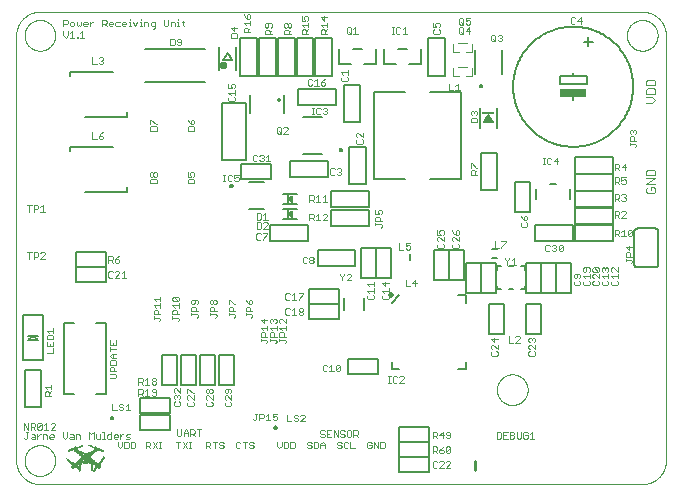
<source format=gto>
G75*
%MOIN*%
%OFA0B0*%
%FSLAX25Y25*%
%IPPOS*%
%LPD*%
%AMOC8*
5,1,8,0,0,1.08239X$1,22.5*
%
%ADD10C,0.00001*%
%ADD11C,0.00200*%
%ADD12R,0.00080X0.00010*%
%ADD13R,0.00120X0.00010*%
%ADD14R,0.00160X0.00010*%
%ADD15R,0.00180X0.00010*%
%ADD16R,0.00200X0.00010*%
%ADD17R,0.00230X0.00010*%
%ADD18R,0.00250X0.00010*%
%ADD19R,0.00270X0.00010*%
%ADD20R,0.00290X0.00010*%
%ADD21R,0.00320X0.00010*%
%ADD22R,0.00330X0.00010*%
%ADD23R,0.00350X0.00010*%
%ADD24R,0.00370X0.00010*%
%ADD25R,0.00390X0.00010*%
%ADD26R,0.00420X0.00010*%
%ADD27R,0.00430X0.00010*%
%ADD28R,0.00450X0.00010*%
%ADD29R,0.00470X0.00010*%
%ADD30R,0.00490X0.00010*%
%ADD31R,0.00050X0.00010*%
%ADD32R,0.00500X0.00010*%
%ADD33R,0.00090X0.00010*%
%ADD34R,0.00520X0.00010*%
%ADD35R,0.00110X0.00010*%
%ADD36R,0.00550X0.00010*%
%ADD37R,0.00140X0.00010*%
%ADD38R,0.00560X0.00010*%
%ADD39R,0.00170X0.00010*%
%ADD40R,0.00580X0.00010*%
%ADD41R,0.00210X0.00010*%
%ADD42R,0.00590X0.00010*%
%ADD43R,0.00260X0.00010*%
%ADD44R,0.00610X0.00010*%
%ADD45R,0.00280X0.00010*%
%ADD46R,0.00010X0.00010*%
%ADD47R,0.00020X0.00010*%
%ADD48R,0.00620X0.00010*%
%ADD49R,0.00150X0.00010*%
%ADD50R,0.00630X0.00010*%
%ADD51R,0.00650X0.00010*%
%ADD52R,0.00660X0.00010*%
%ADD53R,0.00360X0.00010*%
%ADD54R,0.00680X0.00010*%
%ADD55R,0.00370X0.00010*%
%ADD56R,0.00240X0.00010*%
%ADD57R,0.00690X0.00010*%
%ADD58R,0.00380X0.00010*%
%ADD59R,0.00700X0.00010*%
%ADD60R,0.00710X0.00010*%
%ADD61R,0.00720X0.00010*%
%ADD62R,0.00740X0.00010*%
%ADD63R,0.00750X0.00010*%
%ADD64R,0.00760X0.00010*%
%ADD65R,0.00400X0.00010*%
%ADD66R,0.00300X0.00010*%
%ADD67R,0.00770X0.00010*%
%ADD68R,0.00310X0.00010*%
%ADD69R,0.00780X0.00010*%
%ADD70R,0.00790X0.00010*%
%ADD71R,0.00800X0.00010*%
%ADD72R,0.00810X0.00010*%
%ADD73R,0.00410X0.00010*%
%ADD74R,0.00340X0.00010*%
%ADD75R,0.00830X0.00010*%
%ADD76R,0.00840X0.00010*%
%ADD77R,0.00850X0.00010*%
%ADD78R,0.00870X0.00010*%
%ADD79R,0.00860X0.00010*%
%ADD80R,0.00870X0.00010*%
%ADD81R,0.00880X0.00010*%
%ADD82R,0.00440X0.00010*%
%ADD83R,0.00890X0.00010*%
%ADD84R,0.00460X0.00010*%
%ADD85R,0.00900X0.00010*%
%ADD86R,0.00480X0.00010*%
%ADD87R,0.00910X0.00010*%
%ADD88R,0.00920X0.00010*%
%ADD89R,0.00920X0.00010*%
%ADD90R,0.00510X0.00010*%
%ADD91R,0.00930X0.00010*%
%ADD92R,0.00520X0.00010*%
%ADD93R,0.00530X0.00010*%
%ADD94R,0.00940X0.00010*%
%ADD95R,0.00950X0.00010*%
%ADD96R,0.00600X0.00010*%
%ADD97R,0.00960X0.00010*%
%ADD98R,0.00670X0.00010*%
%ADD99R,0.00970X0.00010*%
%ADD100R,0.00770X0.00010*%
%ADD101R,0.00970X0.00010*%
%ADD102R,0.00980X0.00010*%
%ADD103R,0.00820X0.00010*%
%ADD104R,0.00990X0.00010*%
%ADD105R,0.00990X0.00010*%
%ADD106R,0.01010X0.00010*%
%ADD107R,0.01020X0.00010*%
%ADD108R,0.01040X0.00010*%
%ADD109R,0.01050X0.00010*%
%ADD110R,0.01060X0.00010*%
%ADD111R,0.01080X0.00010*%
%ADD112R,0.01090X0.00010*%
%ADD113R,0.01090X0.00010*%
%ADD114R,0.01110X0.00010*%
%ADD115R,0.01120X0.00010*%
%ADD116R,0.01130X0.00010*%
%ADD117R,0.01140X0.00010*%
%ADD118R,0.01160X0.00010*%
%ADD119R,0.01150X0.00010*%
%ADD120R,0.01170X0.00010*%
%ADD121R,0.00190X0.00010*%
%ADD122R,0.01180X0.00010*%
%ADD123R,0.01190X0.00010*%
%ADD124R,0.01190X0.00010*%
%ADD125R,0.01200X0.00010*%
%ADD126R,0.01210X0.00010*%
%ADD127R,0.01220X0.00010*%
%ADD128R,0.00730X0.00010*%
%ADD129R,0.01230X0.00010*%
%ADD130R,0.01250X0.00010*%
%ADD131R,0.01270X0.00010*%
%ADD132R,0.00570X0.00010*%
%ADD133R,0.00620X0.00010*%
%ADD134R,0.01290X0.00010*%
%ADD135R,0.00670X0.00010*%
%ADD136R,0.01310X0.00010*%
%ADD137R,0.01000X0.00010*%
%ADD138R,0.00790X0.00010*%
%ADD139R,0.01330X0.00010*%
%ADD140R,0.01030X0.00010*%
%ADD141R,0.01340X0.00010*%
%ADD142R,0.00940X0.00010*%
%ADD143R,0.01350X0.00010*%
%ADD144R,0.00890X0.00010*%
%ADD145R,0.01070X0.00010*%
%ADD146R,0.01360X0.00010*%
%ADD147R,0.01100X0.00010*%
%ADD148R,0.01380X0.00010*%
%ADD149R,0.01400X0.00010*%
%ADD150R,0.01960X0.00010*%
%ADD151R,0.01410X0.00010*%
%ADD152R,0.01950X0.00010*%
%ADD153R,0.01420X0.00010*%
%ADD154R,0.01430X0.00010*%
%ADD155R,0.01440X0.00010*%
%ADD156R,0.01450X0.00010*%
%ADD157R,0.01940X0.00010*%
%ADD158R,0.01460X0.00010*%
%ADD159R,0.01220X0.00010*%
%ADD160R,0.01240X0.00010*%
%ADD161R,0.01480X0.00010*%
%ADD162R,0.01490X0.00010*%
%ADD163R,0.01940X0.00010*%
%ADD164R,0.01500X0.00010*%
%ADD165R,0.01280X0.00010*%
%ADD166R,0.01510X0.00010*%
%ADD167R,0.01530X0.00010*%
%ADD168R,0.01300X0.00010*%
%ADD169R,0.01320X0.00010*%
%ADD170R,0.01540X0.00010*%
%ADD171R,0.01550X0.00010*%
%ADD172R,0.01560X0.00010*%
%ADD173R,0.01570X0.00010*%
%ADD174R,0.01370X0.00010*%
%ADD175R,0.01570X0.00010*%
%ADD176R,0.01930X0.00010*%
%ADD177R,0.01590X0.00010*%
%ADD178R,0.01600X0.00010*%
%ADD179R,0.01610X0.00010*%
%ADD180R,0.01920X0.00010*%
%ADD181R,0.03010X0.00010*%
%ADD182R,0.01910X0.00010*%
%ADD183R,0.02590X0.00010*%
%ADD184R,0.02570X0.00010*%
%ADD185R,0.01900X0.00010*%
%ADD186R,0.02550X0.00010*%
%ADD187R,0.01880X0.00010*%
%ADD188R,0.02540X0.00010*%
%ADD189R,0.01890X0.00010*%
%ADD190R,0.02530X0.00010*%
%ADD191R,0.02510X0.00010*%
%ADD192R,0.01870X0.00010*%
%ADD193R,0.02490X0.00010*%
%ADD194R,0.01860X0.00010*%
%ADD195R,0.02480X0.00010*%
%ADD196R,0.01850X0.00010*%
%ADD197R,0.02470X0.00010*%
%ADD198R,0.02460X0.00010*%
%ADD199R,0.01840X0.00010*%
%ADD200R,0.02450X0.00010*%
%ADD201R,0.01830X0.00010*%
%ADD202R,0.02440X0.00010*%
%ADD203R,0.02430X0.00010*%
%ADD204R,0.01820X0.00010*%
%ADD205R,0.02420X0.00010*%
%ADD206R,0.02400X0.00010*%
%ADD207R,0.01810X0.00010*%
%ADD208R,0.02390X0.00010*%
%ADD209R,0.01800X0.00010*%
%ADD210R,0.02370X0.00010*%
%ADD211R,0.01790X0.00010*%
%ADD212R,0.02350X0.00010*%
%ADD213R,0.01780X0.00010*%
%ADD214R,0.02340X0.00010*%
%ADD215R,0.02330X0.00010*%
%ADD216R,0.01770X0.00010*%
%ADD217R,0.02320X0.00010*%
%ADD218R,0.01760X0.00010*%
%ADD219R,0.02300X0.00010*%
%ADD220R,0.02280X0.00010*%
%ADD221R,0.01750X0.00010*%
%ADD222R,0.02270X0.00010*%
%ADD223R,0.02260X0.00010*%
%ADD224R,0.01740X0.00010*%
%ADD225R,0.02250X0.00010*%
%ADD226R,0.01720X0.00010*%
%ADD227R,0.02230X0.00010*%
%ADD228R,0.02210X0.00010*%
%ADD229R,0.01710X0.00010*%
%ADD230R,0.02200X0.00010*%
%ADD231R,0.00390X0.00010*%
%ADD232R,0.01700X0.00010*%
%ADD233R,0.02180X0.00010*%
%ADD234R,0.01690X0.00010*%
%ADD235R,0.02170X0.00010*%
%ADD236R,0.02140X0.00010*%
%ADD237R,0.01670X0.00010*%
%ADD238R,0.02130X0.00010*%
%ADD239R,0.01660X0.00010*%
%ADD240R,0.02110X0.00010*%
%ADD241R,0.02100X0.00010*%
%ADD242R,0.01680X0.00010*%
%ADD243R,0.02080X0.00010*%
%ADD244R,0.02060X0.00010*%
%ADD245R,0.01730X0.00010*%
%ADD246R,0.02040X0.00010*%
%ADD247R,0.01740X0.00010*%
%ADD248R,0.02020X0.00010*%
%ADD249R,0.02000X0.00010*%
%ADD250R,0.01980X0.00010*%
%ADD251R,0.01870X0.00010*%
%ADD252R,0.01920X0.00010*%
%ADD253R,0.01970X0.00010*%
%ADD254R,0.01990X0.00010*%
%ADD255R,0.01970X0.00010*%
%ADD256R,0.02030X0.00010*%
%ADD257R,0.02010X0.00010*%
%ADD258R,0.02050X0.00010*%
%ADD259R,0.02070X0.00010*%
%ADD260R,0.02090X0.00010*%
%ADD261R,0.02120X0.00010*%
%ADD262R,0.02140X0.00010*%
%ADD263R,0.02150X0.00010*%
%ADD264R,0.02290X0.00010*%
%ADD265R,0.02310X0.00010*%
%ADD266R,0.02360X0.00010*%
%ADD267R,0.02380X0.00010*%
%ADD268R,0.02410X0.00010*%
%ADD269R,0.02390X0.00010*%
%ADD270R,0.00470X0.00010*%
%ADD271R,0.02470X0.00010*%
%ADD272R,0.02520X0.00010*%
%ADD273R,0.02500X0.00010*%
%ADD274R,0.03020X0.00010*%
%ADD275R,0.02610X0.00010*%
%ADD276R,0.02640X0.00010*%
%ADD277R,0.02650X0.00010*%
%ADD278R,0.02690X0.00010*%
%ADD279R,0.03170X0.00010*%
%ADD280R,0.03160X0.00010*%
%ADD281R,0.03030X0.00010*%
%ADD282R,0.03170X0.00010*%
%ADD283R,0.00720X0.00010*%
%ADD284R,0.00820X0.00010*%
%ADD285R,0.02220X0.00010*%
%ADD286R,0.02020X0.00010*%
%ADD287R,0.02190X0.00010*%
%ADD288R,0.02070X0.00010*%
%ADD289R,0.00640X0.00010*%
%ADD290R,0.00020X0.00010*%
%ADD291R,0.00840X0.00010*%
%ADD292R,0.00420X0.00010*%
%ADD293R,0.02090X0.00010*%
%ADD294R,0.02340X0.00010*%
%ADD295R,0.01520X0.00010*%
%ADD296R,0.01580X0.00010*%
%ADD297R,0.01640X0.00010*%
%ADD298R,0.00640X0.00010*%
%ADD299R,0.00440X0.00010*%
%ADD300R,0.02120X0.00010*%
%ADD301R,0.00030X0.00010*%
%ADD302R,0.00070X0.00010*%
%ADD303R,0.03090X0.00010*%
%ADD304R,0.03070X0.00010*%
%ADD305R,0.03060X0.00010*%
%ADD306R,0.03050X0.00010*%
%ADD307R,0.00040X0.00010*%
%ADD308R,0.00060X0.00010*%
%ADD309R,0.03000X0.00010*%
%ADD310R,0.00290X0.00010*%
%ADD311R,0.00100X0.00010*%
%ADD312R,0.02970X0.00010*%
%ADD313R,0.00540X0.00010*%
%ADD314R,0.00240X0.00010*%
%ADD315R,0.02970X0.00010*%
%ADD316R,0.00040X0.00010*%
%ADD317R,0.00130X0.00010*%
%ADD318R,0.00220X0.00010*%
%ADD319R,0.02960X0.00010*%
%ADD320R,0.00140X0.00010*%
%ADD321R,0.02940X0.00010*%
%ADD322R,0.02990X0.00010*%
%ADD323R,0.00320X0.00010*%
%ADD324R,0.02930X0.00010*%
%ADD325R,0.00340X0.00010*%
%ADD326R,0.02910X0.00010*%
%ADD327R,0.00570X0.00010*%
%ADD328R,0.02900X0.00010*%
%ADD329R,0.02890X0.00010*%
%ADD330R,0.00190X0.00010*%
%ADD331R,0.02880X0.00010*%
%ADD332R,0.02870X0.00010*%
%ADD333R,0.02850X0.00010*%
%ADD334R,0.02830X0.00010*%
%ADD335R,0.02890X0.00010*%
%ADD336R,0.00220X0.00010*%
%ADD337R,0.02840X0.00010*%
%ADD338R,0.02810X0.00010*%
%ADD339R,0.02860X0.00010*%
%ADD340R,0.02800X0.00010*%
%ADD341R,0.02780X0.00010*%
%ADD342R,0.02980X0.00010*%
%ADD343R,0.02770X0.00010*%
%ADD344R,0.02790X0.00010*%
%ADD345R,0.02760X0.00010*%
%ADD346R,0.02770X0.00010*%
%ADD347R,0.02750X0.00010*%
%ADD348R,0.02740X0.00010*%
%ADD349R,0.02720X0.00010*%
%ADD350R,0.02720X0.00010*%
%ADD351R,0.02710X0.00010*%
%ADD352R,0.03260X0.00010*%
%ADD353R,0.02700X0.00010*%
%ADD354R,0.01260X0.00010*%
%ADD355R,0.01890X0.00010*%
%ADD356R,0.02160X0.00010*%
%ADD357R,0.01820X0.00010*%
%ADD358R,0.01120X0.00010*%
%ADD359R,0.01720X0.00010*%
%ADD360R,0.02040X0.00010*%
%ADD361R,0.01670X0.00010*%
%ADD362R,0.01650X0.00010*%
%ADD363R,0.00540X0.00010*%
%ADD364R,0.01630X0.00010*%
%ADD365R,0.01620X0.00010*%
%ADD366R,0.01520X0.00010*%
%ADD367R,0.01770X0.00010*%
%ADD368R,0.01470X0.00010*%
%ADD369R,0.01590X0.00010*%
%ADD370R,0.00590X0.00010*%
%ADD371R,0.01620X0.00010*%
%ADD372R,0.01340X0.00010*%
%ADD373R,0.01320X0.00010*%
%ADD374R,0.01540X0.00010*%
%ADD375R,0.01290X0.00010*%
%ADD376R,0.01490X0.00010*%
%ADD377R,0.01470X0.00010*%
%ADD378R,0.01240X0.00010*%
%ADD379R,0.01420X0.00010*%
%ADD380R,0.01390X0.00010*%
%ADD381R,0.01170X0.00010*%
%ADD382R,0.00690X0.00010*%
%ADD383R,0.01690X0.00010*%
%ADD384R,0.01020X0.00010*%
%ADD385R,0.00740X0.00010*%
%ADD386R,0.01140X0.00010*%
%ADD387R,0.01270X0.00010*%
%ADD388R,0.01440X0.00010*%
%ADD389R,0.01390X0.00010*%
%ADD390R,0.03040X0.00010*%
%ADD391R,0.04790X0.00010*%
%ADD392R,0.04810X0.00010*%
%ADD393R,0.04820X0.00010*%
%ADD394R,0.04840X0.00010*%
%ADD395R,0.04860X0.00010*%
%ADD396R,0.04880X0.00010*%
%ADD397R,0.04900X0.00010*%
%ADD398R,0.04920X0.00010*%
%ADD399R,0.04940X0.00010*%
%ADD400R,0.04960X0.00010*%
%ADD401R,0.04980X0.00010*%
%ADD402R,0.04990X0.00010*%
%ADD403R,0.05020X0.00010*%
%ADD404R,0.05030X0.00010*%
%ADD405R,0.05060X0.00010*%
%ADD406R,0.05070X0.00010*%
%ADD407R,0.05090X0.00010*%
%ADD408R,0.05110X0.00010*%
%ADD409R,0.05130X0.00010*%
%ADD410R,0.05160X0.00010*%
%ADD411R,0.05170X0.00010*%
%ADD412R,0.05210X0.00010*%
%ADD413R,0.05220X0.00010*%
%ADD414R,0.05240X0.00010*%
%ADD415R,0.05270X0.00010*%
%ADD416R,0.02440X0.00010*%
%ADD417R,0.02290X0.00010*%
%ADD418R,0.01370X0.00010*%
%ADD419R,0.01070X0.00010*%
%ADD420R,0.01040X0.00010*%
%ADD421R,0.00270X0.00010*%
%ADD422R,0.00170X0.00010*%
%ADD423C,0.00300*%
%ADD424C,0.00500*%
%ADD425C,0.00787*%
%ADD426C,0.00800*%
%ADD427R,0.00787X0.03150*%
%ADD428C,0.00600*%
%ADD429R,0.09000X0.02500*%
%ADD430C,0.01414*%
%ADD431C,0.01000*%
%ADD432R,0.03937X0.00787*%
%ADD433C,0.01181*%
%ADD434C,0.01969*%
D10*
X0035524Y0020000D02*
X0236311Y0020000D01*
X0236501Y0020002D01*
X0236691Y0020009D01*
X0236881Y0020021D01*
X0237071Y0020037D01*
X0237260Y0020057D01*
X0237449Y0020083D01*
X0237637Y0020112D01*
X0237824Y0020147D01*
X0238010Y0020186D01*
X0238195Y0020229D01*
X0238380Y0020277D01*
X0238563Y0020329D01*
X0238744Y0020385D01*
X0238924Y0020446D01*
X0239103Y0020512D01*
X0239280Y0020581D01*
X0239456Y0020655D01*
X0239629Y0020733D01*
X0239801Y0020816D01*
X0239970Y0020902D01*
X0240138Y0020992D01*
X0240303Y0021087D01*
X0240466Y0021185D01*
X0240626Y0021288D01*
X0240784Y0021394D01*
X0240939Y0021504D01*
X0241092Y0021617D01*
X0241242Y0021735D01*
X0241388Y0021856D01*
X0241532Y0021980D01*
X0241673Y0022108D01*
X0241811Y0022239D01*
X0241946Y0022374D01*
X0242077Y0022512D01*
X0242205Y0022653D01*
X0242329Y0022797D01*
X0242450Y0022943D01*
X0242568Y0023093D01*
X0242681Y0023246D01*
X0242791Y0023401D01*
X0242897Y0023559D01*
X0243000Y0023719D01*
X0243098Y0023882D01*
X0243193Y0024047D01*
X0243283Y0024215D01*
X0243369Y0024384D01*
X0243452Y0024556D01*
X0243530Y0024729D01*
X0243604Y0024905D01*
X0243673Y0025082D01*
X0243739Y0025261D01*
X0243800Y0025441D01*
X0243856Y0025622D01*
X0243908Y0025805D01*
X0243956Y0025990D01*
X0243999Y0026175D01*
X0244038Y0026361D01*
X0244073Y0026548D01*
X0244102Y0026736D01*
X0244128Y0026925D01*
X0244148Y0027114D01*
X0244164Y0027304D01*
X0244176Y0027494D01*
X0244183Y0027684D01*
X0244185Y0027874D01*
X0244185Y0169606D01*
X0231193Y0169606D02*
X0231195Y0169749D01*
X0231201Y0169892D01*
X0231211Y0170034D01*
X0231225Y0170176D01*
X0231243Y0170318D01*
X0231265Y0170460D01*
X0231290Y0170600D01*
X0231320Y0170740D01*
X0231354Y0170879D01*
X0231391Y0171017D01*
X0231433Y0171154D01*
X0231478Y0171289D01*
X0231527Y0171423D01*
X0231579Y0171556D01*
X0231635Y0171688D01*
X0231695Y0171817D01*
X0231759Y0171945D01*
X0231826Y0172072D01*
X0231897Y0172196D01*
X0231971Y0172318D01*
X0232048Y0172438D01*
X0232129Y0172556D01*
X0232213Y0172672D01*
X0232300Y0172785D01*
X0232390Y0172896D01*
X0232484Y0173004D01*
X0232580Y0173110D01*
X0232679Y0173212D01*
X0232782Y0173312D01*
X0232886Y0173409D01*
X0232994Y0173504D01*
X0233104Y0173595D01*
X0233217Y0173683D01*
X0233332Y0173767D01*
X0233449Y0173849D01*
X0233569Y0173927D01*
X0233690Y0174002D01*
X0233814Y0174074D01*
X0233940Y0174142D01*
X0234067Y0174206D01*
X0234197Y0174267D01*
X0234328Y0174324D01*
X0234460Y0174378D01*
X0234594Y0174427D01*
X0234729Y0174474D01*
X0234866Y0174516D01*
X0235004Y0174554D01*
X0235142Y0174589D01*
X0235282Y0174619D01*
X0235422Y0174646D01*
X0235563Y0174669D01*
X0235705Y0174688D01*
X0235847Y0174703D01*
X0235990Y0174714D01*
X0236132Y0174721D01*
X0236275Y0174724D01*
X0236418Y0174723D01*
X0236561Y0174718D01*
X0236704Y0174709D01*
X0236846Y0174696D01*
X0236988Y0174679D01*
X0237129Y0174658D01*
X0237270Y0174633D01*
X0237410Y0174605D01*
X0237549Y0174572D01*
X0237687Y0174535D01*
X0237824Y0174495D01*
X0237960Y0174451D01*
X0238095Y0174403D01*
X0238228Y0174351D01*
X0238360Y0174296D01*
X0238490Y0174237D01*
X0238619Y0174174D01*
X0238745Y0174108D01*
X0238870Y0174038D01*
X0238993Y0173965D01*
X0239113Y0173889D01*
X0239232Y0173809D01*
X0239348Y0173725D01*
X0239462Y0173639D01*
X0239573Y0173549D01*
X0239682Y0173457D01*
X0239788Y0173361D01*
X0239892Y0173263D01*
X0239993Y0173161D01*
X0240090Y0173057D01*
X0240185Y0172950D01*
X0240277Y0172841D01*
X0240366Y0172729D01*
X0240452Y0172614D01*
X0240534Y0172498D01*
X0240613Y0172378D01*
X0240689Y0172257D01*
X0240761Y0172134D01*
X0240830Y0172009D01*
X0240895Y0171882D01*
X0240957Y0171753D01*
X0241015Y0171622D01*
X0241070Y0171490D01*
X0241120Y0171356D01*
X0241167Y0171221D01*
X0241211Y0171085D01*
X0241250Y0170948D01*
X0241285Y0170809D01*
X0241317Y0170670D01*
X0241345Y0170530D01*
X0241369Y0170389D01*
X0241389Y0170247D01*
X0241405Y0170105D01*
X0241417Y0169963D01*
X0241425Y0169820D01*
X0241429Y0169677D01*
X0241429Y0169535D01*
X0241425Y0169392D01*
X0241417Y0169249D01*
X0241405Y0169107D01*
X0241389Y0168965D01*
X0241369Y0168823D01*
X0241345Y0168682D01*
X0241317Y0168542D01*
X0241285Y0168403D01*
X0241250Y0168264D01*
X0241211Y0168127D01*
X0241167Y0167991D01*
X0241120Y0167856D01*
X0241070Y0167722D01*
X0241015Y0167590D01*
X0240957Y0167459D01*
X0240895Y0167330D01*
X0240830Y0167203D01*
X0240761Y0167078D01*
X0240689Y0166955D01*
X0240613Y0166834D01*
X0240534Y0166714D01*
X0240452Y0166598D01*
X0240366Y0166483D01*
X0240277Y0166371D01*
X0240185Y0166262D01*
X0240090Y0166155D01*
X0239993Y0166051D01*
X0239892Y0165949D01*
X0239788Y0165851D01*
X0239682Y0165755D01*
X0239573Y0165663D01*
X0239462Y0165573D01*
X0239348Y0165487D01*
X0239232Y0165403D01*
X0239113Y0165323D01*
X0238993Y0165247D01*
X0238870Y0165174D01*
X0238745Y0165104D01*
X0238619Y0165038D01*
X0238490Y0164975D01*
X0238360Y0164916D01*
X0238228Y0164861D01*
X0238095Y0164809D01*
X0237960Y0164761D01*
X0237824Y0164717D01*
X0237687Y0164677D01*
X0237549Y0164640D01*
X0237410Y0164607D01*
X0237270Y0164579D01*
X0237129Y0164554D01*
X0236988Y0164533D01*
X0236846Y0164516D01*
X0236704Y0164503D01*
X0236561Y0164494D01*
X0236418Y0164489D01*
X0236275Y0164488D01*
X0236132Y0164491D01*
X0235990Y0164498D01*
X0235847Y0164509D01*
X0235705Y0164524D01*
X0235563Y0164543D01*
X0235422Y0164566D01*
X0235282Y0164593D01*
X0235142Y0164623D01*
X0235004Y0164658D01*
X0234866Y0164696D01*
X0234729Y0164738D01*
X0234594Y0164785D01*
X0234460Y0164834D01*
X0234328Y0164888D01*
X0234197Y0164945D01*
X0234067Y0165006D01*
X0233940Y0165070D01*
X0233814Y0165138D01*
X0233690Y0165210D01*
X0233569Y0165285D01*
X0233449Y0165363D01*
X0233332Y0165445D01*
X0233217Y0165529D01*
X0233104Y0165617D01*
X0232994Y0165708D01*
X0232886Y0165803D01*
X0232782Y0165900D01*
X0232679Y0166000D01*
X0232580Y0166102D01*
X0232484Y0166208D01*
X0232390Y0166316D01*
X0232300Y0166427D01*
X0232213Y0166540D01*
X0232129Y0166656D01*
X0232048Y0166774D01*
X0231971Y0166894D01*
X0231897Y0167016D01*
X0231826Y0167140D01*
X0231759Y0167267D01*
X0231695Y0167395D01*
X0231635Y0167524D01*
X0231579Y0167656D01*
X0231527Y0167789D01*
X0231478Y0167923D01*
X0231433Y0168058D01*
X0231391Y0168195D01*
X0231354Y0168333D01*
X0231320Y0168472D01*
X0231290Y0168612D01*
X0231265Y0168752D01*
X0231243Y0168894D01*
X0231225Y0169036D01*
X0231211Y0169178D01*
X0231201Y0169320D01*
X0231195Y0169463D01*
X0231193Y0169606D01*
X0236311Y0177480D02*
X0236501Y0177478D01*
X0236691Y0177471D01*
X0236881Y0177459D01*
X0237071Y0177443D01*
X0237260Y0177423D01*
X0237449Y0177397D01*
X0237637Y0177368D01*
X0237824Y0177333D01*
X0238010Y0177294D01*
X0238195Y0177251D01*
X0238380Y0177203D01*
X0238563Y0177151D01*
X0238744Y0177095D01*
X0238924Y0177034D01*
X0239103Y0176968D01*
X0239280Y0176899D01*
X0239456Y0176825D01*
X0239629Y0176747D01*
X0239801Y0176664D01*
X0239970Y0176578D01*
X0240138Y0176488D01*
X0240303Y0176393D01*
X0240466Y0176295D01*
X0240626Y0176192D01*
X0240784Y0176086D01*
X0240939Y0175976D01*
X0241092Y0175863D01*
X0241242Y0175745D01*
X0241388Y0175624D01*
X0241532Y0175500D01*
X0241673Y0175372D01*
X0241811Y0175241D01*
X0241946Y0175106D01*
X0242077Y0174968D01*
X0242205Y0174827D01*
X0242329Y0174683D01*
X0242450Y0174537D01*
X0242568Y0174387D01*
X0242681Y0174234D01*
X0242791Y0174079D01*
X0242897Y0173921D01*
X0243000Y0173761D01*
X0243098Y0173598D01*
X0243193Y0173433D01*
X0243283Y0173265D01*
X0243369Y0173096D01*
X0243452Y0172924D01*
X0243530Y0172751D01*
X0243604Y0172575D01*
X0243673Y0172398D01*
X0243739Y0172219D01*
X0243800Y0172039D01*
X0243856Y0171858D01*
X0243908Y0171675D01*
X0243956Y0171490D01*
X0243999Y0171305D01*
X0244038Y0171119D01*
X0244073Y0170932D01*
X0244102Y0170744D01*
X0244128Y0170555D01*
X0244148Y0170366D01*
X0244164Y0170176D01*
X0244176Y0169986D01*
X0244183Y0169796D01*
X0244185Y0169606D01*
X0236311Y0177480D02*
X0035524Y0177480D01*
X0030406Y0169606D02*
X0030408Y0169749D01*
X0030414Y0169892D01*
X0030424Y0170034D01*
X0030438Y0170176D01*
X0030456Y0170318D01*
X0030478Y0170460D01*
X0030503Y0170600D01*
X0030533Y0170740D01*
X0030567Y0170879D01*
X0030604Y0171017D01*
X0030646Y0171154D01*
X0030691Y0171289D01*
X0030740Y0171423D01*
X0030792Y0171556D01*
X0030848Y0171688D01*
X0030908Y0171817D01*
X0030972Y0171945D01*
X0031039Y0172072D01*
X0031110Y0172196D01*
X0031184Y0172318D01*
X0031261Y0172438D01*
X0031342Y0172556D01*
X0031426Y0172672D01*
X0031513Y0172785D01*
X0031603Y0172896D01*
X0031697Y0173004D01*
X0031793Y0173110D01*
X0031892Y0173212D01*
X0031995Y0173312D01*
X0032099Y0173409D01*
X0032207Y0173504D01*
X0032317Y0173595D01*
X0032430Y0173683D01*
X0032545Y0173767D01*
X0032662Y0173849D01*
X0032782Y0173927D01*
X0032903Y0174002D01*
X0033027Y0174074D01*
X0033153Y0174142D01*
X0033280Y0174206D01*
X0033410Y0174267D01*
X0033541Y0174324D01*
X0033673Y0174378D01*
X0033807Y0174427D01*
X0033942Y0174474D01*
X0034079Y0174516D01*
X0034217Y0174554D01*
X0034355Y0174589D01*
X0034495Y0174619D01*
X0034635Y0174646D01*
X0034776Y0174669D01*
X0034918Y0174688D01*
X0035060Y0174703D01*
X0035203Y0174714D01*
X0035345Y0174721D01*
X0035488Y0174724D01*
X0035631Y0174723D01*
X0035774Y0174718D01*
X0035917Y0174709D01*
X0036059Y0174696D01*
X0036201Y0174679D01*
X0036342Y0174658D01*
X0036483Y0174633D01*
X0036623Y0174605D01*
X0036762Y0174572D01*
X0036900Y0174535D01*
X0037037Y0174495D01*
X0037173Y0174451D01*
X0037308Y0174403D01*
X0037441Y0174351D01*
X0037573Y0174296D01*
X0037703Y0174237D01*
X0037832Y0174174D01*
X0037958Y0174108D01*
X0038083Y0174038D01*
X0038206Y0173965D01*
X0038326Y0173889D01*
X0038445Y0173809D01*
X0038561Y0173725D01*
X0038675Y0173639D01*
X0038786Y0173549D01*
X0038895Y0173457D01*
X0039001Y0173361D01*
X0039105Y0173263D01*
X0039206Y0173161D01*
X0039303Y0173057D01*
X0039398Y0172950D01*
X0039490Y0172841D01*
X0039579Y0172729D01*
X0039665Y0172614D01*
X0039747Y0172498D01*
X0039826Y0172378D01*
X0039902Y0172257D01*
X0039974Y0172134D01*
X0040043Y0172009D01*
X0040108Y0171882D01*
X0040170Y0171753D01*
X0040228Y0171622D01*
X0040283Y0171490D01*
X0040333Y0171356D01*
X0040380Y0171221D01*
X0040424Y0171085D01*
X0040463Y0170948D01*
X0040498Y0170809D01*
X0040530Y0170670D01*
X0040558Y0170530D01*
X0040582Y0170389D01*
X0040602Y0170247D01*
X0040618Y0170105D01*
X0040630Y0169963D01*
X0040638Y0169820D01*
X0040642Y0169677D01*
X0040642Y0169535D01*
X0040638Y0169392D01*
X0040630Y0169249D01*
X0040618Y0169107D01*
X0040602Y0168965D01*
X0040582Y0168823D01*
X0040558Y0168682D01*
X0040530Y0168542D01*
X0040498Y0168403D01*
X0040463Y0168264D01*
X0040424Y0168127D01*
X0040380Y0167991D01*
X0040333Y0167856D01*
X0040283Y0167722D01*
X0040228Y0167590D01*
X0040170Y0167459D01*
X0040108Y0167330D01*
X0040043Y0167203D01*
X0039974Y0167078D01*
X0039902Y0166955D01*
X0039826Y0166834D01*
X0039747Y0166714D01*
X0039665Y0166598D01*
X0039579Y0166483D01*
X0039490Y0166371D01*
X0039398Y0166262D01*
X0039303Y0166155D01*
X0039206Y0166051D01*
X0039105Y0165949D01*
X0039001Y0165851D01*
X0038895Y0165755D01*
X0038786Y0165663D01*
X0038675Y0165573D01*
X0038561Y0165487D01*
X0038445Y0165403D01*
X0038326Y0165323D01*
X0038206Y0165247D01*
X0038083Y0165174D01*
X0037958Y0165104D01*
X0037832Y0165038D01*
X0037703Y0164975D01*
X0037573Y0164916D01*
X0037441Y0164861D01*
X0037308Y0164809D01*
X0037173Y0164761D01*
X0037037Y0164717D01*
X0036900Y0164677D01*
X0036762Y0164640D01*
X0036623Y0164607D01*
X0036483Y0164579D01*
X0036342Y0164554D01*
X0036201Y0164533D01*
X0036059Y0164516D01*
X0035917Y0164503D01*
X0035774Y0164494D01*
X0035631Y0164489D01*
X0035488Y0164488D01*
X0035345Y0164491D01*
X0035203Y0164498D01*
X0035060Y0164509D01*
X0034918Y0164524D01*
X0034776Y0164543D01*
X0034635Y0164566D01*
X0034495Y0164593D01*
X0034355Y0164623D01*
X0034217Y0164658D01*
X0034079Y0164696D01*
X0033942Y0164738D01*
X0033807Y0164785D01*
X0033673Y0164834D01*
X0033541Y0164888D01*
X0033410Y0164945D01*
X0033280Y0165006D01*
X0033153Y0165070D01*
X0033027Y0165138D01*
X0032903Y0165210D01*
X0032782Y0165285D01*
X0032662Y0165363D01*
X0032545Y0165445D01*
X0032430Y0165529D01*
X0032317Y0165617D01*
X0032207Y0165708D01*
X0032099Y0165803D01*
X0031995Y0165900D01*
X0031892Y0166000D01*
X0031793Y0166102D01*
X0031697Y0166208D01*
X0031603Y0166316D01*
X0031513Y0166427D01*
X0031426Y0166540D01*
X0031342Y0166656D01*
X0031261Y0166774D01*
X0031184Y0166894D01*
X0031110Y0167016D01*
X0031039Y0167140D01*
X0030972Y0167267D01*
X0030908Y0167395D01*
X0030848Y0167524D01*
X0030792Y0167656D01*
X0030740Y0167789D01*
X0030691Y0167923D01*
X0030646Y0168058D01*
X0030604Y0168195D01*
X0030567Y0168333D01*
X0030533Y0168472D01*
X0030503Y0168612D01*
X0030478Y0168752D01*
X0030456Y0168894D01*
X0030438Y0169036D01*
X0030424Y0169178D01*
X0030414Y0169320D01*
X0030408Y0169463D01*
X0030406Y0169606D01*
X0027650Y0169606D02*
X0027650Y0027874D01*
X0030406Y0027874D02*
X0030408Y0028017D01*
X0030414Y0028160D01*
X0030424Y0028302D01*
X0030438Y0028444D01*
X0030456Y0028586D01*
X0030478Y0028728D01*
X0030503Y0028868D01*
X0030533Y0029008D01*
X0030567Y0029147D01*
X0030604Y0029285D01*
X0030646Y0029422D01*
X0030691Y0029557D01*
X0030740Y0029691D01*
X0030792Y0029824D01*
X0030848Y0029956D01*
X0030908Y0030085D01*
X0030972Y0030213D01*
X0031039Y0030340D01*
X0031110Y0030464D01*
X0031184Y0030586D01*
X0031261Y0030706D01*
X0031342Y0030824D01*
X0031426Y0030940D01*
X0031513Y0031053D01*
X0031603Y0031164D01*
X0031697Y0031272D01*
X0031793Y0031378D01*
X0031892Y0031480D01*
X0031995Y0031580D01*
X0032099Y0031677D01*
X0032207Y0031772D01*
X0032317Y0031863D01*
X0032430Y0031951D01*
X0032545Y0032035D01*
X0032662Y0032117D01*
X0032782Y0032195D01*
X0032903Y0032270D01*
X0033027Y0032342D01*
X0033153Y0032410D01*
X0033280Y0032474D01*
X0033410Y0032535D01*
X0033541Y0032592D01*
X0033673Y0032646D01*
X0033807Y0032695D01*
X0033942Y0032742D01*
X0034079Y0032784D01*
X0034217Y0032822D01*
X0034355Y0032857D01*
X0034495Y0032887D01*
X0034635Y0032914D01*
X0034776Y0032937D01*
X0034918Y0032956D01*
X0035060Y0032971D01*
X0035203Y0032982D01*
X0035345Y0032989D01*
X0035488Y0032992D01*
X0035631Y0032991D01*
X0035774Y0032986D01*
X0035917Y0032977D01*
X0036059Y0032964D01*
X0036201Y0032947D01*
X0036342Y0032926D01*
X0036483Y0032901D01*
X0036623Y0032873D01*
X0036762Y0032840D01*
X0036900Y0032803D01*
X0037037Y0032763D01*
X0037173Y0032719D01*
X0037308Y0032671D01*
X0037441Y0032619D01*
X0037573Y0032564D01*
X0037703Y0032505D01*
X0037832Y0032442D01*
X0037958Y0032376D01*
X0038083Y0032306D01*
X0038206Y0032233D01*
X0038326Y0032157D01*
X0038445Y0032077D01*
X0038561Y0031993D01*
X0038675Y0031907D01*
X0038786Y0031817D01*
X0038895Y0031725D01*
X0039001Y0031629D01*
X0039105Y0031531D01*
X0039206Y0031429D01*
X0039303Y0031325D01*
X0039398Y0031218D01*
X0039490Y0031109D01*
X0039579Y0030997D01*
X0039665Y0030882D01*
X0039747Y0030766D01*
X0039826Y0030646D01*
X0039902Y0030525D01*
X0039974Y0030402D01*
X0040043Y0030277D01*
X0040108Y0030150D01*
X0040170Y0030021D01*
X0040228Y0029890D01*
X0040283Y0029758D01*
X0040333Y0029624D01*
X0040380Y0029489D01*
X0040424Y0029353D01*
X0040463Y0029216D01*
X0040498Y0029077D01*
X0040530Y0028938D01*
X0040558Y0028798D01*
X0040582Y0028657D01*
X0040602Y0028515D01*
X0040618Y0028373D01*
X0040630Y0028231D01*
X0040638Y0028088D01*
X0040642Y0027945D01*
X0040642Y0027803D01*
X0040638Y0027660D01*
X0040630Y0027517D01*
X0040618Y0027375D01*
X0040602Y0027233D01*
X0040582Y0027091D01*
X0040558Y0026950D01*
X0040530Y0026810D01*
X0040498Y0026671D01*
X0040463Y0026532D01*
X0040424Y0026395D01*
X0040380Y0026259D01*
X0040333Y0026124D01*
X0040283Y0025990D01*
X0040228Y0025858D01*
X0040170Y0025727D01*
X0040108Y0025598D01*
X0040043Y0025471D01*
X0039974Y0025346D01*
X0039902Y0025223D01*
X0039826Y0025102D01*
X0039747Y0024982D01*
X0039665Y0024866D01*
X0039579Y0024751D01*
X0039490Y0024639D01*
X0039398Y0024530D01*
X0039303Y0024423D01*
X0039206Y0024319D01*
X0039105Y0024217D01*
X0039001Y0024119D01*
X0038895Y0024023D01*
X0038786Y0023931D01*
X0038675Y0023841D01*
X0038561Y0023755D01*
X0038445Y0023671D01*
X0038326Y0023591D01*
X0038206Y0023515D01*
X0038083Y0023442D01*
X0037958Y0023372D01*
X0037832Y0023306D01*
X0037703Y0023243D01*
X0037573Y0023184D01*
X0037441Y0023129D01*
X0037308Y0023077D01*
X0037173Y0023029D01*
X0037037Y0022985D01*
X0036900Y0022945D01*
X0036762Y0022908D01*
X0036623Y0022875D01*
X0036483Y0022847D01*
X0036342Y0022822D01*
X0036201Y0022801D01*
X0036059Y0022784D01*
X0035917Y0022771D01*
X0035774Y0022762D01*
X0035631Y0022757D01*
X0035488Y0022756D01*
X0035345Y0022759D01*
X0035203Y0022766D01*
X0035060Y0022777D01*
X0034918Y0022792D01*
X0034776Y0022811D01*
X0034635Y0022834D01*
X0034495Y0022861D01*
X0034355Y0022891D01*
X0034217Y0022926D01*
X0034079Y0022964D01*
X0033942Y0023006D01*
X0033807Y0023053D01*
X0033673Y0023102D01*
X0033541Y0023156D01*
X0033410Y0023213D01*
X0033280Y0023274D01*
X0033153Y0023338D01*
X0033027Y0023406D01*
X0032903Y0023478D01*
X0032782Y0023553D01*
X0032662Y0023631D01*
X0032545Y0023713D01*
X0032430Y0023797D01*
X0032317Y0023885D01*
X0032207Y0023976D01*
X0032099Y0024071D01*
X0031995Y0024168D01*
X0031892Y0024268D01*
X0031793Y0024370D01*
X0031697Y0024476D01*
X0031603Y0024584D01*
X0031513Y0024695D01*
X0031426Y0024808D01*
X0031342Y0024924D01*
X0031261Y0025042D01*
X0031184Y0025162D01*
X0031110Y0025284D01*
X0031039Y0025408D01*
X0030972Y0025535D01*
X0030908Y0025663D01*
X0030848Y0025792D01*
X0030792Y0025924D01*
X0030740Y0026057D01*
X0030691Y0026191D01*
X0030646Y0026326D01*
X0030604Y0026463D01*
X0030567Y0026601D01*
X0030533Y0026740D01*
X0030503Y0026880D01*
X0030478Y0027020D01*
X0030456Y0027162D01*
X0030438Y0027304D01*
X0030424Y0027446D01*
X0030414Y0027588D01*
X0030408Y0027731D01*
X0030406Y0027874D01*
X0027650Y0027874D02*
X0027652Y0027684D01*
X0027659Y0027494D01*
X0027671Y0027304D01*
X0027687Y0027114D01*
X0027707Y0026925D01*
X0027733Y0026736D01*
X0027762Y0026548D01*
X0027797Y0026361D01*
X0027836Y0026175D01*
X0027879Y0025990D01*
X0027927Y0025805D01*
X0027979Y0025622D01*
X0028035Y0025441D01*
X0028096Y0025261D01*
X0028162Y0025082D01*
X0028231Y0024905D01*
X0028305Y0024729D01*
X0028383Y0024556D01*
X0028466Y0024384D01*
X0028552Y0024215D01*
X0028642Y0024047D01*
X0028737Y0023882D01*
X0028835Y0023719D01*
X0028938Y0023559D01*
X0029044Y0023401D01*
X0029154Y0023246D01*
X0029267Y0023093D01*
X0029385Y0022943D01*
X0029506Y0022797D01*
X0029630Y0022653D01*
X0029758Y0022512D01*
X0029889Y0022374D01*
X0030024Y0022239D01*
X0030162Y0022108D01*
X0030303Y0021980D01*
X0030447Y0021856D01*
X0030593Y0021735D01*
X0030743Y0021617D01*
X0030896Y0021504D01*
X0031051Y0021394D01*
X0031209Y0021288D01*
X0031369Y0021185D01*
X0031532Y0021087D01*
X0031697Y0020992D01*
X0031865Y0020902D01*
X0032034Y0020816D01*
X0032206Y0020733D01*
X0032379Y0020655D01*
X0032555Y0020581D01*
X0032732Y0020512D01*
X0032911Y0020446D01*
X0033091Y0020385D01*
X0033272Y0020329D01*
X0033455Y0020277D01*
X0033640Y0020229D01*
X0033825Y0020186D01*
X0034011Y0020147D01*
X0034198Y0020112D01*
X0034386Y0020083D01*
X0034575Y0020057D01*
X0034764Y0020037D01*
X0034954Y0020021D01*
X0035144Y0020009D01*
X0035334Y0020002D01*
X0035524Y0020000D01*
X0187886Y0051496D02*
X0187888Y0051639D01*
X0187894Y0051782D01*
X0187904Y0051924D01*
X0187918Y0052066D01*
X0187936Y0052208D01*
X0187958Y0052350D01*
X0187983Y0052490D01*
X0188013Y0052630D01*
X0188047Y0052769D01*
X0188084Y0052907D01*
X0188126Y0053044D01*
X0188171Y0053179D01*
X0188220Y0053313D01*
X0188272Y0053446D01*
X0188328Y0053578D01*
X0188388Y0053707D01*
X0188452Y0053835D01*
X0188519Y0053962D01*
X0188590Y0054086D01*
X0188664Y0054208D01*
X0188741Y0054328D01*
X0188822Y0054446D01*
X0188906Y0054562D01*
X0188993Y0054675D01*
X0189083Y0054786D01*
X0189177Y0054894D01*
X0189273Y0055000D01*
X0189372Y0055102D01*
X0189475Y0055202D01*
X0189579Y0055299D01*
X0189687Y0055394D01*
X0189797Y0055485D01*
X0189910Y0055573D01*
X0190025Y0055657D01*
X0190142Y0055739D01*
X0190262Y0055817D01*
X0190383Y0055892D01*
X0190507Y0055964D01*
X0190633Y0056032D01*
X0190760Y0056096D01*
X0190890Y0056157D01*
X0191021Y0056214D01*
X0191153Y0056268D01*
X0191287Y0056317D01*
X0191422Y0056364D01*
X0191559Y0056406D01*
X0191697Y0056444D01*
X0191835Y0056479D01*
X0191975Y0056509D01*
X0192115Y0056536D01*
X0192256Y0056559D01*
X0192398Y0056578D01*
X0192540Y0056593D01*
X0192683Y0056604D01*
X0192825Y0056611D01*
X0192968Y0056614D01*
X0193111Y0056613D01*
X0193254Y0056608D01*
X0193397Y0056599D01*
X0193539Y0056586D01*
X0193681Y0056569D01*
X0193822Y0056548D01*
X0193963Y0056523D01*
X0194103Y0056495D01*
X0194242Y0056462D01*
X0194380Y0056425D01*
X0194517Y0056385D01*
X0194653Y0056341D01*
X0194788Y0056293D01*
X0194921Y0056241D01*
X0195053Y0056186D01*
X0195183Y0056127D01*
X0195312Y0056064D01*
X0195438Y0055998D01*
X0195563Y0055928D01*
X0195686Y0055855D01*
X0195806Y0055779D01*
X0195925Y0055699D01*
X0196041Y0055615D01*
X0196155Y0055529D01*
X0196266Y0055439D01*
X0196375Y0055347D01*
X0196481Y0055251D01*
X0196585Y0055153D01*
X0196686Y0055051D01*
X0196783Y0054947D01*
X0196878Y0054840D01*
X0196970Y0054731D01*
X0197059Y0054619D01*
X0197145Y0054504D01*
X0197227Y0054388D01*
X0197306Y0054268D01*
X0197382Y0054147D01*
X0197454Y0054024D01*
X0197523Y0053899D01*
X0197588Y0053772D01*
X0197650Y0053643D01*
X0197708Y0053512D01*
X0197763Y0053380D01*
X0197813Y0053246D01*
X0197860Y0053111D01*
X0197904Y0052975D01*
X0197943Y0052838D01*
X0197978Y0052699D01*
X0198010Y0052560D01*
X0198038Y0052420D01*
X0198062Y0052279D01*
X0198082Y0052137D01*
X0198098Y0051995D01*
X0198110Y0051853D01*
X0198118Y0051710D01*
X0198122Y0051567D01*
X0198122Y0051425D01*
X0198118Y0051282D01*
X0198110Y0051139D01*
X0198098Y0050997D01*
X0198082Y0050855D01*
X0198062Y0050713D01*
X0198038Y0050572D01*
X0198010Y0050432D01*
X0197978Y0050293D01*
X0197943Y0050154D01*
X0197904Y0050017D01*
X0197860Y0049881D01*
X0197813Y0049746D01*
X0197763Y0049612D01*
X0197708Y0049480D01*
X0197650Y0049349D01*
X0197588Y0049220D01*
X0197523Y0049093D01*
X0197454Y0048968D01*
X0197382Y0048845D01*
X0197306Y0048724D01*
X0197227Y0048604D01*
X0197145Y0048488D01*
X0197059Y0048373D01*
X0196970Y0048261D01*
X0196878Y0048152D01*
X0196783Y0048045D01*
X0196686Y0047941D01*
X0196585Y0047839D01*
X0196481Y0047741D01*
X0196375Y0047645D01*
X0196266Y0047553D01*
X0196155Y0047463D01*
X0196041Y0047377D01*
X0195925Y0047293D01*
X0195806Y0047213D01*
X0195686Y0047137D01*
X0195563Y0047064D01*
X0195438Y0046994D01*
X0195312Y0046928D01*
X0195183Y0046865D01*
X0195053Y0046806D01*
X0194921Y0046751D01*
X0194788Y0046699D01*
X0194653Y0046651D01*
X0194517Y0046607D01*
X0194380Y0046567D01*
X0194242Y0046530D01*
X0194103Y0046497D01*
X0193963Y0046469D01*
X0193822Y0046444D01*
X0193681Y0046423D01*
X0193539Y0046406D01*
X0193397Y0046393D01*
X0193254Y0046384D01*
X0193111Y0046379D01*
X0192968Y0046378D01*
X0192825Y0046381D01*
X0192683Y0046388D01*
X0192540Y0046399D01*
X0192398Y0046414D01*
X0192256Y0046433D01*
X0192115Y0046456D01*
X0191975Y0046483D01*
X0191835Y0046513D01*
X0191697Y0046548D01*
X0191559Y0046586D01*
X0191422Y0046628D01*
X0191287Y0046675D01*
X0191153Y0046724D01*
X0191021Y0046778D01*
X0190890Y0046835D01*
X0190760Y0046896D01*
X0190633Y0046960D01*
X0190507Y0047028D01*
X0190383Y0047100D01*
X0190262Y0047175D01*
X0190142Y0047253D01*
X0190025Y0047335D01*
X0189910Y0047419D01*
X0189797Y0047507D01*
X0189687Y0047598D01*
X0189579Y0047693D01*
X0189475Y0047790D01*
X0189372Y0047890D01*
X0189273Y0047992D01*
X0189177Y0048098D01*
X0189083Y0048206D01*
X0188993Y0048317D01*
X0188906Y0048430D01*
X0188822Y0048546D01*
X0188741Y0048664D01*
X0188664Y0048784D01*
X0188590Y0048906D01*
X0188519Y0049030D01*
X0188452Y0049157D01*
X0188388Y0049285D01*
X0188328Y0049414D01*
X0188272Y0049546D01*
X0188220Y0049679D01*
X0188171Y0049813D01*
X0188126Y0049948D01*
X0188084Y0050085D01*
X0188047Y0050223D01*
X0188013Y0050362D01*
X0187983Y0050502D01*
X0187958Y0050642D01*
X0187936Y0050784D01*
X0187918Y0050926D01*
X0187904Y0051068D01*
X0187894Y0051210D01*
X0187888Y0051353D01*
X0187886Y0051496D01*
X0035524Y0177480D02*
X0035334Y0177478D01*
X0035144Y0177471D01*
X0034954Y0177459D01*
X0034764Y0177443D01*
X0034575Y0177423D01*
X0034386Y0177397D01*
X0034198Y0177368D01*
X0034011Y0177333D01*
X0033825Y0177294D01*
X0033640Y0177251D01*
X0033455Y0177203D01*
X0033272Y0177151D01*
X0033091Y0177095D01*
X0032911Y0177034D01*
X0032732Y0176968D01*
X0032555Y0176899D01*
X0032379Y0176825D01*
X0032206Y0176747D01*
X0032034Y0176664D01*
X0031865Y0176578D01*
X0031697Y0176488D01*
X0031532Y0176393D01*
X0031369Y0176295D01*
X0031209Y0176192D01*
X0031051Y0176086D01*
X0030896Y0175976D01*
X0030743Y0175863D01*
X0030593Y0175745D01*
X0030447Y0175624D01*
X0030303Y0175500D01*
X0030162Y0175372D01*
X0030024Y0175241D01*
X0029889Y0175106D01*
X0029758Y0174968D01*
X0029630Y0174827D01*
X0029506Y0174683D01*
X0029385Y0174537D01*
X0029267Y0174387D01*
X0029154Y0174234D01*
X0029044Y0174079D01*
X0028938Y0173921D01*
X0028835Y0173761D01*
X0028737Y0173598D01*
X0028642Y0173433D01*
X0028552Y0173265D01*
X0028466Y0173096D01*
X0028383Y0172924D01*
X0028305Y0172751D01*
X0028231Y0172575D01*
X0028162Y0172398D01*
X0028096Y0172219D01*
X0028035Y0172039D01*
X0027979Y0171858D01*
X0027927Y0171675D01*
X0027879Y0171490D01*
X0027836Y0171305D01*
X0027797Y0171119D01*
X0027762Y0170932D01*
X0027733Y0170744D01*
X0027707Y0170555D01*
X0027687Y0170366D01*
X0027671Y0170176D01*
X0027659Y0169986D01*
X0027652Y0169796D01*
X0027650Y0169606D01*
D11*
X0043375Y0169584D02*
X0044109Y0168850D01*
X0044843Y0169584D01*
X0044843Y0171052D01*
X0045585Y0170318D02*
X0046319Y0171052D01*
X0046319Y0168850D01*
X0045585Y0168850D02*
X0047053Y0168850D01*
X0047795Y0168850D02*
X0048162Y0168850D01*
X0048162Y0169217D01*
X0047795Y0169217D01*
X0047795Y0168850D01*
X0048900Y0168850D02*
X0050368Y0168850D01*
X0049634Y0168850D02*
X0049634Y0171052D01*
X0048900Y0170318D01*
X0048896Y0172600D02*
X0049263Y0172967D01*
X0049263Y0174068D01*
X0050005Y0173701D02*
X0050372Y0174068D01*
X0051106Y0174068D01*
X0051473Y0173701D01*
X0051473Y0173334D01*
X0050005Y0173334D01*
X0050005Y0172967D02*
X0050005Y0173701D01*
X0050005Y0172967D02*
X0050372Y0172600D01*
X0051106Y0172600D01*
X0052215Y0172600D02*
X0052215Y0174068D01*
X0052948Y0174068D02*
X0053315Y0174068D01*
X0052948Y0174068D02*
X0052215Y0173334D01*
X0056266Y0173334D02*
X0057367Y0173334D01*
X0057734Y0173701D01*
X0057734Y0174435D01*
X0057367Y0174802D01*
X0056266Y0174802D01*
X0056266Y0172600D01*
X0057000Y0173334D02*
X0057734Y0172600D01*
X0058476Y0172967D02*
X0058476Y0173701D01*
X0058843Y0174068D01*
X0059577Y0174068D01*
X0059944Y0173701D01*
X0059944Y0173334D01*
X0058476Y0173334D01*
X0058476Y0172967D02*
X0058843Y0172600D01*
X0059577Y0172600D01*
X0060686Y0172967D02*
X0061053Y0172600D01*
X0062154Y0172600D01*
X0062896Y0172967D02*
X0062896Y0173701D01*
X0063263Y0174068D01*
X0063997Y0174068D01*
X0064364Y0173701D01*
X0064364Y0173334D01*
X0062896Y0173334D01*
X0062896Y0172967D02*
X0063263Y0172600D01*
X0063997Y0172600D01*
X0065105Y0172600D02*
X0065839Y0172600D01*
X0065472Y0172600D02*
X0065472Y0174068D01*
X0065105Y0174068D01*
X0065472Y0174802D02*
X0065472Y0175169D01*
X0066579Y0174068D02*
X0067313Y0172600D01*
X0068047Y0174068D01*
X0068789Y0174068D02*
X0069156Y0174068D01*
X0069156Y0172600D01*
X0068789Y0172600D02*
X0069523Y0172600D01*
X0070262Y0172600D02*
X0070262Y0174068D01*
X0071363Y0174068D01*
X0071730Y0173701D01*
X0071730Y0172600D01*
X0072472Y0172967D02*
X0072839Y0172600D01*
X0073940Y0172600D01*
X0073940Y0172233D02*
X0073940Y0174068D01*
X0072839Y0174068D01*
X0072472Y0173701D01*
X0072472Y0172967D01*
X0073206Y0171866D02*
X0073573Y0171866D01*
X0073940Y0172233D01*
X0076892Y0172967D02*
X0076892Y0174802D01*
X0078359Y0174802D02*
X0078359Y0172967D01*
X0077992Y0172600D01*
X0077258Y0172600D01*
X0076892Y0172967D01*
X0079101Y0172600D02*
X0079101Y0174068D01*
X0080202Y0174068D01*
X0080569Y0173701D01*
X0080569Y0172600D01*
X0081311Y0172600D02*
X0082045Y0172600D01*
X0081678Y0172600D02*
X0081678Y0174068D01*
X0081311Y0174068D01*
X0081678Y0174802D02*
X0081678Y0175169D01*
X0082785Y0174068D02*
X0083518Y0174068D01*
X0083152Y0174435D02*
X0083152Y0172967D01*
X0083518Y0172600D01*
X0082311Y0168552D02*
X0081577Y0168552D01*
X0081210Y0168185D01*
X0081210Y0167818D01*
X0081577Y0167451D01*
X0082678Y0167451D01*
X0082678Y0166717D02*
X0082678Y0168185D01*
X0082311Y0168552D01*
X0082678Y0166717D02*
X0082311Y0166350D01*
X0081577Y0166350D01*
X0081210Y0166717D01*
X0080468Y0166717D02*
X0080468Y0168185D01*
X0080101Y0168552D01*
X0079000Y0168552D01*
X0079000Y0166350D01*
X0080101Y0166350D01*
X0080468Y0166717D01*
X0069156Y0174802D02*
X0069156Y0175169D01*
X0062154Y0174068D02*
X0061053Y0174068D01*
X0060686Y0173701D01*
X0060686Y0172967D01*
X0056351Y0162302D02*
X0056718Y0161935D01*
X0056718Y0161568D01*
X0056351Y0161201D01*
X0056718Y0160834D01*
X0056718Y0160467D01*
X0056351Y0160100D01*
X0055617Y0160100D01*
X0055250Y0160467D01*
X0054508Y0160100D02*
X0053040Y0160100D01*
X0053040Y0162302D01*
X0055250Y0161935D02*
X0055617Y0162302D01*
X0056351Y0162302D01*
X0056351Y0161201D02*
X0055984Y0161201D01*
X0043375Y0169584D02*
X0043375Y0171052D01*
X0043375Y0172600D02*
X0043375Y0174802D01*
X0044476Y0174802D01*
X0044843Y0174435D01*
X0044843Y0173701D01*
X0044476Y0173334D01*
X0043375Y0173334D01*
X0045585Y0173701D02*
X0045952Y0174068D01*
X0046686Y0174068D01*
X0047053Y0173701D01*
X0047053Y0172967D01*
X0046686Y0172600D01*
X0045952Y0172600D01*
X0045585Y0172967D01*
X0045585Y0173701D01*
X0047795Y0174068D02*
X0047795Y0172967D01*
X0048162Y0172600D01*
X0048529Y0172967D01*
X0048896Y0172600D01*
X0072283Y0141488D02*
X0072650Y0141488D01*
X0074118Y0140020D01*
X0074485Y0140020D01*
X0074118Y0139278D02*
X0072650Y0139278D01*
X0072283Y0138911D01*
X0072283Y0137810D01*
X0074485Y0137810D01*
X0074485Y0138911D01*
X0074118Y0139278D01*
X0072283Y0140020D02*
X0072283Y0141488D01*
X0084783Y0141488D02*
X0085150Y0140754D01*
X0085884Y0140020D01*
X0085884Y0141121D01*
X0086251Y0141488D01*
X0086618Y0141488D01*
X0086985Y0141121D01*
X0086985Y0140387D01*
X0086618Y0140020D01*
X0085884Y0140020D01*
X0086618Y0139278D02*
X0085150Y0139278D01*
X0084783Y0138911D01*
X0084783Y0137810D01*
X0086985Y0137810D01*
X0086985Y0138911D01*
X0086618Y0139278D01*
X0098348Y0147967D02*
X0098715Y0147600D01*
X0100183Y0147600D01*
X0100550Y0147967D01*
X0100550Y0148701D01*
X0100183Y0149068D01*
X0100550Y0149810D02*
X0100550Y0151278D01*
X0100550Y0150544D02*
X0098348Y0150544D01*
X0099082Y0149810D01*
X0098715Y0149068D02*
X0098348Y0148701D01*
X0098348Y0147967D01*
X0098348Y0152020D02*
X0099449Y0152020D01*
X0099082Y0152754D01*
X0099082Y0153121D01*
X0099449Y0153488D01*
X0100183Y0153488D01*
X0100550Y0153121D01*
X0100550Y0152387D01*
X0100183Y0152020D01*
X0098348Y0152020D02*
X0098348Y0153488D01*
X0099098Y0168850D02*
X0099098Y0169951D01*
X0099465Y0170318D01*
X0100933Y0170318D01*
X0101300Y0169951D01*
X0101300Y0168850D01*
X0099098Y0168850D01*
X0100199Y0171060D02*
X0100199Y0172528D01*
X0099098Y0172161D02*
X0100199Y0171060D01*
X0101300Y0172161D02*
X0099098Y0172161D01*
X0103486Y0171838D02*
X0103853Y0172205D01*
X0104587Y0172205D01*
X0104954Y0171838D01*
X0104954Y0170738D01*
X0104954Y0171471D02*
X0105687Y0172205D01*
X0105687Y0172947D02*
X0105687Y0174415D01*
X0105687Y0173681D02*
X0103486Y0173681D01*
X0104220Y0172947D01*
X0103486Y0171838D02*
X0103486Y0170738D01*
X0105687Y0170738D01*
X0105321Y0175157D02*
X0105687Y0175524D01*
X0105687Y0176258D01*
X0105321Y0176625D01*
X0104954Y0176625D01*
X0104587Y0176258D01*
X0104587Y0175157D01*
X0105321Y0175157D01*
X0104587Y0175157D02*
X0103853Y0175891D01*
X0103486Y0176625D01*
X0110623Y0173323D02*
X0110623Y0172589D01*
X0110990Y0172222D01*
X0111357Y0172222D01*
X0111724Y0172589D01*
X0111724Y0173690D01*
X0110990Y0173690D02*
X0110623Y0173323D01*
X0110990Y0173690D02*
X0112458Y0173690D01*
X0112825Y0173323D01*
X0112825Y0172589D01*
X0112458Y0172222D01*
X0112825Y0171480D02*
X0112091Y0170746D01*
X0112091Y0171113D02*
X0112091Y0170013D01*
X0112825Y0170013D02*
X0110623Y0170013D01*
X0110623Y0171113D01*
X0110990Y0171480D01*
X0111724Y0171480D01*
X0112091Y0171113D01*
X0116998Y0171113D02*
X0117365Y0171480D01*
X0118099Y0171480D01*
X0118466Y0171113D01*
X0118466Y0170013D01*
X0118466Y0170746D02*
X0119200Y0171480D01*
X0118833Y0172222D02*
X0118466Y0172222D01*
X0118099Y0172589D01*
X0118099Y0173323D01*
X0118466Y0173690D01*
X0118833Y0173690D01*
X0119200Y0173323D01*
X0119200Y0172589D01*
X0118833Y0172222D01*
X0118099Y0172589D02*
X0117732Y0172222D01*
X0117365Y0172222D01*
X0116998Y0172589D01*
X0116998Y0173323D01*
X0117365Y0173690D01*
X0117732Y0173690D01*
X0118099Y0173323D01*
X0116998Y0171113D02*
X0116998Y0170013D01*
X0119200Y0170013D01*
X0122848Y0170100D02*
X0122848Y0171201D01*
X0123215Y0171568D01*
X0123949Y0171568D01*
X0124316Y0171201D01*
X0124316Y0170100D01*
X0124316Y0170834D02*
X0125050Y0171568D01*
X0125050Y0172310D02*
X0125050Y0173778D01*
X0125050Y0173044D02*
X0122848Y0173044D01*
X0123582Y0172310D01*
X0123949Y0174520D02*
X0122848Y0174520D01*
X0122848Y0175988D01*
X0123582Y0175621D02*
X0123949Y0175988D01*
X0124683Y0175988D01*
X0125050Y0175621D01*
X0125050Y0174887D01*
X0124683Y0174520D01*
X0123949Y0174520D02*
X0123582Y0175254D01*
X0123582Y0175621D01*
X0129098Y0175621D02*
X0130199Y0174520D01*
X0130199Y0175988D01*
X0131300Y0175621D02*
X0129098Y0175621D01*
X0129098Y0173044D02*
X0131300Y0173044D01*
X0131300Y0172310D02*
X0131300Y0173778D01*
X0129832Y0172310D02*
X0129098Y0173044D01*
X0129465Y0171568D02*
X0130199Y0171568D01*
X0130566Y0171201D01*
X0130566Y0170100D01*
X0130566Y0170834D02*
X0131300Y0171568D01*
X0131300Y0170100D02*
X0129098Y0170100D01*
X0129098Y0171201D01*
X0129465Y0171568D01*
X0125050Y0170100D02*
X0122848Y0170100D01*
X0137750Y0170467D02*
X0138117Y0170100D01*
X0138851Y0170100D01*
X0139218Y0170467D01*
X0139218Y0171935D01*
X0138851Y0172302D01*
X0138117Y0172302D01*
X0137750Y0171935D01*
X0137750Y0170467D01*
X0138484Y0170834D02*
X0139218Y0170100D01*
X0139960Y0170100D02*
X0141428Y0170100D01*
X0140694Y0170100D02*
X0140694Y0172302D01*
X0139960Y0171568D01*
X0152750Y0172302D02*
X0153484Y0172302D01*
X0153117Y0172302D02*
X0153117Y0170100D01*
X0152750Y0170100D02*
X0153484Y0170100D01*
X0154223Y0170467D02*
X0154590Y0170100D01*
X0155324Y0170100D01*
X0155691Y0170467D01*
X0156433Y0170100D02*
X0157901Y0170100D01*
X0157167Y0170100D02*
X0157167Y0172302D01*
X0156433Y0171568D01*
X0155691Y0171935D02*
X0155324Y0172302D01*
X0154590Y0172302D01*
X0154223Y0171935D01*
X0154223Y0170467D01*
X0166598Y0170467D02*
X0166965Y0170100D01*
X0168433Y0170100D01*
X0168800Y0170467D01*
X0168800Y0171201D01*
X0168433Y0171568D01*
X0168433Y0172310D02*
X0168800Y0172677D01*
X0168800Y0173411D01*
X0168433Y0173778D01*
X0167699Y0173778D01*
X0167332Y0173411D01*
X0167332Y0173044D01*
X0167699Y0172310D01*
X0166598Y0172310D01*
X0166598Y0173778D01*
X0166965Y0171568D02*
X0166598Y0171201D01*
X0166598Y0170467D01*
X0175250Y0170467D02*
X0175617Y0170100D01*
X0176351Y0170100D01*
X0176718Y0170467D01*
X0176718Y0171935D01*
X0176351Y0172302D01*
X0175617Y0172302D01*
X0175250Y0171935D01*
X0175250Y0170467D01*
X0175984Y0170834D02*
X0176718Y0170100D01*
X0177460Y0171201D02*
X0178928Y0171201D01*
X0178561Y0170100D02*
X0178561Y0172302D01*
X0177460Y0171201D01*
X0177827Y0173225D02*
X0177460Y0173592D01*
X0177827Y0173225D02*
X0178561Y0173225D01*
X0178928Y0173592D01*
X0178928Y0174326D01*
X0178561Y0174693D01*
X0178194Y0174693D01*
X0177460Y0174326D01*
X0177460Y0175427D01*
X0178928Y0175427D01*
X0176718Y0175060D02*
X0176718Y0173592D01*
X0176351Y0173225D01*
X0175617Y0173225D01*
X0175250Y0173592D01*
X0175250Y0175060D01*
X0175617Y0175427D01*
X0176351Y0175427D01*
X0176718Y0175060D01*
X0175984Y0173959D02*
X0176718Y0173225D01*
X0185875Y0169435D02*
X0186242Y0169802D01*
X0186976Y0169802D01*
X0187343Y0169435D01*
X0187343Y0167967D01*
X0186976Y0167600D01*
X0186242Y0167600D01*
X0185875Y0167967D01*
X0185875Y0169435D01*
X0186609Y0168334D02*
X0187343Y0167600D01*
X0188085Y0167967D02*
X0188452Y0167600D01*
X0189186Y0167600D01*
X0189553Y0167967D01*
X0189553Y0168334D01*
X0189186Y0168701D01*
X0188819Y0168701D01*
X0189186Y0168701D02*
X0189553Y0169068D01*
X0189553Y0169435D01*
X0189186Y0169802D01*
X0188452Y0169802D01*
X0188085Y0169435D01*
X0174734Y0153552D02*
X0174734Y0151350D01*
X0174000Y0151350D02*
X0175468Y0151350D01*
X0174000Y0152818D02*
X0174734Y0153552D01*
X0173258Y0151350D02*
X0171790Y0151350D01*
X0171790Y0153552D01*
X0179465Y0144403D02*
X0179832Y0144403D01*
X0180199Y0144036D01*
X0180566Y0144403D01*
X0180933Y0144403D01*
X0181300Y0144036D01*
X0181300Y0143302D01*
X0180933Y0142935D01*
X0180933Y0142193D02*
X0179465Y0142193D01*
X0179098Y0141826D01*
X0179098Y0140725D01*
X0181300Y0140725D01*
X0181300Y0141826D01*
X0180933Y0142193D01*
X0179465Y0142935D02*
X0179098Y0143302D01*
X0179098Y0144036D01*
X0179465Y0144403D01*
X0180199Y0144036D02*
X0180199Y0143669D01*
X0179465Y0126903D02*
X0180933Y0125435D01*
X0181300Y0125435D01*
X0181300Y0124693D02*
X0180566Y0123959D01*
X0180566Y0124326D02*
X0180566Y0123225D01*
X0181300Y0123225D02*
X0179098Y0123225D01*
X0179098Y0124326D01*
X0179465Y0124693D01*
X0180199Y0124693D01*
X0180566Y0124326D01*
X0179098Y0125435D02*
X0179098Y0126903D01*
X0179465Y0126903D01*
X0203100Y0126687D02*
X0203834Y0126687D01*
X0203467Y0126687D02*
X0203467Y0128889D01*
X0203100Y0128889D02*
X0203834Y0128889D01*
X0204573Y0128522D02*
X0204573Y0127054D01*
X0204940Y0126687D01*
X0205674Y0126687D01*
X0206041Y0127054D01*
X0206783Y0127788D02*
X0208251Y0127788D01*
X0207884Y0126687D02*
X0207884Y0128889D01*
X0206783Y0127788D01*
X0206041Y0128522D02*
X0205674Y0128889D01*
X0204940Y0128889D01*
X0204573Y0128522D01*
X0227250Y0126802D02*
X0227250Y0124600D01*
X0227250Y0125334D02*
X0228351Y0125334D01*
X0228718Y0125701D01*
X0228718Y0126435D01*
X0228351Y0126802D01*
X0227250Y0126802D01*
X0227984Y0125334D02*
X0228718Y0124600D01*
X0229460Y0125701D02*
X0230928Y0125701D01*
X0230561Y0124600D02*
X0230561Y0126802D01*
X0229460Y0125701D01*
X0229335Y0122302D02*
X0229335Y0121201D01*
X0230069Y0121568D01*
X0230436Y0121568D01*
X0230803Y0121201D01*
X0230803Y0120467D01*
X0230436Y0120100D01*
X0229702Y0120100D01*
X0229335Y0120467D01*
X0228593Y0120100D02*
X0227859Y0120834D01*
X0228226Y0120834D02*
X0227125Y0120834D01*
X0227125Y0120100D02*
X0227125Y0122302D01*
X0228226Y0122302D01*
X0228593Y0121935D01*
X0228593Y0121201D01*
X0228226Y0120834D01*
X0229335Y0122302D02*
X0230803Y0122302D01*
X0230436Y0116677D02*
X0230803Y0116310D01*
X0230803Y0115943D01*
X0230436Y0115576D01*
X0230803Y0115209D01*
X0230803Y0114842D01*
X0230436Y0114475D01*
X0229702Y0114475D01*
X0229335Y0114842D01*
X0228593Y0114475D02*
X0227859Y0115209D01*
X0228226Y0115209D02*
X0227125Y0115209D01*
X0227125Y0114475D02*
X0227125Y0116677D01*
X0228226Y0116677D01*
X0228593Y0116310D01*
X0228593Y0115576D01*
X0228226Y0115209D01*
X0229335Y0116310D02*
X0229702Y0116677D01*
X0230436Y0116677D01*
X0230436Y0115576D02*
X0230069Y0115576D01*
X0230436Y0111052D02*
X0229702Y0111052D01*
X0229335Y0110685D01*
X0228593Y0110685D02*
X0228593Y0109951D01*
X0228226Y0109584D01*
X0227125Y0109584D01*
X0227859Y0109584D02*
X0228593Y0108850D01*
X0229335Y0108850D02*
X0230803Y0110318D01*
X0230803Y0110685D01*
X0230436Y0111052D01*
X0228593Y0110685D02*
X0228226Y0111052D01*
X0227125Y0111052D01*
X0227125Y0108850D01*
X0229335Y0108850D02*
X0230803Y0108850D01*
X0230069Y0104802D02*
X0229335Y0104068D01*
X0228593Y0104435D02*
X0228593Y0103701D01*
X0228226Y0103334D01*
X0227125Y0103334D01*
X0227859Y0103334D02*
X0228593Y0102600D01*
X0229335Y0102600D02*
X0230803Y0102600D01*
X0230069Y0102600D02*
X0230069Y0104802D01*
X0231545Y0104435D02*
X0231912Y0104802D01*
X0232646Y0104802D01*
X0233013Y0104435D01*
X0231545Y0102967D01*
X0231912Y0102600D01*
X0232646Y0102600D01*
X0233013Y0102967D01*
X0233013Y0104435D01*
X0231545Y0104435D02*
X0231545Y0102967D01*
X0228593Y0104435D02*
X0228226Y0104802D01*
X0227125Y0104802D01*
X0227125Y0102600D01*
X0231949Y0099548D02*
X0231949Y0098080D01*
X0230848Y0099181D01*
X0233050Y0099181D01*
X0231949Y0097338D02*
X0232316Y0096971D01*
X0232316Y0095870D01*
X0233050Y0095870D02*
X0230848Y0095870D01*
X0230848Y0096971D01*
X0231215Y0097338D01*
X0231949Y0097338D01*
X0230848Y0095128D02*
X0230848Y0094394D01*
X0230848Y0094761D02*
X0232683Y0094761D01*
X0233050Y0094394D01*
X0233050Y0094027D01*
X0232683Y0093660D01*
X0228175Y0092238D02*
X0228175Y0090770D01*
X0226707Y0092238D01*
X0226340Y0092238D01*
X0225973Y0091871D01*
X0225973Y0091137D01*
X0226340Y0090770D01*
X0225050Y0091137D02*
X0224683Y0090770D01*
X0225050Y0091137D02*
X0225050Y0091871D01*
X0224683Y0092238D01*
X0224316Y0092238D01*
X0223949Y0091871D01*
X0223949Y0091504D01*
X0223949Y0091871D02*
X0223582Y0092238D01*
X0223215Y0092238D01*
X0222848Y0091871D01*
X0222848Y0091137D01*
X0223215Y0090770D01*
X0221925Y0091137D02*
X0221558Y0090770D01*
X0220090Y0092238D01*
X0221558Y0092238D01*
X0221925Y0091871D01*
X0221925Y0091137D01*
X0221558Y0090770D02*
X0220090Y0090770D01*
X0219723Y0091137D01*
X0219723Y0091871D01*
X0220090Y0092238D01*
X0218800Y0091871D02*
X0218433Y0092238D01*
X0216965Y0092238D01*
X0216598Y0091871D01*
X0216598Y0091137D01*
X0216965Y0090770D01*
X0217332Y0090770D01*
X0217699Y0091137D01*
X0217699Y0092238D01*
X0218800Y0091871D02*
X0218800Y0091137D01*
X0218433Y0090770D01*
X0218800Y0090028D02*
X0218800Y0088560D01*
X0218800Y0089294D02*
X0216598Y0089294D01*
X0217332Y0088560D01*
X0216965Y0087818D02*
X0216598Y0087451D01*
X0216598Y0086717D01*
X0216965Y0086350D01*
X0218433Y0086350D01*
X0218800Y0086717D01*
X0218800Y0087451D01*
X0218433Y0087818D01*
X0219723Y0087451D02*
X0219723Y0086717D01*
X0220090Y0086350D01*
X0221558Y0086350D01*
X0221925Y0086717D01*
X0221925Y0087451D01*
X0221558Y0087818D01*
X0221925Y0088560D02*
X0220457Y0090028D01*
X0220090Y0090028D01*
X0219723Y0089661D01*
X0219723Y0088927D01*
X0220090Y0088560D01*
X0220090Y0087818D02*
X0219723Y0087451D01*
X0221925Y0088560D02*
X0221925Y0090028D01*
X0222848Y0089294D02*
X0225050Y0089294D01*
X0225050Y0088560D02*
X0225050Y0090028D01*
X0225973Y0089294D02*
X0228175Y0089294D01*
X0228175Y0088560D02*
X0228175Y0090028D01*
X0226707Y0088560D02*
X0225973Y0089294D01*
X0226340Y0087818D02*
X0225973Y0087451D01*
X0225973Y0086717D01*
X0226340Y0086350D01*
X0227808Y0086350D01*
X0228175Y0086717D01*
X0228175Y0087451D01*
X0227808Y0087818D01*
X0225050Y0087451D02*
X0225050Y0086717D01*
X0224683Y0086350D01*
X0223215Y0086350D01*
X0222848Y0086717D01*
X0222848Y0087451D01*
X0223215Y0087818D01*
X0223582Y0088560D02*
X0222848Y0089294D01*
X0224683Y0087818D02*
X0225050Y0087451D01*
X0215675Y0087451D02*
X0215675Y0086717D01*
X0215308Y0086350D01*
X0213840Y0086350D01*
X0213473Y0086717D01*
X0213473Y0087451D01*
X0213840Y0087818D01*
X0213840Y0088560D02*
X0214207Y0088560D01*
X0214574Y0088927D01*
X0214574Y0090028D01*
X0213840Y0090028D02*
X0213473Y0089661D01*
X0213473Y0088927D01*
X0213840Y0088560D01*
X0213840Y0090028D02*
X0215308Y0090028D01*
X0215675Y0089661D01*
X0215675Y0088927D01*
X0215308Y0088560D01*
X0215308Y0087818D02*
X0215675Y0087451D01*
X0209521Y0097600D02*
X0208787Y0097600D01*
X0208420Y0097967D01*
X0209888Y0099435D01*
X0209888Y0097967D01*
X0209521Y0097600D01*
X0208420Y0097967D02*
X0208420Y0099435D01*
X0208787Y0099802D01*
X0209521Y0099802D01*
X0209888Y0099435D01*
X0207678Y0099435D02*
X0207678Y0099068D01*
X0207311Y0098701D01*
X0207678Y0098334D01*
X0207678Y0097967D01*
X0207311Y0097600D01*
X0206577Y0097600D01*
X0206210Y0097967D01*
X0205468Y0097967D02*
X0205101Y0097600D01*
X0204367Y0097600D01*
X0204000Y0097967D01*
X0204000Y0099435D01*
X0204367Y0099802D01*
X0205101Y0099802D01*
X0205468Y0099435D01*
X0206210Y0099435D02*
X0206577Y0099802D01*
X0207311Y0099802D01*
X0207678Y0099435D01*
X0207311Y0098701D02*
X0206944Y0098701D01*
X0198050Y0106160D02*
X0198050Y0106894D01*
X0197683Y0107261D01*
X0197683Y0108003D02*
X0198050Y0108370D01*
X0198050Y0109104D01*
X0197683Y0109471D01*
X0197316Y0109471D01*
X0196949Y0109104D01*
X0196949Y0108003D01*
X0197683Y0108003D01*
X0196949Y0108003D02*
X0196215Y0108737D01*
X0195848Y0109471D01*
X0196215Y0107261D02*
X0195848Y0106894D01*
X0195848Y0106160D01*
X0196215Y0105793D01*
X0197683Y0105793D01*
X0198050Y0106160D01*
X0190803Y0101052D02*
X0190803Y0100685D01*
X0189335Y0099217D01*
X0189335Y0098850D01*
X0188593Y0098850D02*
X0187125Y0098850D01*
X0187125Y0101052D01*
X0189335Y0101052D02*
X0190803Y0101052D01*
X0190540Y0095383D02*
X0190540Y0095016D01*
X0191274Y0094282D01*
X0191274Y0093181D01*
X0191274Y0094282D02*
X0192008Y0095016D01*
X0192008Y0095383D01*
X0192750Y0094649D02*
X0193484Y0095383D01*
X0193484Y0093181D01*
X0192750Y0093181D02*
X0194218Y0093181D01*
X0175175Y0099092D02*
X0175175Y0099826D01*
X0174808Y0100193D01*
X0175175Y0100935D02*
X0173707Y0102403D01*
X0173340Y0102403D01*
X0172973Y0102036D01*
X0172973Y0101302D01*
X0173340Y0100935D01*
X0173340Y0100193D02*
X0172973Y0099826D01*
X0172973Y0099092D01*
X0173340Y0098725D01*
X0174808Y0098725D01*
X0175175Y0099092D01*
X0175175Y0100935D02*
X0175175Y0102403D01*
X0174808Y0103145D02*
X0175175Y0103512D01*
X0175175Y0104246D01*
X0174808Y0104613D01*
X0174441Y0104613D01*
X0174074Y0104246D01*
X0174074Y0103145D01*
X0174808Y0103145D01*
X0174074Y0103145D02*
X0173340Y0103879D01*
X0172973Y0104613D01*
X0170175Y0104246D02*
X0170175Y0103512D01*
X0169808Y0103145D01*
X0169074Y0103145D02*
X0168707Y0103879D01*
X0168707Y0104246D01*
X0169074Y0104613D01*
X0169808Y0104613D01*
X0170175Y0104246D01*
X0169074Y0103145D02*
X0167973Y0103145D01*
X0167973Y0104613D01*
X0168340Y0102403D02*
X0167973Y0102036D01*
X0167973Y0101302D01*
X0168340Y0100935D01*
X0168340Y0100193D02*
X0167973Y0099826D01*
X0167973Y0099092D01*
X0168340Y0098725D01*
X0169808Y0098725D01*
X0170175Y0099092D01*
X0170175Y0099826D01*
X0169808Y0100193D01*
X0170175Y0100935D02*
X0168707Y0102403D01*
X0168340Y0102403D01*
X0170175Y0102403D02*
X0170175Y0100935D01*
X0158928Y0100427D02*
X0157460Y0100427D01*
X0157460Y0099326D01*
X0158194Y0099693D01*
X0158561Y0099693D01*
X0158928Y0099326D01*
X0158928Y0098592D01*
X0158561Y0098225D01*
X0157827Y0098225D01*
X0157460Y0098592D01*
X0156718Y0098225D02*
X0155250Y0098225D01*
X0155250Y0100427D01*
X0149563Y0105915D02*
X0149196Y0105548D01*
X0149563Y0105915D02*
X0149563Y0106282D01*
X0149196Y0106649D01*
X0147361Y0106649D01*
X0147361Y0106282D02*
X0147361Y0107016D01*
X0147361Y0107758D02*
X0147361Y0108858D01*
X0147728Y0109225D01*
X0148462Y0109225D01*
X0148829Y0108858D01*
X0148829Y0107758D01*
X0149563Y0107758D02*
X0147361Y0107758D01*
X0147361Y0109967D02*
X0148462Y0109967D01*
X0148095Y0110701D01*
X0148095Y0111068D01*
X0148462Y0111435D01*
X0149196Y0111435D01*
X0149563Y0111068D01*
X0149563Y0110334D01*
X0149196Y0109967D01*
X0147361Y0109967D02*
X0147361Y0111435D01*
X0131246Y0109822D02*
X0131246Y0109455D01*
X0129778Y0107987D01*
X0131246Y0107987D01*
X0131246Y0109822D02*
X0130879Y0110189D01*
X0130145Y0110189D01*
X0129778Y0109822D01*
X0128302Y0110189D02*
X0128302Y0107987D01*
X0127568Y0107987D02*
X0129036Y0107987D01*
X0127568Y0109455D02*
X0128302Y0110189D01*
X0126826Y0109822D02*
X0126826Y0109088D01*
X0126459Y0108721D01*
X0125358Y0108721D01*
X0125358Y0107987D02*
X0125358Y0110189D01*
X0126459Y0110189D01*
X0126826Y0109822D01*
X0126092Y0108721D02*
X0126826Y0107987D01*
X0126826Y0114112D02*
X0126092Y0114846D01*
X0126459Y0114846D02*
X0125358Y0114846D01*
X0125358Y0114112D02*
X0125358Y0116314D01*
X0126459Y0116314D01*
X0126826Y0115947D01*
X0126826Y0115213D01*
X0126459Y0114846D01*
X0127568Y0114112D02*
X0129036Y0114112D01*
X0128302Y0114112D02*
X0128302Y0116314D01*
X0127568Y0115580D01*
X0129778Y0115580D02*
X0130512Y0116314D01*
X0130512Y0114112D01*
X0129778Y0114112D02*
X0131246Y0114112D01*
X0132692Y0123075D02*
X0133426Y0123075D01*
X0133793Y0123442D01*
X0134535Y0123442D02*
X0134902Y0123075D01*
X0135636Y0123075D01*
X0136003Y0123442D01*
X0136003Y0123809D01*
X0135636Y0124176D01*
X0135269Y0124176D01*
X0135636Y0124176D02*
X0136003Y0124543D01*
X0136003Y0124910D01*
X0135636Y0125277D01*
X0134902Y0125277D01*
X0134535Y0124910D01*
X0133793Y0124910D02*
X0133426Y0125277D01*
X0132692Y0125277D01*
X0132325Y0124910D01*
X0132325Y0123442D01*
X0132692Y0123075D01*
X0141315Y0133513D02*
X0142783Y0133513D01*
X0143150Y0133879D01*
X0143150Y0134613D01*
X0142783Y0134980D01*
X0143150Y0135722D02*
X0141682Y0137190D01*
X0141315Y0137190D01*
X0140948Y0136823D01*
X0140948Y0136089D01*
X0141315Y0135722D01*
X0141315Y0134980D02*
X0140948Y0134613D01*
X0140948Y0133879D01*
X0141315Y0133513D01*
X0143150Y0135722D02*
X0143150Y0137190D01*
X0131351Y0143654D02*
X0130984Y0143288D01*
X0130250Y0143288D01*
X0129883Y0143654D01*
X0129141Y0143654D02*
X0128774Y0143288D01*
X0128040Y0143288D01*
X0127673Y0143654D01*
X0127673Y0145122D01*
X0128040Y0145489D01*
X0128774Y0145489D01*
X0129141Y0145122D01*
X0129883Y0145122D02*
X0130250Y0145489D01*
X0130984Y0145489D01*
X0131351Y0145122D01*
X0131351Y0144755D01*
X0130984Y0144388D01*
X0131351Y0144021D01*
X0131351Y0143654D01*
X0130984Y0144388D02*
X0130617Y0144388D01*
X0126934Y0143288D02*
X0126200Y0143288D01*
X0126567Y0143288D02*
X0126567Y0145489D01*
X0126200Y0145489D02*
X0126934Y0145489D01*
X0127022Y0152888D02*
X0128490Y0152888D01*
X0127756Y0152888D02*
X0127756Y0155089D01*
X0127022Y0154355D01*
X0126280Y0154722D02*
X0125913Y0155089D01*
X0125179Y0155089D01*
X0124812Y0154722D01*
X0124812Y0153254D01*
X0125179Y0152888D01*
X0125913Y0152888D01*
X0126280Y0153254D01*
X0129232Y0153254D02*
X0129599Y0152888D01*
X0130333Y0152888D01*
X0130700Y0153254D01*
X0130700Y0153621D01*
X0130333Y0153988D01*
X0129232Y0153988D01*
X0129232Y0153254D01*
X0129232Y0153988D02*
X0129966Y0154722D01*
X0130700Y0155089D01*
X0135948Y0155426D02*
X0135948Y0154692D01*
X0136315Y0154325D01*
X0137783Y0154325D01*
X0138150Y0154692D01*
X0138150Y0155426D01*
X0137783Y0155793D01*
X0138150Y0156535D02*
X0138150Y0158003D01*
X0138150Y0157269D02*
X0135948Y0157269D01*
X0136682Y0156535D01*
X0136315Y0155793D02*
X0135948Y0155426D01*
X0118096Y0138697D02*
X0117729Y0139064D01*
X0116995Y0139064D01*
X0116628Y0138697D01*
X0115886Y0138697D02*
X0115886Y0137229D01*
X0115519Y0136863D01*
X0114785Y0136863D01*
X0114418Y0137229D01*
X0114418Y0138697D01*
X0114785Y0139064D01*
X0115519Y0139064D01*
X0115886Y0138697D01*
X0115152Y0137596D02*
X0115886Y0136863D01*
X0116628Y0136863D02*
X0118096Y0138330D01*
X0118096Y0138697D01*
X0118096Y0136863D02*
X0116628Y0136863D01*
X0111654Y0129802D02*
X0111654Y0127600D01*
X0110920Y0127600D02*
X0112388Y0127600D01*
X0110920Y0129068D02*
X0111654Y0129802D01*
X0110178Y0129435D02*
X0110178Y0129068D01*
X0109811Y0128701D01*
X0110178Y0128334D01*
X0110178Y0127967D01*
X0109811Y0127600D01*
X0109077Y0127600D01*
X0108710Y0127967D01*
X0107968Y0127967D02*
X0107601Y0127600D01*
X0106867Y0127600D01*
X0106500Y0127967D01*
X0106500Y0129435D01*
X0106867Y0129802D01*
X0107601Y0129802D01*
X0107968Y0129435D01*
X0108710Y0129435D02*
X0109077Y0129802D01*
X0109811Y0129802D01*
X0110178Y0129435D01*
X0109811Y0128701D02*
X0109444Y0128701D01*
X0101809Y0123207D02*
X0100341Y0123207D01*
X0100341Y0122106D01*
X0101075Y0122473D01*
X0101442Y0122473D01*
X0101809Y0122106D01*
X0101809Y0121372D01*
X0101442Y0121006D01*
X0100708Y0121006D01*
X0100341Y0121372D01*
X0099599Y0121372D02*
X0099232Y0121006D01*
X0098498Y0121006D01*
X0098131Y0121372D01*
X0098131Y0122840D01*
X0098498Y0123207D01*
X0099232Y0123207D01*
X0099599Y0122840D01*
X0097391Y0123207D02*
X0096657Y0123207D01*
X0097024Y0123207D02*
X0097024Y0121006D01*
X0096657Y0121006D02*
X0097391Y0121006D01*
X0086985Y0121411D02*
X0086618Y0121778D01*
X0085150Y0121778D01*
X0084783Y0121411D01*
X0084783Y0120310D01*
X0086985Y0120310D01*
X0086985Y0121411D01*
X0086618Y0122520D02*
X0086985Y0122887D01*
X0086985Y0123621D01*
X0086618Y0123988D01*
X0085884Y0123988D01*
X0085517Y0123621D01*
X0085517Y0123254D01*
X0085884Y0122520D01*
X0084783Y0122520D01*
X0084783Y0123988D01*
X0074485Y0123621D02*
X0074485Y0122887D01*
X0074118Y0122520D01*
X0073751Y0122520D01*
X0073384Y0122887D01*
X0073384Y0123621D01*
X0073751Y0123988D01*
X0074118Y0123988D01*
X0074485Y0123621D01*
X0073384Y0123621D02*
X0073017Y0123988D01*
X0072650Y0123988D01*
X0072283Y0123621D01*
X0072283Y0122887D01*
X0072650Y0122520D01*
X0073017Y0122520D01*
X0073384Y0122887D01*
X0074118Y0121778D02*
X0072650Y0121778D01*
X0072283Y0121411D01*
X0072283Y0120310D01*
X0074485Y0120310D01*
X0074485Y0121411D01*
X0074118Y0121778D01*
X0056718Y0135467D02*
X0056718Y0135834D01*
X0056351Y0136201D01*
X0055250Y0136201D01*
X0055250Y0135467D01*
X0055617Y0135100D01*
X0056351Y0135100D01*
X0056718Y0135467D01*
X0055984Y0136935D02*
X0055250Y0136201D01*
X0055984Y0136935D02*
X0056718Y0137302D01*
X0054508Y0135100D02*
X0053040Y0135100D01*
X0053040Y0137302D01*
X0036467Y0113050D02*
X0036467Y0110848D01*
X0035733Y0110848D02*
X0037201Y0110848D01*
X0035733Y0112316D02*
X0036467Y0113050D01*
X0034991Y0112683D02*
X0034991Y0111949D01*
X0034624Y0111582D01*
X0033523Y0111582D01*
X0033523Y0110848D02*
X0033523Y0113050D01*
X0034624Y0113050D01*
X0034991Y0112683D01*
X0032781Y0113050D02*
X0031313Y0113050D01*
X0032047Y0113050D02*
X0032047Y0110848D01*
X0032047Y0097302D02*
X0032047Y0095100D01*
X0033523Y0095100D02*
X0033523Y0097302D01*
X0034624Y0097302D01*
X0034991Y0096935D01*
X0034991Y0096201D01*
X0034624Y0095834D01*
X0033523Y0095834D01*
X0032781Y0097302D02*
X0031313Y0097302D01*
X0035733Y0096935D02*
X0036100Y0097302D01*
X0036834Y0097302D01*
X0037201Y0096935D01*
X0037201Y0096568D01*
X0035733Y0095100D01*
X0037201Y0095100D01*
X0058375Y0094584D02*
X0059476Y0094584D01*
X0059843Y0094951D01*
X0059843Y0095685D01*
X0059476Y0096052D01*
X0058375Y0096052D01*
X0058375Y0093850D01*
X0059109Y0094584D02*
X0059843Y0093850D01*
X0060585Y0094217D02*
X0060952Y0093850D01*
X0061686Y0093850D01*
X0062053Y0094217D01*
X0062053Y0094584D01*
X0061686Y0094951D01*
X0060585Y0094951D01*
X0060585Y0094217D01*
X0060585Y0094951D02*
X0061319Y0095685D01*
X0062053Y0096052D01*
X0061686Y0091052D02*
X0060952Y0091052D01*
X0060585Y0090685D01*
X0059843Y0090685D02*
X0059476Y0091052D01*
X0058742Y0091052D01*
X0058375Y0090685D01*
X0058375Y0089217D01*
X0058742Y0088850D01*
X0059476Y0088850D01*
X0059843Y0089217D01*
X0060585Y0088850D02*
X0062053Y0090318D01*
X0062053Y0090685D01*
X0061686Y0091052D01*
X0062795Y0090318D02*
X0063529Y0091052D01*
X0063529Y0088850D01*
X0062795Y0088850D02*
X0064263Y0088850D01*
X0062053Y0088850D02*
X0060585Y0088850D01*
X0073473Y0081794D02*
X0075675Y0081794D01*
X0075675Y0081060D02*
X0075675Y0082528D01*
X0074207Y0081060D02*
X0073473Y0081794D01*
X0073473Y0079584D02*
X0075675Y0079584D01*
X0075675Y0078850D02*
X0075675Y0080318D01*
X0074207Y0078850D02*
X0073473Y0079584D01*
X0073840Y0078108D02*
X0073473Y0077741D01*
X0073473Y0076640D01*
X0075675Y0076640D01*
X0074941Y0076640D02*
X0074941Y0077741D01*
X0074574Y0078108D01*
X0073840Y0078108D01*
X0073473Y0075898D02*
X0073473Y0075164D01*
X0073473Y0075531D02*
X0075308Y0075531D01*
X0075675Y0075164D01*
X0075675Y0074797D01*
X0075308Y0074430D01*
X0079723Y0075164D02*
X0079723Y0075898D01*
X0079723Y0075531D02*
X0081558Y0075531D01*
X0081925Y0075164D01*
X0081925Y0074797D01*
X0081558Y0074430D01*
X0081191Y0076640D02*
X0081191Y0077741D01*
X0080824Y0078108D01*
X0080090Y0078108D01*
X0079723Y0077741D01*
X0079723Y0076640D01*
X0081925Y0076640D01*
X0081925Y0078850D02*
X0081925Y0080318D01*
X0081925Y0079584D02*
X0079723Y0079584D01*
X0080457Y0078850D01*
X0080090Y0081060D02*
X0079723Y0081427D01*
X0079723Y0082161D01*
X0080090Y0082528D01*
X0081558Y0081060D01*
X0081925Y0081427D01*
X0081925Y0082161D01*
X0081558Y0082528D01*
X0080090Y0082528D01*
X0080090Y0081060D02*
X0081558Y0081060D01*
X0085973Y0081056D02*
X0085973Y0080322D01*
X0086340Y0079955D01*
X0086707Y0079955D01*
X0087074Y0080322D01*
X0087074Y0081423D01*
X0086340Y0081423D02*
X0085973Y0081056D01*
X0086340Y0081423D02*
X0087808Y0081423D01*
X0088175Y0081056D01*
X0088175Y0080322D01*
X0087808Y0079955D01*
X0087074Y0079213D02*
X0087441Y0078846D01*
X0087441Y0077745D01*
X0088175Y0077745D02*
X0085973Y0077745D01*
X0085973Y0078846D01*
X0086340Y0079213D01*
X0087074Y0079213D01*
X0085973Y0077003D02*
X0085973Y0076269D01*
X0085973Y0076636D02*
X0087808Y0076636D01*
X0088175Y0076269D01*
X0088175Y0075902D01*
X0087808Y0075535D01*
X0092223Y0076269D02*
X0092223Y0077003D01*
X0092223Y0076636D02*
X0094058Y0076636D01*
X0094425Y0076269D01*
X0094425Y0075902D01*
X0094058Y0075535D01*
X0094425Y0077745D02*
X0092223Y0077745D01*
X0092223Y0078846D01*
X0092590Y0079213D01*
X0093324Y0079213D01*
X0093691Y0078846D01*
X0093691Y0077745D01*
X0093691Y0079955D02*
X0093324Y0080322D01*
X0093324Y0081056D01*
X0093691Y0081423D01*
X0094058Y0081423D01*
X0094425Y0081056D01*
X0094425Y0080322D01*
X0094058Y0079955D01*
X0093691Y0079955D01*
X0093324Y0080322D02*
X0092957Y0079955D01*
X0092590Y0079955D01*
X0092223Y0080322D01*
X0092223Y0081056D01*
X0092590Y0081423D01*
X0092957Y0081423D01*
X0093324Y0081056D01*
X0098473Y0081423D02*
X0098473Y0079955D01*
X0098840Y0079213D02*
X0099574Y0079213D01*
X0099941Y0078846D01*
X0099941Y0077745D01*
X0100675Y0077745D02*
X0098473Y0077745D01*
X0098473Y0078846D01*
X0098840Y0079213D01*
X0100308Y0079955D02*
X0100675Y0079955D01*
X0100308Y0079955D02*
X0098840Y0081423D01*
X0098473Y0081423D01*
X0098473Y0077003D02*
X0098473Y0076269D01*
X0098473Y0076636D02*
X0100308Y0076636D01*
X0100675Y0076269D01*
X0100675Y0075902D01*
X0100308Y0075535D01*
X0104098Y0076269D02*
X0104098Y0077003D01*
X0104098Y0076636D02*
X0105933Y0076636D01*
X0106300Y0076269D01*
X0106300Y0075902D01*
X0105933Y0075535D01*
X0105566Y0077745D02*
X0105566Y0078846D01*
X0105199Y0079213D01*
X0104465Y0079213D01*
X0104098Y0078846D01*
X0104098Y0077745D01*
X0106300Y0077745D01*
X0105933Y0079955D02*
X0106300Y0080322D01*
X0106300Y0081056D01*
X0105933Y0081423D01*
X0105566Y0081423D01*
X0105199Y0081056D01*
X0105199Y0079955D01*
X0105933Y0079955D01*
X0105199Y0079955D02*
X0104465Y0080689D01*
X0104098Y0081423D01*
X0109098Y0074661D02*
X0110199Y0073560D01*
X0110199Y0075028D01*
X0111300Y0074661D02*
X0109098Y0074661D01*
X0111300Y0072818D02*
X0111300Y0071350D01*
X0111300Y0072084D02*
X0109098Y0072084D01*
X0109832Y0071350D01*
X0109465Y0070608D02*
X0110199Y0070608D01*
X0110566Y0070241D01*
X0110566Y0069140D01*
X0111300Y0069140D02*
X0109098Y0069140D01*
X0109098Y0070241D01*
X0109465Y0070608D01*
X0109098Y0068398D02*
X0109098Y0067664D01*
X0109098Y0068031D02*
X0110933Y0068031D01*
X0111300Y0067664D01*
X0111300Y0067297D01*
X0110933Y0066930D01*
X0112223Y0067664D02*
X0112223Y0068398D01*
X0112223Y0068031D02*
X0114058Y0068031D01*
X0114425Y0067664D01*
X0114425Y0067297D01*
X0114058Y0066930D01*
X0115348Y0067664D02*
X0115348Y0068398D01*
X0115348Y0068031D02*
X0117183Y0068031D01*
X0117550Y0067664D01*
X0117550Y0067297D01*
X0117183Y0066930D01*
X0116816Y0069140D02*
X0116816Y0070241D01*
X0116449Y0070608D01*
X0115715Y0070608D01*
X0115348Y0070241D01*
X0115348Y0069140D01*
X0117550Y0069140D01*
X0117550Y0071350D02*
X0117550Y0072818D01*
X0117550Y0072084D02*
X0115348Y0072084D01*
X0116082Y0071350D01*
X0114425Y0071350D02*
X0114425Y0072818D01*
X0114425Y0072084D02*
X0112223Y0072084D01*
X0112957Y0071350D01*
X0112590Y0070608D02*
X0113324Y0070608D01*
X0113691Y0070241D01*
X0113691Y0069140D01*
X0114425Y0069140D02*
X0112223Y0069140D01*
X0112223Y0070241D01*
X0112590Y0070608D01*
X0112590Y0073560D02*
X0112223Y0073927D01*
X0112223Y0074661D01*
X0112590Y0075028D01*
X0112957Y0075028D01*
X0113324Y0074661D01*
X0113691Y0075028D01*
X0114058Y0075028D01*
X0114425Y0074661D01*
X0114425Y0073927D01*
X0114058Y0073560D01*
X0113324Y0074294D02*
X0113324Y0074661D01*
X0115348Y0074661D02*
X0115348Y0073927D01*
X0115715Y0073560D01*
X0115348Y0074661D02*
X0115715Y0075028D01*
X0116082Y0075028D01*
X0117550Y0073560D01*
X0117550Y0075028D01*
X0117737Y0076450D02*
X0118471Y0076450D01*
X0118838Y0076817D01*
X0119580Y0076450D02*
X0121048Y0076450D01*
X0120314Y0076450D02*
X0120314Y0078652D01*
X0119580Y0077918D01*
X0118838Y0078285D02*
X0118471Y0078652D01*
X0117737Y0078652D01*
X0117370Y0078285D01*
X0117370Y0076817D01*
X0117737Y0076450D01*
X0121790Y0076817D02*
X0121790Y0077184D01*
X0122157Y0077551D01*
X0122891Y0077551D01*
X0123258Y0077184D01*
X0123258Y0076817D01*
X0122891Y0076450D01*
X0122157Y0076450D01*
X0121790Y0076817D01*
X0122157Y0077551D02*
X0121790Y0077918D01*
X0121790Y0078285D01*
X0122157Y0078652D01*
X0122891Y0078652D01*
X0123258Y0078285D01*
X0123258Y0077918D01*
X0122891Y0077551D01*
X0121790Y0081450D02*
X0121790Y0081817D01*
X0123258Y0083285D01*
X0123258Y0083652D01*
X0121790Y0083652D01*
X0120314Y0083652D02*
X0120314Y0081450D01*
X0119580Y0081450D02*
X0121048Y0081450D01*
X0119580Y0082918D02*
X0120314Y0083652D01*
X0118838Y0083285D02*
X0118471Y0083652D01*
X0117737Y0083652D01*
X0117370Y0083285D01*
X0117370Y0081817D01*
X0117737Y0081450D01*
X0118471Y0081450D01*
X0118838Y0081817D01*
X0123435Y0093562D02*
X0124169Y0093562D01*
X0124536Y0093929D01*
X0125278Y0093929D02*
X0125278Y0094296D01*
X0125645Y0094663D01*
X0126379Y0094663D01*
X0126746Y0094296D01*
X0126746Y0093929D01*
X0126379Y0093562D01*
X0125645Y0093562D01*
X0125278Y0093929D01*
X0125645Y0094663D02*
X0125278Y0095030D01*
X0125278Y0095397D01*
X0125645Y0095764D01*
X0126379Y0095764D01*
X0126746Y0095397D01*
X0126746Y0095030D01*
X0126379Y0094663D01*
X0124536Y0095397D02*
X0124169Y0095764D01*
X0123435Y0095764D01*
X0123068Y0095397D01*
X0123068Y0093929D01*
X0123435Y0093562D01*
X0135540Y0090158D02*
X0135540Y0089791D01*
X0136274Y0089057D01*
X0136274Y0087956D01*
X0136274Y0089057D02*
X0137008Y0089791D01*
X0137008Y0090158D01*
X0137750Y0089791D02*
X0138117Y0090158D01*
X0138851Y0090158D01*
X0139218Y0089791D01*
X0139218Y0089424D01*
X0137750Y0087956D01*
X0139218Y0087956D01*
X0144623Y0086749D02*
X0146825Y0086749D01*
X0146825Y0086015D02*
X0146825Y0087483D01*
X0145357Y0086015D02*
X0144623Y0086749D01*
X0144623Y0084539D02*
X0146825Y0084539D01*
X0146825Y0083805D02*
X0146825Y0085273D01*
X0145357Y0083805D02*
X0144623Y0084539D01*
X0144990Y0083063D02*
X0144623Y0082696D01*
X0144623Y0081962D01*
X0144990Y0081595D01*
X0146458Y0081595D01*
X0146825Y0081962D01*
X0146825Y0082696D01*
X0146458Y0083063D01*
X0149623Y0082696D02*
X0149623Y0081962D01*
X0149990Y0081595D01*
X0151458Y0081595D01*
X0151825Y0081962D01*
X0151825Y0082696D01*
X0151458Y0083063D01*
X0151825Y0083805D02*
X0151825Y0085273D01*
X0151825Y0084539D02*
X0149623Y0084539D01*
X0150357Y0083805D01*
X0149990Y0083063D02*
X0149623Y0082696D01*
X0150724Y0086015D02*
X0150724Y0087483D01*
X0151825Y0087116D02*
X0149623Y0087116D01*
X0150724Y0086015D01*
X0157415Y0085950D02*
X0158883Y0085950D01*
X0159625Y0087051D02*
X0161093Y0087051D01*
X0160726Y0088152D02*
X0159625Y0087051D01*
X0160726Y0085950D02*
X0160726Y0088152D01*
X0157415Y0088152D02*
X0157415Y0085950D01*
X0185873Y0068366D02*
X0186974Y0067265D01*
X0186974Y0068733D01*
X0188075Y0068366D02*
X0185873Y0068366D01*
X0186240Y0066523D02*
X0185873Y0066156D01*
X0185873Y0065422D01*
X0186240Y0065055D01*
X0186240Y0064313D02*
X0185873Y0063946D01*
X0185873Y0063212D01*
X0186240Y0062845D01*
X0187708Y0062845D01*
X0188075Y0063212D01*
X0188075Y0063946D01*
X0187708Y0064313D01*
X0188075Y0065055D02*
X0186607Y0066523D01*
X0186240Y0066523D01*
X0188075Y0066523D02*
X0188075Y0065055D01*
X0191790Y0067200D02*
X0191790Y0069402D01*
X0191790Y0067200D02*
X0193258Y0067200D01*
X0194000Y0067200D02*
X0195468Y0068668D01*
X0195468Y0069035D01*
X0195101Y0069402D01*
X0194367Y0069402D01*
X0194000Y0069035D01*
X0194000Y0067200D02*
X0195468Y0067200D01*
X0198373Y0067632D02*
X0198373Y0068366D01*
X0198740Y0068733D01*
X0199107Y0068733D01*
X0199474Y0068366D01*
X0199841Y0068733D01*
X0200208Y0068733D01*
X0200575Y0068366D01*
X0200575Y0067632D01*
X0200208Y0067265D01*
X0200575Y0066523D02*
X0200575Y0065055D01*
X0199107Y0066523D01*
X0198740Y0066523D01*
X0198373Y0066156D01*
X0198373Y0065422D01*
X0198740Y0065055D01*
X0198740Y0064313D02*
X0198373Y0063946D01*
X0198373Y0063212D01*
X0198740Y0062845D01*
X0200208Y0062845D01*
X0200575Y0063212D01*
X0200575Y0063946D01*
X0200208Y0064313D01*
X0198740Y0067265D02*
X0198373Y0067632D01*
X0199474Y0067999D02*
X0199474Y0068366D01*
X0199583Y0037402D02*
X0199583Y0035200D01*
X0198849Y0035200D02*
X0200317Y0035200D01*
X0198849Y0036668D02*
X0199583Y0037402D01*
X0198107Y0037035D02*
X0197740Y0037402D01*
X0197006Y0037402D01*
X0196640Y0037035D01*
X0196640Y0035567D01*
X0197006Y0035200D01*
X0197740Y0035200D01*
X0198107Y0035567D01*
X0198107Y0036301D01*
X0197373Y0036301D01*
X0195898Y0035567D02*
X0195898Y0037402D01*
X0194430Y0037402D02*
X0194430Y0035567D01*
X0194797Y0035200D01*
X0195531Y0035200D01*
X0195898Y0035567D01*
X0193688Y0035567D02*
X0193321Y0035200D01*
X0192220Y0035200D01*
X0192220Y0037402D01*
X0193321Y0037402D01*
X0193688Y0037035D01*
X0193688Y0036668D01*
X0193321Y0036301D01*
X0192220Y0036301D01*
X0193321Y0036301D02*
X0193688Y0035934D01*
X0193688Y0035567D01*
X0191478Y0035200D02*
X0190010Y0035200D01*
X0190010Y0037402D01*
X0191478Y0037402D01*
X0190744Y0036301D02*
X0190010Y0036301D01*
X0189268Y0037035D02*
X0188901Y0037402D01*
X0187800Y0037402D01*
X0187800Y0035200D01*
X0188901Y0035200D01*
X0189268Y0035567D01*
X0189268Y0037035D01*
X0172350Y0037122D02*
X0171983Y0037489D01*
X0171249Y0037489D01*
X0170882Y0037122D01*
X0170882Y0036755D01*
X0171249Y0036388D01*
X0172350Y0036388D01*
X0172350Y0035654D02*
X0172350Y0037122D01*
X0172350Y0035654D02*
X0171983Y0035288D01*
X0171249Y0035288D01*
X0170882Y0035654D01*
X0170140Y0036388D02*
X0168672Y0036388D01*
X0169773Y0037489D01*
X0169773Y0035288D01*
X0167930Y0035288D02*
X0167196Y0036021D01*
X0167563Y0036021D02*
X0166463Y0036021D01*
X0166463Y0035288D02*
X0166463Y0037489D01*
X0167563Y0037489D01*
X0167930Y0037122D01*
X0167930Y0036388D01*
X0167563Y0036021D01*
X0167563Y0032589D02*
X0166463Y0032589D01*
X0166463Y0030387D01*
X0166463Y0031121D02*
X0167563Y0031121D01*
X0167930Y0031488D01*
X0167930Y0032222D01*
X0167563Y0032589D01*
X0167196Y0031121D02*
X0167930Y0030387D01*
X0168672Y0030754D02*
X0169039Y0030387D01*
X0169773Y0030387D01*
X0170140Y0030754D01*
X0170140Y0031121D01*
X0169773Y0031488D01*
X0168672Y0031488D01*
X0168672Y0030754D01*
X0168672Y0031488D02*
X0169406Y0032222D01*
X0170140Y0032589D01*
X0170882Y0032222D02*
X0171249Y0032589D01*
X0171983Y0032589D01*
X0172350Y0032222D01*
X0170882Y0030754D01*
X0171249Y0030387D01*
X0171983Y0030387D01*
X0172350Y0030754D01*
X0172350Y0032222D01*
X0170882Y0032222D02*
X0170882Y0030754D01*
X0171249Y0027689D02*
X0170882Y0027322D01*
X0171249Y0027689D02*
X0171983Y0027689D01*
X0172350Y0027322D01*
X0172350Y0026955D01*
X0170882Y0025487D01*
X0172350Y0025487D01*
X0170140Y0025487D02*
X0168672Y0025487D01*
X0170140Y0026955D01*
X0170140Y0027322D01*
X0169773Y0027689D01*
X0169039Y0027689D01*
X0168672Y0027322D01*
X0167930Y0027322D02*
X0167563Y0027689D01*
X0166829Y0027689D01*
X0166463Y0027322D01*
X0166463Y0025854D01*
X0166829Y0025487D01*
X0167563Y0025487D01*
X0167930Y0025854D01*
X0150513Y0032342D02*
X0150513Y0033810D01*
X0150146Y0034177D01*
X0149045Y0034177D01*
X0149045Y0031975D01*
X0150146Y0031975D01*
X0150513Y0032342D01*
X0148303Y0031975D02*
X0148303Y0034177D01*
X0146835Y0034177D02*
X0146835Y0031975D01*
X0146093Y0032342D02*
X0146093Y0033076D01*
X0145359Y0033076D01*
X0146093Y0033810D02*
X0145726Y0034177D01*
X0144992Y0034177D01*
X0144625Y0033810D01*
X0144625Y0032342D01*
X0144992Y0031975D01*
X0145726Y0031975D01*
X0146093Y0032342D01*
X0146835Y0034177D02*
X0148303Y0031975D01*
X0141517Y0035725D02*
X0140783Y0036459D01*
X0141150Y0036459D02*
X0140049Y0036459D01*
X0140049Y0035725D02*
X0140049Y0037927D01*
X0141150Y0037927D01*
X0141517Y0037560D01*
X0141517Y0036826D01*
X0141150Y0036459D01*
X0139307Y0036092D02*
X0139307Y0037560D01*
X0138940Y0037927D01*
X0138206Y0037927D01*
X0137840Y0037560D01*
X0137840Y0036092D01*
X0138206Y0035725D01*
X0138940Y0035725D01*
X0139307Y0036092D01*
X0139045Y0034177D02*
X0139045Y0031975D01*
X0140513Y0031975D01*
X0138303Y0032342D02*
X0137936Y0031975D01*
X0137202Y0031975D01*
X0136835Y0032342D01*
X0136835Y0033810D01*
X0137202Y0034177D01*
X0137936Y0034177D01*
X0138303Y0033810D01*
X0136093Y0033810D02*
X0135726Y0034177D01*
X0134992Y0034177D01*
X0134625Y0033810D01*
X0134625Y0033443D01*
X0134992Y0033076D01*
X0135726Y0033076D01*
X0136093Y0032709D01*
X0136093Y0032342D01*
X0135726Y0031975D01*
X0134992Y0031975D01*
X0134625Y0032342D01*
X0134888Y0035725D02*
X0134888Y0037927D01*
X0135630Y0037560D02*
X0135630Y0037193D01*
X0135997Y0036826D01*
X0136731Y0036826D01*
X0137098Y0036459D01*
X0137098Y0036092D01*
X0136731Y0035725D01*
X0135997Y0035725D01*
X0135630Y0036092D01*
X0134888Y0035725D02*
X0133420Y0037927D01*
X0133420Y0035725D01*
X0132678Y0035725D02*
X0131210Y0035725D01*
X0131210Y0037927D01*
X0132678Y0037927D01*
X0131944Y0036826D02*
X0131210Y0036826D01*
X0130468Y0036459D02*
X0130468Y0036092D01*
X0130101Y0035725D01*
X0129367Y0035725D01*
X0129000Y0036092D01*
X0129367Y0036826D02*
X0130101Y0036826D01*
X0130468Y0036459D01*
X0130468Y0037560D02*
X0130101Y0037927D01*
X0129367Y0037927D01*
X0129000Y0037560D01*
X0129000Y0037193D01*
X0129367Y0036826D01*
X0129779Y0034177D02*
X0130513Y0033443D01*
X0130513Y0031975D01*
X0130513Y0033076D02*
X0129045Y0033076D01*
X0129045Y0033443D02*
X0129045Y0031975D01*
X0128303Y0032342D02*
X0128303Y0033810D01*
X0127936Y0034177D01*
X0126835Y0034177D01*
X0126835Y0031975D01*
X0127936Y0031975D01*
X0128303Y0032342D01*
X0129045Y0033443D02*
X0129779Y0034177D01*
X0126093Y0033810D02*
X0125726Y0034177D01*
X0124992Y0034177D01*
X0124625Y0033810D01*
X0124625Y0033443D01*
X0124992Y0033076D01*
X0125726Y0033076D01*
X0126093Y0032709D01*
X0126093Y0032342D01*
X0125726Y0031975D01*
X0124992Y0031975D01*
X0124625Y0032342D01*
X0120513Y0032342D02*
X0120513Y0033810D01*
X0120146Y0034177D01*
X0119045Y0034177D01*
X0119045Y0031975D01*
X0120146Y0031975D01*
X0120513Y0032342D01*
X0118303Y0032342D02*
X0118303Y0033810D01*
X0117936Y0034177D01*
X0116835Y0034177D01*
X0116835Y0031975D01*
X0117936Y0031975D01*
X0118303Y0032342D01*
X0116093Y0032709D02*
X0116093Y0034177D01*
X0114625Y0034177D02*
X0114625Y0032709D01*
X0115359Y0031975D01*
X0116093Y0032709D01*
X0106763Y0032709D02*
X0106763Y0032342D01*
X0106396Y0031975D01*
X0105662Y0031975D01*
X0105295Y0032342D01*
X0105662Y0033076D02*
X0106396Y0033076D01*
X0106763Y0032709D01*
X0106763Y0033810D02*
X0106396Y0034177D01*
X0105662Y0034177D01*
X0105295Y0033810D01*
X0105295Y0033443D01*
X0105662Y0033076D01*
X0104553Y0034177D02*
X0103085Y0034177D01*
X0103819Y0034177D02*
X0103819Y0031975D01*
X0102343Y0032342D02*
X0101976Y0031975D01*
X0101242Y0031975D01*
X0100875Y0032342D01*
X0100875Y0033810D01*
X0101242Y0034177D01*
X0101976Y0034177D01*
X0102343Y0033810D01*
X0096763Y0033810D02*
X0096396Y0034177D01*
X0095662Y0034177D01*
X0095295Y0033810D01*
X0095295Y0033443D01*
X0095662Y0033076D01*
X0096396Y0033076D01*
X0096763Y0032709D01*
X0096763Y0032342D01*
X0096396Y0031975D01*
X0095662Y0031975D01*
X0095295Y0032342D01*
X0093819Y0031975D02*
X0093819Y0034177D01*
X0093085Y0034177D02*
X0094553Y0034177D01*
X0092343Y0033810D02*
X0092343Y0033076D01*
X0091976Y0032709D01*
X0090875Y0032709D01*
X0091609Y0032709D02*
X0092343Y0031975D01*
X0090875Y0031975D02*
X0090875Y0034177D01*
X0091976Y0034177D01*
X0092343Y0033810D01*
X0088564Y0036050D02*
X0088564Y0038252D01*
X0087830Y0038252D02*
X0089298Y0038252D01*
X0087088Y0037885D02*
X0087088Y0037151D01*
X0086721Y0036784D01*
X0085620Y0036784D01*
X0086354Y0036784D02*
X0087088Y0036050D01*
X0085620Y0036050D02*
X0085620Y0038252D01*
X0086721Y0038252D01*
X0087088Y0037885D01*
X0084878Y0037518D02*
X0084878Y0036050D01*
X0084878Y0037151D02*
X0083410Y0037151D01*
X0083410Y0037518D02*
X0083410Y0036050D01*
X0082668Y0036417D02*
X0082668Y0038252D01*
X0083410Y0037518D02*
X0084144Y0038252D01*
X0084878Y0037518D01*
X0082668Y0036417D02*
X0082301Y0036050D01*
X0081567Y0036050D01*
X0081200Y0036417D01*
X0081200Y0038252D01*
X0080875Y0034177D02*
X0082343Y0034177D01*
X0081609Y0034177D02*
X0081609Y0031975D01*
X0083085Y0031975D02*
X0084553Y0034177D01*
X0085295Y0034177D02*
X0086029Y0034177D01*
X0085662Y0034177D02*
X0085662Y0031975D01*
X0085295Y0031975D02*
X0086029Y0031975D01*
X0084553Y0031975D02*
X0083085Y0034177D01*
X0076029Y0034177D02*
X0075295Y0034177D01*
X0075662Y0034177D02*
X0075662Y0031975D01*
X0075295Y0031975D02*
X0076029Y0031975D01*
X0074553Y0031975D02*
X0073085Y0034177D01*
X0072343Y0033810D02*
X0072343Y0033076D01*
X0071976Y0032709D01*
X0070875Y0032709D01*
X0071609Y0032709D02*
X0072343Y0031975D01*
X0073085Y0031975D02*
X0074553Y0034177D01*
X0072343Y0033810D02*
X0071976Y0034177D01*
X0070875Y0034177D01*
X0070875Y0031975D01*
X0067388Y0032342D02*
X0067388Y0033810D01*
X0067021Y0034177D01*
X0065920Y0034177D01*
X0065920Y0031975D01*
X0067021Y0031975D01*
X0067388Y0032342D01*
X0065178Y0032342D02*
X0065178Y0033810D01*
X0064811Y0034177D01*
X0063710Y0034177D01*
X0063710Y0031975D01*
X0064811Y0031975D01*
X0065178Y0032342D01*
X0062968Y0032709D02*
X0062968Y0034177D01*
X0062293Y0035100D02*
X0062293Y0036568D01*
X0062293Y0035834D02*
X0063027Y0036568D01*
X0063394Y0036568D01*
X0064135Y0036201D02*
X0064502Y0036568D01*
X0065603Y0036568D01*
X0065236Y0035834D02*
X0065603Y0035467D01*
X0065236Y0035100D01*
X0064135Y0035100D01*
X0064502Y0035834D02*
X0064135Y0036201D01*
X0064502Y0035834D02*
X0065236Y0035834D01*
X0061551Y0035834D02*
X0060083Y0035834D01*
X0060083Y0036201D02*
X0060450Y0036568D01*
X0061184Y0036568D01*
X0061551Y0036201D01*
X0061551Y0035834D01*
X0061184Y0035100D02*
X0060450Y0035100D01*
X0060083Y0035467D01*
X0060083Y0036201D01*
X0059341Y0036568D02*
X0058240Y0036568D01*
X0057873Y0036201D01*
X0057873Y0035467D01*
X0058240Y0035100D01*
X0059341Y0035100D01*
X0059341Y0037302D01*
X0056767Y0037302D02*
X0056767Y0035100D01*
X0056400Y0035100D02*
X0057134Y0035100D01*
X0055658Y0035100D02*
X0055658Y0036568D01*
X0056400Y0037302D02*
X0056767Y0037302D01*
X0054190Y0036568D02*
X0054190Y0035467D01*
X0054557Y0035100D01*
X0055658Y0035100D01*
X0053448Y0035100D02*
X0053448Y0037302D01*
X0052714Y0036568D01*
X0051980Y0037302D01*
X0051980Y0035100D01*
X0049029Y0035100D02*
X0049029Y0036201D01*
X0048662Y0036568D01*
X0047561Y0036568D01*
X0047561Y0035100D01*
X0046819Y0035100D02*
X0045718Y0035100D01*
X0045351Y0035467D01*
X0045718Y0035834D01*
X0046819Y0035834D01*
X0046819Y0036201D02*
X0046819Y0035100D01*
X0046819Y0036201D02*
X0046452Y0036568D01*
X0045718Y0036568D01*
X0044609Y0035834D02*
X0044609Y0037302D01*
X0043141Y0037302D02*
X0043141Y0035834D01*
X0043875Y0035100D01*
X0044609Y0035834D01*
X0040189Y0035834D02*
X0038721Y0035834D01*
X0038721Y0036201D02*
X0039088Y0036568D01*
X0039822Y0036568D01*
X0040189Y0036201D01*
X0040189Y0035834D01*
X0039822Y0035100D02*
X0039088Y0035100D01*
X0038721Y0035467D01*
X0038721Y0036201D01*
X0037979Y0036201D02*
X0037979Y0035100D01*
X0037979Y0036201D02*
X0037612Y0036568D01*
X0036511Y0036568D01*
X0036511Y0035100D01*
X0035771Y0036568D02*
X0035404Y0036568D01*
X0034670Y0035834D01*
X0034670Y0035100D02*
X0034670Y0036568D01*
X0033928Y0036201D02*
X0033928Y0035100D01*
X0032827Y0035100D01*
X0032460Y0035467D01*
X0032827Y0035834D01*
X0033928Y0035834D01*
X0033928Y0036201D02*
X0033561Y0036568D01*
X0032827Y0036568D01*
X0031718Y0037302D02*
X0030984Y0037302D01*
X0031351Y0037302D02*
X0031351Y0035467D01*
X0030984Y0035100D01*
X0030617Y0035100D01*
X0030250Y0035467D01*
X0030250Y0038225D02*
X0030250Y0040427D01*
X0031718Y0038225D01*
X0031718Y0040427D01*
X0032460Y0040427D02*
X0033561Y0040427D01*
X0033928Y0040060D01*
X0033928Y0039326D01*
X0033561Y0038959D01*
X0032460Y0038959D01*
X0033194Y0038959D02*
X0033928Y0038225D01*
X0034670Y0038592D02*
X0036138Y0040060D01*
X0036138Y0038592D01*
X0035771Y0038225D01*
X0035037Y0038225D01*
X0034670Y0038592D01*
X0034670Y0040060D01*
X0035037Y0040427D01*
X0035771Y0040427D01*
X0036138Y0040060D01*
X0036880Y0039693D02*
X0037614Y0040427D01*
X0037614Y0038225D01*
X0036880Y0038225D02*
X0038348Y0038225D01*
X0039090Y0038225D02*
X0040557Y0039693D01*
X0040557Y0040060D01*
X0040190Y0040427D01*
X0039456Y0040427D01*
X0039090Y0040060D01*
X0039090Y0038225D02*
X0040557Y0038225D01*
X0032460Y0038225D02*
X0032460Y0040427D01*
X0037123Y0049430D02*
X0037123Y0050531D01*
X0037490Y0050898D01*
X0038224Y0050898D01*
X0038591Y0050531D01*
X0038591Y0049430D01*
X0039325Y0049430D02*
X0037123Y0049430D01*
X0038591Y0050164D02*
X0039325Y0050898D01*
X0039325Y0051640D02*
X0039325Y0053108D01*
X0039325Y0052374D02*
X0037123Y0052374D01*
X0037857Y0051640D01*
X0037848Y0063850D02*
X0040050Y0063850D01*
X0040050Y0065318D01*
X0040050Y0066060D02*
X0040050Y0067528D01*
X0040050Y0068270D02*
X0040050Y0069371D01*
X0039683Y0069738D01*
X0038215Y0069738D01*
X0037848Y0069371D01*
X0037848Y0068270D01*
X0040050Y0068270D01*
X0038949Y0066794D02*
X0038949Y0066060D01*
X0037848Y0066060D02*
X0040050Y0066060D01*
X0037848Y0066060D02*
X0037848Y0067528D01*
X0038582Y0070480D02*
X0037848Y0071214D01*
X0040050Y0071214D01*
X0040050Y0070480D02*
X0040050Y0071948D01*
X0058847Y0067927D02*
X0058847Y0066459D01*
X0061049Y0066459D01*
X0061049Y0067927D01*
X0059948Y0067193D02*
X0059948Y0066459D01*
X0058847Y0065717D02*
X0058847Y0064249D01*
X0058847Y0064983D02*
X0061049Y0064983D01*
X0061049Y0063507D02*
X0059581Y0063507D01*
X0058847Y0062773D01*
X0059581Y0062039D01*
X0061049Y0062039D01*
X0060682Y0061297D02*
X0059214Y0061297D01*
X0058847Y0060930D01*
X0058847Y0059829D01*
X0061049Y0059829D01*
X0061049Y0060930D01*
X0060682Y0061297D01*
X0059948Y0062039D02*
X0059948Y0063507D01*
X0059948Y0059087D02*
X0060315Y0058720D01*
X0060315Y0057619D01*
X0061049Y0057619D02*
X0058847Y0057619D01*
X0058847Y0058720D01*
X0059214Y0059087D01*
X0059948Y0059087D01*
X0060682Y0056877D02*
X0058847Y0056877D01*
X0058847Y0055409D02*
X0060682Y0055409D01*
X0061049Y0055776D01*
X0061049Y0056510D01*
X0060682Y0056877D01*
X0068375Y0055427D02*
X0068375Y0053225D01*
X0068375Y0053959D02*
X0069476Y0053959D01*
X0069843Y0054326D01*
X0069843Y0055060D01*
X0069476Y0055427D01*
X0068375Y0055427D01*
X0069109Y0053959D02*
X0069843Y0053225D01*
X0070585Y0053225D02*
X0072053Y0053225D01*
X0071319Y0053225D02*
X0071319Y0055427D01*
X0070585Y0054693D01*
X0072795Y0054693D02*
X0072795Y0055060D01*
X0073162Y0055427D01*
X0073896Y0055427D01*
X0074263Y0055060D01*
X0074263Y0054693D01*
X0073896Y0054326D01*
X0073162Y0054326D01*
X0072795Y0054693D01*
X0073162Y0054326D02*
X0072795Y0053959D01*
X0072795Y0053592D01*
X0073162Y0053225D01*
X0073896Y0053225D01*
X0074263Y0053592D01*
X0074263Y0053959D01*
X0073896Y0054326D01*
X0073896Y0051677D02*
X0073162Y0051677D01*
X0072795Y0051310D01*
X0072795Y0050943D01*
X0073162Y0050576D01*
X0074263Y0050576D01*
X0074263Y0051310D02*
X0073896Y0051677D01*
X0074263Y0051310D02*
X0074263Y0049842D01*
X0073896Y0049475D01*
X0073162Y0049475D01*
X0072795Y0049842D01*
X0072053Y0049475D02*
X0070585Y0049475D01*
X0071319Y0049475D02*
X0071319Y0051677D01*
X0070585Y0050943D01*
X0069843Y0051310D02*
X0069843Y0050576D01*
X0069476Y0050209D01*
X0068375Y0050209D01*
X0069109Y0050209D02*
X0069843Y0049475D01*
X0068375Y0049475D02*
X0068375Y0051677D01*
X0069476Y0051677D01*
X0069843Y0051310D01*
X0064857Y0046864D02*
X0064857Y0044662D01*
X0064123Y0044662D02*
X0065591Y0044662D01*
X0064123Y0046130D02*
X0064857Y0046864D01*
X0063382Y0046497D02*
X0063015Y0046864D01*
X0062281Y0046864D01*
X0061914Y0046497D01*
X0061914Y0046130D01*
X0062281Y0045763D01*
X0063015Y0045763D01*
X0063382Y0045396D01*
X0063382Y0045029D01*
X0063015Y0044662D01*
X0062281Y0044662D01*
X0061914Y0045029D01*
X0061172Y0044662D02*
X0059704Y0044662D01*
X0059704Y0046864D01*
X0061500Y0034177D02*
X0061500Y0032709D01*
X0062234Y0031975D01*
X0062968Y0032709D01*
X0080123Y0046462D02*
X0080490Y0046095D01*
X0081958Y0046095D01*
X0082325Y0046462D01*
X0082325Y0047196D01*
X0081958Y0047563D01*
X0081958Y0048305D02*
X0082325Y0048672D01*
X0082325Y0049406D01*
X0081958Y0049773D01*
X0081591Y0049773D01*
X0081224Y0049406D01*
X0081224Y0049039D01*
X0081224Y0049406D02*
X0080857Y0049773D01*
X0080490Y0049773D01*
X0080123Y0049406D01*
X0080123Y0048672D01*
X0080490Y0048305D01*
X0080490Y0047563D02*
X0080123Y0047196D01*
X0080123Y0046462D01*
X0084623Y0046337D02*
X0084990Y0045970D01*
X0086458Y0045970D01*
X0086825Y0046337D01*
X0086825Y0047071D01*
X0086458Y0047438D01*
X0086825Y0048180D02*
X0085357Y0049648D01*
X0084990Y0049648D01*
X0084623Y0049281D01*
X0084623Y0048547D01*
X0084990Y0048180D01*
X0084990Y0047438D02*
X0084623Y0047071D01*
X0084623Y0046337D01*
X0086825Y0048180D02*
X0086825Y0049648D01*
X0086825Y0050390D02*
X0086458Y0050390D01*
X0084990Y0051858D01*
X0084623Y0051858D01*
X0084623Y0050390D01*
X0082325Y0050515D02*
X0080857Y0051983D01*
X0080490Y0051983D01*
X0080123Y0051616D01*
X0080123Y0050882D01*
X0080490Y0050515D01*
X0082325Y0050515D02*
X0082325Y0051983D01*
X0090873Y0051491D02*
X0091240Y0051858D01*
X0091607Y0051858D01*
X0091974Y0051491D01*
X0091974Y0050757D01*
X0091607Y0050390D01*
X0091240Y0050390D01*
X0090873Y0050757D01*
X0090873Y0051491D01*
X0091974Y0051491D02*
X0092341Y0051858D01*
X0092708Y0051858D01*
X0093075Y0051491D01*
X0093075Y0050757D01*
X0092708Y0050390D01*
X0092341Y0050390D01*
X0091974Y0050757D01*
X0091607Y0049648D02*
X0091240Y0049648D01*
X0090873Y0049281D01*
X0090873Y0048547D01*
X0091240Y0048180D01*
X0091240Y0047438D02*
X0090873Y0047071D01*
X0090873Y0046337D01*
X0091240Y0045970D01*
X0092708Y0045970D01*
X0093075Y0046337D01*
X0093075Y0047071D01*
X0092708Y0047438D01*
X0093075Y0048180D02*
X0091607Y0049648D01*
X0093075Y0049648D02*
X0093075Y0048180D01*
X0097123Y0048547D02*
X0097490Y0048180D01*
X0097123Y0048547D02*
X0097123Y0049281D01*
X0097490Y0049648D01*
X0097857Y0049648D01*
X0099325Y0048180D01*
X0099325Y0049648D01*
X0098958Y0050390D02*
X0099325Y0050757D01*
X0099325Y0051491D01*
X0098958Y0051858D01*
X0097490Y0051858D01*
X0097123Y0051491D01*
X0097123Y0050757D01*
X0097490Y0050390D01*
X0097857Y0050390D01*
X0098224Y0050757D01*
X0098224Y0051858D01*
X0097490Y0047438D02*
X0097123Y0047071D01*
X0097123Y0046337D01*
X0097490Y0045970D01*
X0098958Y0045970D01*
X0099325Y0046337D01*
X0099325Y0047071D01*
X0098958Y0047438D01*
X0106455Y0041717D02*
X0106822Y0041350D01*
X0107189Y0041350D01*
X0107556Y0041717D01*
X0107556Y0043552D01*
X0107189Y0043552D02*
X0107923Y0043552D01*
X0108665Y0043552D02*
X0109766Y0043552D01*
X0110133Y0043185D01*
X0110133Y0042451D01*
X0109766Y0042084D01*
X0108665Y0042084D01*
X0108665Y0041350D02*
X0108665Y0043552D01*
X0110875Y0042818D02*
X0111609Y0043552D01*
X0111609Y0041350D01*
X0110875Y0041350D02*
X0112343Y0041350D01*
X0113085Y0041717D02*
X0113452Y0041350D01*
X0114186Y0041350D01*
X0114553Y0041717D01*
X0114553Y0042451D01*
X0114186Y0042818D01*
X0113819Y0042818D01*
X0113085Y0042451D01*
X0113085Y0043552D01*
X0114553Y0043552D01*
X0117931Y0043126D02*
X0117931Y0040924D01*
X0119399Y0040924D01*
X0120141Y0041291D02*
X0120508Y0040924D01*
X0121242Y0040924D01*
X0121609Y0041291D01*
X0121609Y0041658D01*
X0121242Y0042025D01*
X0120508Y0042025D01*
X0120141Y0042392D01*
X0120141Y0042759D01*
X0120508Y0043126D01*
X0121242Y0043126D01*
X0121609Y0042759D01*
X0122351Y0042759D02*
X0122718Y0043126D01*
X0123452Y0043126D01*
X0123819Y0042759D01*
X0123819Y0042392D01*
X0122351Y0040924D01*
X0123819Y0040924D01*
X0135630Y0037560D02*
X0135997Y0037927D01*
X0136731Y0037927D01*
X0137098Y0037560D01*
X0151678Y0053850D02*
X0152412Y0053850D01*
X0152045Y0053850D02*
X0152045Y0056052D01*
X0151678Y0056052D02*
X0152412Y0056052D01*
X0153152Y0055685D02*
X0153152Y0054217D01*
X0153519Y0053850D01*
X0154253Y0053850D01*
X0154620Y0054217D01*
X0155362Y0053850D02*
X0156830Y0055318D01*
X0156830Y0055685D01*
X0156463Y0056052D01*
X0155729Y0056052D01*
X0155362Y0055685D01*
X0154620Y0055685D02*
X0154253Y0056052D01*
X0153519Y0056052D01*
X0153152Y0055685D01*
X0155362Y0053850D02*
X0156830Y0053850D01*
X0135633Y0057942D02*
X0135266Y0057575D01*
X0134532Y0057575D01*
X0134165Y0057942D01*
X0135633Y0059410D01*
X0135633Y0057942D01*
X0135633Y0059410D02*
X0135266Y0059777D01*
X0134532Y0059777D01*
X0134165Y0059410D01*
X0134165Y0057942D01*
X0133423Y0057575D02*
X0131955Y0057575D01*
X0132689Y0057575D02*
X0132689Y0059777D01*
X0131955Y0059043D01*
X0131213Y0059410D02*
X0130846Y0059777D01*
X0130112Y0059777D01*
X0129745Y0059410D01*
X0129745Y0057942D01*
X0130112Y0057575D01*
X0130846Y0057575D01*
X0131213Y0057942D01*
X0109915Y0101450D02*
X0109915Y0101817D01*
X0111383Y0103285D01*
X0111383Y0103652D01*
X0109915Y0103652D01*
X0109173Y0103285D02*
X0108806Y0103652D01*
X0108072Y0103652D01*
X0107705Y0103285D01*
X0107705Y0101817D01*
X0108072Y0101450D01*
X0108806Y0101450D01*
X0109173Y0101817D01*
X0108851Y0105100D02*
X0109218Y0105467D01*
X0109218Y0106935D01*
X0108851Y0107302D01*
X0107750Y0107302D01*
X0107750Y0105100D01*
X0108851Y0105100D01*
X0109960Y0105100D02*
X0111428Y0106568D01*
X0111428Y0106935D01*
X0111061Y0107302D01*
X0110327Y0107302D01*
X0109960Y0106935D01*
X0109960Y0108225D02*
X0111428Y0108225D01*
X0110694Y0108225D02*
X0110694Y0110427D01*
X0109960Y0109693D01*
X0109218Y0110060D02*
X0108851Y0110427D01*
X0107750Y0110427D01*
X0107750Y0108225D01*
X0108851Y0108225D01*
X0109218Y0108592D01*
X0109218Y0110060D01*
X0109960Y0105100D02*
X0111428Y0105100D01*
X0118703Y0110000D02*
X0119687Y0109016D01*
X0119687Y0110984D01*
X0118703Y0110000D01*
X0118778Y0109926D02*
X0119687Y0109926D01*
X0119687Y0110124D02*
X0118827Y0110124D01*
X0119026Y0110323D02*
X0119687Y0110323D01*
X0119687Y0110521D02*
X0119224Y0110521D01*
X0119423Y0110720D02*
X0119687Y0110720D01*
X0119687Y0110918D02*
X0119621Y0110918D01*
X0119687Y0109727D02*
X0118976Y0109727D01*
X0119175Y0109529D02*
X0119687Y0109529D01*
X0119687Y0109330D02*
X0119373Y0109330D01*
X0119572Y0109132D02*
X0119687Y0109132D01*
X0119687Y0114016D02*
X0118703Y0115000D01*
X0119687Y0115984D01*
X0119687Y0114016D01*
X0119687Y0114094D02*
X0119609Y0114094D01*
X0119687Y0114293D02*
X0119410Y0114293D01*
X0119212Y0114491D02*
X0119687Y0114491D01*
X0119687Y0114690D02*
X0119013Y0114690D01*
X0118815Y0114888D02*
X0119687Y0114888D01*
X0119687Y0115087D02*
X0118790Y0115087D01*
X0118989Y0115285D02*
X0119687Y0115285D01*
X0119687Y0115484D02*
X0119187Y0115484D01*
X0119386Y0115682D02*
X0119687Y0115682D01*
X0119687Y0115881D02*
X0119584Y0115881D01*
X0212500Y0173767D02*
X0212867Y0173400D01*
X0213601Y0173400D01*
X0213968Y0173767D01*
X0214710Y0174501D02*
X0216178Y0174501D01*
X0215811Y0173400D02*
X0215811Y0175602D01*
X0214710Y0174501D01*
X0213968Y0175235D02*
X0213601Y0175602D01*
X0212867Y0175602D01*
X0212500Y0175235D01*
X0212500Y0173767D01*
X0232528Y0138175D02*
X0232161Y0137808D01*
X0232161Y0137074D01*
X0232528Y0136707D01*
X0232528Y0135965D02*
X0232161Y0135598D01*
X0232161Y0134497D01*
X0234362Y0134497D01*
X0233629Y0134497D02*
X0233629Y0135598D01*
X0233262Y0135965D01*
X0232528Y0135965D01*
X0233996Y0136707D02*
X0234362Y0137074D01*
X0234362Y0137808D01*
X0233996Y0138175D01*
X0233629Y0138175D01*
X0233262Y0137808D01*
X0233262Y0137441D01*
X0233262Y0137808D02*
X0232895Y0138175D01*
X0232528Y0138175D01*
X0232161Y0133755D02*
X0232161Y0133021D01*
X0232161Y0133388D02*
X0233996Y0133388D01*
X0234362Y0133021D01*
X0234362Y0132654D01*
X0233996Y0132288D01*
D12*
X0053605Y0023975D03*
D13*
X0053605Y0023985D03*
X0050815Y0026995D03*
X0050815Y0027295D03*
X0049715Y0032635D03*
X0053555Y0032065D03*
X0053575Y0032055D03*
X0053605Y0032045D03*
X0054205Y0032275D03*
X0056865Y0028885D03*
D14*
X0055435Y0027185D03*
X0053605Y0023995D03*
X0050835Y0027235D03*
X0049705Y0032625D03*
X0047475Y0032205D03*
X0052045Y0032815D03*
X0053375Y0032135D03*
X0054205Y0032255D03*
X0044725Y0028295D03*
D15*
X0046565Y0027105D03*
X0047475Y0032185D03*
X0047475Y0032195D03*
X0053315Y0032155D03*
X0053785Y0031965D03*
X0055435Y0027175D03*
X0053605Y0024005D03*
X0052965Y0024255D03*
D16*
X0053605Y0024015D03*
X0050845Y0027135D03*
X0050845Y0027155D03*
X0046565Y0027095D03*
X0044725Y0028285D03*
X0049695Y0032615D03*
X0053285Y0032165D03*
X0053805Y0031955D03*
X0054195Y0032215D03*
X0056495Y0030675D03*
X0056875Y0028865D03*
D17*
X0055430Y0027145D03*
X0053610Y0024025D03*
X0052960Y0024275D03*
X0051060Y0027015D03*
X0053230Y0032185D03*
X0054200Y0032185D03*
X0049680Y0032605D03*
X0047480Y0032145D03*
X0047480Y0032135D03*
X0044720Y0028275D03*
D18*
X0046570Y0027055D03*
X0051060Y0027025D03*
X0052960Y0024295D03*
X0053610Y0024035D03*
X0055430Y0027135D03*
X0056480Y0030685D03*
X0053200Y0032195D03*
X0048150Y0031965D03*
X0048120Y0031955D03*
X0048050Y0031935D03*
X0047490Y0032095D03*
X0047480Y0032105D03*
D19*
X0046570Y0027045D03*
X0052960Y0024315D03*
X0053610Y0024045D03*
X0053170Y0032205D03*
D20*
X0053120Y0032225D03*
X0049650Y0032585D03*
X0045160Y0030805D03*
X0044730Y0028255D03*
X0046570Y0027025D03*
X0051030Y0026995D03*
X0051050Y0026985D03*
X0052960Y0024345D03*
X0052960Y0024335D03*
X0053610Y0024055D03*
X0055780Y0027035D03*
X0055800Y0027055D03*
X0055810Y0027065D03*
X0055810Y0027075D03*
X0055830Y0027095D03*
D21*
X0055875Y0027155D03*
X0055905Y0027195D03*
X0055425Y0027065D03*
X0056875Y0028815D03*
X0053075Y0032245D03*
X0048325Y0032015D03*
X0046575Y0026995D03*
X0048815Y0024245D03*
X0052965Y0024385D03*
X0052965Y0024395D03*
X0053615Y0024065D03*
D22*
X0053620Y0024075D03*
X0052960Y0024405D03*
X0051130Y0027065D03*
X0051130Y0027075D03*
X0051150Y0027105D03*
X0046580Y0026985D03*
X0046580Y0026975D03*
X0044730Y0028235D03*
X0047500Y0031975D03*
X0047500Y0031985D03*
X0052160Y0032735D03*
X0053030Y0032265D03*
X0053050Y0032255D03*
X0054180Y0032045D03*
X0054180Y0032035D03*
X0056460Y0030705D03*
X0055920Y0027215D03*
X0055910Y0027205D03*
X0055420Y0027055D03*
X0055420Y0027045D03*
X0048810Y0024255D03*
D23*
X0048810Y0024265D03*
X0046580Y0026955D03*
X0046580Y0026965D03*
X0051160Y0027155D03*
X0051160Y0027165D03*
X0051160Y0027175D03*
X0051160Y0027185D03*
X0051160Y0027195D03*
X0052970Y0024475D03*
X0052970Y0024455D03*
X0052970Y0024445D03*
X0053620Y0024085D03*
X0055420Y0027025D03*
X0055420Y0027035D03*
X0055940Y0027245D03*
X0055950Y0027255D03*
X0054180Y0032015D03*
X0054180Y0032025D03*
X0053010Y0032275D03*
X0052990Y0032285D03*
X0052170Y0032725D03*
X0047500Y0031965D03*
D24*
X0047510Y0031935D03*
X0051420Y0027385D03*
X0048920Y0026265D03*
X0048920Y0026255D03*
X0048920Y0026245D03*
X0048920Y0026235D03*
X0048920Y0026225D03*
X0048920Y0026215D03*
X0048910Y0026175D03*
X0048910Y0026155D03*
X0048910Y0026135D03*
X0052970Y0024605D03*
X0052970Y0024585D03*
X0052970Y0024565D03*
X0052970Y0024555D03*
X0052970Y0024545D03*
X0052970Y0024535D03*
X0052970Y0024525D03*
X0052970Y0024515D03*
X0052970Y0024505D03*
X0052970Y0024485D03*
X0053620Y0024095D03*
X0055420Y0027005D03*
X0055970Y0027285D03*
X0056870Y0028785D03*
X0054170Y0031975D03*
X0054170Y0031985D03*
D25*
X0054170Y0031955D03*
X0052900Y0032325D03*
X0052250Y0032675D03*
X0052230Y0032685D03*
X0047510Y0031925D03*
X0047510Y0031915D03*
X0050270Y0027505D03*
X0051100Y0027305D03*
X0051110Y0027295D03*
X0051400Y0027415D03*
X0048950Y0026345D03*
X0048900Y0026075D03*
X0048900Y0026065D03*
X0048900Y0026055D03*
X0048900Y0026045D03*
X0048900Y0026035D03*
X0048900Y0026025D03*
X0048810Y0024395D03*
X0048810Y0024365D03*
X0048810Y0024345D03*
X0048800Y0024335D03*
X0048810Y0024325D03*
X0052970Y0024595D03*
X0052970Y0024615D03*
X0052970Y0024625D03*
X0052970Y0024635D03*
X0052970Y0024645D03*
X0052970Y0024655D03*
X0052970Y0024665D03*
X0052970Y0024675D03*
X0052970Y0024685D03*
X0052970Y0024695D03*
X0052970Y0024705D03*
X0052970Y0024725D03*
X0053620Y0024105D03*
X0056010Y0027345D03*
X0056870Y0028765D03*
X0056870Y0028775D03*
D26*
X0056855Y0028735D03*
X0056415Y0030725D03*
X0052825Y0032365D03*
X0052315Y0032635D03*
X0048525Y0032075D03*
X0047505Y0031905D03*
X0045205Y0030825D03*
X0046005Y0026925D03*
X0048965Y0026385D03*
X0048975Y0026395D03*
X0048865Y0025695D03*
X0048865Y0025675D03*
X0048815Y0024515D03*
X0052965Y0024815D03*
X0052965Y0024835D03*
X0052965Y0024845D03*
X0052965Y0024855D03*
X0052965Y0024865D03*
X0052965Y0024875D03*
X0052965Y0024885D03*
X0052965Y0024895D03*
X0052965Y0024905D03*
X0052965Y0024925D03*
X0052955Y0024995D03*
X0053625Y0024115D03*
D27*
X0053630Y0024125D03*
X0052960Y0024915D03*
X0052960Y0024935D03*
X0052960Y0024945D03*
X0052960Y0024955D03*
X0052960Y0024965D03*
X0052960Y0024975D03*
X0052960Y0024985D03*
X0052960Y0025005D03*
X0052960Y0025025D03*
X0052950Y0025035D03*
X0052950Y0025065D03*
X0052950Y0025085D03*
X0052950Y0025105D03*
X0052950Y0025125D03*
X0052950Y0025145D03*
X0051370Y0027445D03*
X0048980Y0026405D03*
X0046590Y0026865D03*
X0046590Y0026875D03*
X0045990Y0026935D03*
X0045980Y0026945D03*
X0049570Y0032535D03*
X0052370Y0032605D03*
X0052390Y0032595D03*
X0052780Y0032385D03*
X0052800Y0032375D03*
X0056850Y0028725D03*
X0056050Y0027405D03*
D28*
X0056070Y0027435D03*
X0056840Y0028705D03*
X0055280Y0025215D03*
X0053630Y0024135D03*
X0052950Y0025115D03*
X0052950Y0025135D03*
X0052950Y0025155D03*
X0052950Y0025175D03*
X0052950Y0025205D03*
X0052950Y0025235D03*
X0052940Y0025255D03*
X0052950Y0025265D03*
X0052940Y0025275D03*
X0052940Y0025285D03*
X0052940Y0025305D03*
X0052940Y0025325D03*
X0052940Y0025345D03*
X0052940Y0025365D03*
X0051370Y0027455D03*
X0050740Y0027505D03*
X0049000Y0026445D03*
X0048990Y0026425D03*
X0048830Y0024535D03*
X0046590Y0026855D03*
X0045950Y0026965D03*
X0045930Y0026975D03*
X0048590Y0032095D03*
X0052460Y0032555D03*
X0052480Y0032545D03*
X0052500Y0032535D03*
X0052520Y0032525D03*
X0052550Y0032505D03*
X0052570Y0032495D03*
X0052590Y0032485D03*
X0052610Y0032475D03*
X0052630Y0032465D03*
X0052670Y0032445D03*
X0052680Y0032435D03*
D29*
X0049540Y0032515D03*
X0056400Y0030735D03*
X0056100Y0027485D03*
X0052830Y0026525D03*
X0052830Y0026515D03*
X0052830Y0026505D03*
X0052840Y0026475D03*
X0052930Y0025515D03*
X0052930Y0025475D03*
X0052940Y0025415D03*
X0052940Y0025395D03*
X0052940Y0025375D03*
X0052940Y0025355D03*
X0053630Y0024145D03*
X0048840Y0024555D03*
X0049030Y0026515D03*
X0049030Y0026535D03*
D30*
X0049030Y0026525D03*
X0048850Y0024585D03*
X0051350Y0027475D03*
X0052850Y0026405D03*
X0052850Y0026385D03*
X0052860Y0026355D03*
X0052860Y0026345D03*
X0052860Y0026335D03*
X0052860Y0026325D03*
X0052860Y0026315D03*
X0052870Y0026285D03*
X0052870Y0026265D03*
X0052920Y0025605D03*
X0052930Y0025585D03*
X0052930Y0025575D03*
X0052930Y0025565D03*
X0052930Y0025545D03*
X0052930Y0025535D03*
X0052930Y0025525D03*
X0052930Y0025505D03*
X0053630Y0024155D03*
X0056110Y0027505D03*
X0056120Y0027515D03*
X0056800Y0028645D03*
X0056810Y0028655D03*
X0049520Y0032505D03*
X0045880Y0027015D03*
D31*
X0048870Y0024165D03*
X0050820Y0026975D03*
X0050880Y0027015D03*
X0050750Y0027025D03*
X0050740Y0027035D03*
X0050730Y0027045D03*
X0050920Y0027185D03*
X0050820Y0027315D03*
X0050790Y0027305D03*
X0054210Y0032305D03*
D32*
X0056795Y0028635D03*
X0056135Y0027535D03*
X0056125Y0027525D03*
X0052865Y0026305D03*
X0052865Y0026295D03*
X0052865Y0026275D03*
X0052875Y0026245D03*
X0052875Y0026235D03*
X0052875Y0026225D03*
X0052875Y0026215D03*
X0052875Y0026205D03*
X0052885Y0026155D03*
X0052885Y0026135D03*
X0052885Y0026115D03*
X0052915Y0025705D03*
X0052915Y0025675D03*
X0052925Y0025665D03*
X0052925Y0025645D03*
X0052925Y0025635D03*
X0052925Y0025625D03*
X0052925Y0025615D03*
X0052925Y0025595D03*
X0053635Y0024165D03*
X0048865Y0024615D03*
X0048855Y0024605D03*
X0048855Y0024595D03*
X0045865Y0027025D03*
X0045855Y0027035D03*
X0044755Y0028155D03*
X0047495Y0031895D03*
X0048675Y0032125D03*
D33*
X0052030Y0032835D03*
X0054210Y0032295D03*
X0050830Y0027035D03*
X0046560Y0027135D03*
X0048870Y0024175D03*
D34*
X0052895Y0025965D03*
X0052895Y0025985D03*
X0052895Y0026005D03*
X0052895Y0026015D03*
X0052895Y0026025D03*
X0052895Y0026045D03*
X0052885Y0026125D03*
X0053635Y0024175D03*
X0055285Y0025225D03*
X0056145Y0027555D03*
X0056785Y0028615D03*
X0049485Y0032485D03*
D35*
X0047470Y0032235D03*
X0044720Y0028305D03*
X0048870Y0024185D03*
X0050830Y0026985D03*
X0054210Y0032285D03*
D36*
X0056360Y0030755D03*
X0056750Y0028555D03*
X0056740Y0028535D03*
X0056190Y0027625D03*
X0053640Y0024185D03*
X0050730Y0027495D03*
X0045800Y0027075D03*
X0044770Y0028125D03*
X0045260Y0030845D03*
X0048870Y0032205D03*
X0049420Y0032455D03*
X0049440Y0032465D03*
D37*
X0050865Y0027085D03*
X0048865Y0024195D03*
D38*
X0048855Y0024665D03*
X0046675Y0025155D03*
X0045785Y0027085D03*
X0045775Y0027095D03*
X0051315Y0027505D03*
X0053645Y0024195D03*
X0056195Y0027635D03*
X0056205Y0027645D03*
X0056735Y0028525D03*
X0056745Y0028545D03*
X0048895Y0032215D03*
D39*
X0053760Y0031975D03*
X0056870Y0028875D03*
X0050860Y0027115D03*
X0048860Y0024205D03*
D40*
X0048845Y0024675D03*
X0053645Y0024205D03*
X0056225Y0027675D03*
X0056225Y0027685D03*
X0056235Y0027695D03*
X0056715Y0028485D03*
X0056715Y0028495D03*
X0056725Y0028505D03*
X0049355Y0032425D03*
X0048965Y0032245D03*
X0044775Y0028115D03*
D41*
X0047480Y0032155D03*
X0047480Y0032165D03*
X0054200Y0032205D03*
X0055430Y0027165D03*
X0055430Y0027155D03*
X0052960Y0024265D03*
X0048850Y0024215D03*
D42*
X0045750Y0027115D03*
X0044780Y0028105D03*
X0053650Y0024215D03*
X0056250Y0027715D03*
X0056700Y0028465D03*
X0056710Y0028475D03*
D43*
X0056875Y0028845D03*
X0055425Y0027125D03*
X0052955Y0024305D03*
X0048835Y0024225D03*
X0044725Y0028265D03*
X0047485Y0032085D03*
X0048015Y0031925D03*
X0048185Y0031975D03*
X0048215Y0031985D03*
X0049665Y0032595D03*
X0054195Y0032145D03*
X0054195Y0032135D03*
D44*
X0049230Y0032365D03*
X0049210Y0032355D03*
X0049190Y0032345D03*
X0049170Y0032335D03*
X0049150Y0032325D03*
X0049060Y0032285D03*
X0049040Y0032275D03*
X0051550Y0026995D03*
X0046670Y0025165D03*
X0045710Y0027145D03*
X0044790Y0028095D03*
X0053650Y0024225D03*
X0056270Y0027745D03*
X0056280Y0027765D03*
X0056680Y0028425D03*
X0056690Y0028445D03*
D45*
X0056875Y0028835D03*
X0055775Y0027025D03*
X0055765Y0027015D03*
X0055755Y0027005D03*
X0055425Y0027105D03*
X0055425Y0027115D03*
X0052955Y0024325D03*
X0051095Y0027035D03*
X0046575Y0027035D03*
X0048825Y0024235D03*
X0047945Y0031905D03*
X0048255Y0031995D03*
X0047495Y0032035D03*
X0047495Y0032055D03*
X0052115Y0032765D03*
X0053145Y0032215D03*
D46*
X0053920Y0031955D03*
X0054630Y0031875D03*
X0054230Y0030675D03*
X0056280Y0030705D03*
X0056440Y0030665D03*
X0056510Y0030655D03*
X0056530Y0030655D03*
X0056550Y0030655D03*
X0056850Y0028895D03*
X0056870Y0028895D03*
X0055470Y0027215D03*
X0055470Y0025205D03*
X0055410Y0025195D03*
X0055300Y0025185D03*
X0055270Y0025185D03*
X0055240Y0025185D03*
X0055140Y0025195D03*
X0053010Y0024235D03*
X0052960Y0024235D03*
X0052940Y0024235D03*
X0053090Y0026575D03*
X0051760Y0027385D03*
X0051740Y0027375D03*
X0051710Y0027395D03*
X0051690Y0027375D03*
X0051690Y0027345D03*
X0051660Y0027395D03*
X0051640Y0027375D03*
X0051620Y0027425D03*
X0051640Y0027435D03*
X0051630Y0027465D03*
X0051640Y0027495D03*
X0051640Y0027525D03*
X0051650Y0027555D03*
X0051670Y0027575D03*
X0051690Y0027585D03*
X0051710Y0027595D03*
X0051740Y0027615D03*
X0051750Y0027585D03*
X0051730Y0027555D03*
X0051710Y0027545D03*
X0051690Y0027535D03*
X0051670Y0027505D03*
X0051690Y0027475D03*
X0051670Y0027465D03*
X0051680Y0027425D03*
X0051700Y0027435D03*
X0051730Y0027455D03*
X0051750Y0027465D03*
X0051780Y0027475D03*
X0051750Y0027515D03*
X0051770Y0027525D03*
X0051770Y0027555D03*
X0051790Y0027585D03*
X0051780Y0027615D03*
X0051770Y0027645D03*
X0051800Y0027655D03*
X0051790Y0027685D03*
X0051760Y0027685D03*
X0051730Y0027705D03*
X0051700Y0027695D03*
X0051670Y0027695D03*
X0051670Y0027655D03*
X0051640Y0027665D03*
X0051650Y0027615D03*
X0051630Y0027605D03*
X0051680Y0027625D03*
X0051700Y0027635D03*
X0051710Y0027665D03*
X0051740Y0027655D03*
X0051760Y0027725D03*
X0051790Y0027725D03*
X0051810Y0027745D03*
X0051780Y0027775D03*
X0051760Y0027765D03*
X0051730Y0027755D03*
X0051710Y0027735D03*
X0051680Y0027735D03*
X0051690Y0027765D03*
X0051680Y0027795D03*
X0051700Y0027825D03*
X0051720Y0027845D03*
X0051740Y0027855D03*
X0051770Y0027875D03*
X0051790Y0027885D03*
X0051810Y0027905D03*
X0051800Y0027945D03*
X0051820Y0027955D03*
X0051840Y0027975D03*
X0051810Y0027995D03*
X0051790Y0027985D03*
X0051760Y0027965D03*
X0051740Y0027955D03*
X0051710Y0027965D03*
X0051710Y0027935D03*
X0051690Y0027925D03*
X0051710Y0027885D03*
X0051730Y0027895D03*
X0051750Y0027915D03*
X0051770Y0027925D03*
X0051730Y0027995D03*
X0051750Y0028005D03*
X0051740Y0028035D03*
X0051710Y0028035D03*
X0051690Y0028015D03*
X0051730Y0028065D03*
X0051720Y0028095D03*
X0051720Y0028125D03*
X0051730Y0028155D03*
X0051760Y0028165D03*
X0051780Y0028175D03*
X0051800Y0028195D03*
X0051820Y0028205D03*
X0051800Y0028235D03*
X0051790Y0028265D03*
X0051760Y0028265D03*
X0051730Y0028245D03*
X0051710Y0028235D03*
X0051730Y0028195D03*
X0051750Y0028205D03*
X0051770Y0028225D03*
X0051820Y0028275D03*
X0051840Y0028245D03*
X0051830Y0028315D03*
X0051800Y0028315D03*
X0051780Y0028305D03*
X0051750Y0028315D03*
X0051730Y0028295D03*
X0051740Y0028345D03*
X0051740Y0028375D03*
X0051730Y0028405D03*
X0051760Y0028415D03*
X0051780Y0028425D03*
X0051810Y0028435D03*
X0051840Y0028455D03*
X0051810Y0028485D03*
X0051790Y0028475D03*
X0051770Y0028465D03*
X0051740Y0028485D03*
X0051770Y0028505D03*
X0051790Y0028525D03*
X0051810Y0028535D03*
X0051820Y0028565D03*
X0051780Y0028565D03*
X0051760Y0028555D03*
X0051740Y0028525D03*
X0051740Y0028595D03*
X0051760Y0028605D03*
X0051790Y0028605D03*
X0051810Y0028615D03*
X0051830Y0028625D03*
X0051810Y0028655D03*
X0051780Y0028645D03*
X0051750Y0028635D03*
X0051750Y0028675D03*
X0051770Y0028685D03*
X0051800Y0028695D03*
X0051820Y0028705D03*
X0051800Y0028745D03*
X0051780Y0028725D03*
X0051750Y0028715D03*
X0051740Y0028755D03*
X0051760Y0028765D03*
X0051750Y0028795D03*
X0051770Y0028815D03*
X0051800Y0028835D03*
X0051810Y0028795D03*
X0051790Y0028785D03*
X0051760Y0028855D03*
X0051740Y0028845D03*
X0051720Y0028815D03*
X0051740Y0028885D03*
X0051750Y0028915D03*
X0051780Y0028915D03*
X0051780Y0028875D03*
X0051740Y0028945D03*
X0051760Y0028965D03*
X0051780Y0028975D03*
X0051760Y0029015D03*
X0051740Y0029005D03*
X0051720Y0028985D03*
X0051730Y0029045D03*
X0051730Y0029075D03*
X0051720Y0029105D03*
X0051730Y0029135D03*
X0051720Y0029165D03*
X0051710Y0029195D03*
X0051730Y0029225D03*
X0051700Y0029255D03*
X0051680Y0029245D03*
X0051710Y0029285D03*
X0051680Y0029315D03*
X0051690Y0029355D03*
X0051680Y0029385D03*
X0051670Y0029425D03*
X0051640Y0029515D03*
X0051760Y0029095D03*
X0051760Y0029055D03*
X0051840Y0028505D03*
X0051830Y0028405D03*
X0051810Y0028395D03*
X0051780Y0028375D03*
X0051780Y0028345D03*
X0051810Y0028355D03*
X0051840Y0028355D03*
X0051740Y0028445D03*
X0051850Y0028175D03*
X0051830Y0028165D03*
X0051810Y0028145D03*
X0051790Y0028125D03*
X0051760Y0028125D03*
X0051760Y0028095D03*
X0051770Y0028065D03*
X0051790Y0028075D03*
X0051810Y0028095D03*
X0051840Y0028115D03*
X0051830Y0028065D03*
X0051840Y0028025D03*
X0051800Y0028035D03*
X0051780Y0028025D03*
X0051830Y0027865D03*
X0051800Y0027845D03*
X0051780Y0027835D03*
X0051760Y0027815D03*
X0051740Y0027805D03*
X0051720Y0027795D03*
X0051690Y0027855D03*
X0051800Y0027795D03*
X0051820Y0027805D03*
X0051730Y0027505D03*
X0051710Y0027495D03*
X0051740Y0027415D03*
X0051770Y0027425D03*
X0051280Y0027025D03*
X0051250Y0027015D03*
X0051220Y0026995D03*
X0051210Y0026985D03*
X0051230Y0026805D03*
X0051250Y0026805D03*
X0051270Y0026805D03*
X0051400Y0026815D03*
X0051420Y0026815D03*
X0051080Y0026795D03*
X0050890Y0026785D03*
X0050870Y0026785D03*
X0050820Y0026965D03*
X0050860Y0026975D03*
X0050920Y0027005D03*
X0050930Y0027015D03*
X0050950Y0027085D03*
X0050950Y0027095D03*
X0050960Y0027115D03*
X0050960Y0027125D03*
X0050960Y0027155D03*
X0050960Y0027165D03*
X0050960Y0027185D03*
X0050950Y0027205D03*
X0050930Y0027235D03*
X0050920Y0027245D03*
X0050920Y0027255D03*
X0050910Y0027265D03*
X0050900Y0027275D03*
X0050890Y0027285D03*
X0050890Y0027265D03*
X0050900Y0027255D03*
X0050870Y0027265D03*
X0050870Y0027275D03*
X0050850Y0027275D03*
X0050840Y0027305D03*
X0050820Y0027325D03*
X0050940Y0027245D03*
X0050970Y0027085D03*
X0050810Y0027025D03*
X0050770Y0027085D03*
X0050760Y0027105D03*
X0050760Y0027115D03*
X0050740Y0027095D03*
X0050740Y0027085D03*
X0050750Y0027075D03*
X0050730Y0027105D03*
X0050730Y0027115D03*
X0050730Y0027125D03*
X0050730Y0027135D03*
X0050730Y0027155D03*
X0050730Y0027175D03*
X0050730Y0027185D03*
X0050630Y0027515D03*
X0050630Y0027525D03*
X0050650Y0027525D03*
X0050610Y0027515D03*
X0050550Y0027515D03*
X0050500Y0027505D03*
X0050480Y0027505D03*
X0050790Y0027535D03*
X0050810Y0027535D03*
X0050830Y0027535D03*
X0050900Y0027515D03*
X0050950Y0027525D03*
X0050070Y0027445D03*
X0050050Y0027435D03*
X0050020Y0027425D03*
X0050010Y0027455D03*
X0050030Y0027475D03*
X0050050Y0027485D03*
X0050060Y0027525D03*
X0050030Y0027545D03*
X0050020Y0027515D03*
X0050000Y0027505D03*
X0049980Y0027475D03*
X0049960Y0027455D03*
X0049930Y0027465D03*
X0049900Y0027455D03*
X0049910Y0027495D03*
X0049930Y0027525D03*
X0049900Y0027545D03*
X0049920Y0027575D03*
X0049930Y0027605D03*
X0049960Y0027615D03*
X0049980Y0027625D03*
X0050000Y0027655D03*
X0049980Y0027685D03*
X0049960Y0027665D03*
X0049940Y0027645D03*
X0049910Y0027645D03*
X0049890Y0027635D03*
X0049890Y0027595D03*
X0049950Y0027555D03*
X0049970Y0027575D03*
X0049990Y0027545D03*
X0049970Y0027525D03*
X0049950Y0027495D03*
X0049930Y0027425D03*
X0049960Y0027405D03*
X0049940Y0027385D03*
X0049980Y0027365D03*
X0049980Y0027345D03*
X0050020Y0027355D03*
X0050030Y0027385D03*
X0050050Y0027395D03*
X0050000Y0027395D03*
X0049980Y0027425D03*
X0050010Y0027575D03*
X0050010Y0027605D03*
X0050030Y0027635D03*
X0050020Y0027685D03*
X0049990Y0027715D03*
X0049980Y0027745D03*
X0049950Y0027755D03*
X0049920Y0027745D03*
X0049900Y0027725D03*
X0049880Y0027715D03*
X0049880Y0027755D03*
X0049900Y0027785D03*
X0049900Y0027815D03*
X0049920Y0027835D03*
X0049950Y0027845D03*
X0049980Y0027865D03*
X0050000Y0027895D03*
X0049990Y0027935D03*
X0049980Y0027965D03*
X0049980Y0027995D03*
X0049940Y0028005D03*
X0049940Y0027975D03*
X0049920Y0027955D03*
X0049910Y0027925D03*
X0049890Y0027915D03*
X0049860Y0027935D03*
X0049880Y0027955D03*
X0049860Y0027985D03*
X0049860Y0028015D03*
X0049860Y0028045D03*
X0049880Y0028065D03*
X0049900Y0028085D03*
X0049920Y0028105D03*
X0049930Y0028135D03*
X0049960Y0028145D03*
X0049970Y0028175D03*
X0049950Y0028205D03*
X0049930Y0028175D03*
X0049910Y0028165D03*
X0049910Y0028205D03*
X0049920Y0028235D03*
X0049910Y0028265D03*
X0049910Y0028295D03*
X0049920Y0028325D03*
X0049950Y0028315D03*
X0049950Y0028355D03*
X0049930Y0028385D03*
X0049910Y0028365D03*
X0049890Y0028355D03*
X0049880Y0028385D03*
X0049900Y0028415D03*
X0049920Y0028425D03*
X0049950Y0028435D03*
X0049930Y0028465D03*
X0049900Y0028455D03*
X0049870Y0028435D03*
X0049850Y0028415D03*
X0049830Y0028395D03*
X0049850Y0028365D03*
X0049850Y0028335D03*
X0049850Y0028305D03*
X0049880Y0028315D03*
X0049870Y0028275D03*
X0049850Y0028265D03*
X0049860Y0028225D03*
X0049880Y0028235D03*
X0049880Y0028195D03*
X0049850Y0028185D03*
X0049870Y0028155D03*
X0049850Y0028135D03*
X0049860Y0028105D03*
X0049840Y0028095D03*
X0049830Y0028065D03*
X0049890Y0028025D03*
X0049910Y0028035D03*
X0049930Y0028055D03*
X0049950Y0028075D03*
X0049960Y0028105D03*
X0049980Y0028045D03*
X0049960Y0028035D03*
X0049900Y0027985D03*
X0049950Y0027935D03*
X0049960Y0027905D03*
X0049940Y0027895D03*
X0049920Y0027885D03*
X0049900Y0027875D03*
X0049880Y0027865D03*
X0049870Y0027835D03*
X0049860Y0027795D03*
X0049930Y0027785D03*
X0049950Y0027805D03*
X0049980Y0027825D03*
X0050000Y0027835D03*
X0049980Y0027785D03*
X0050010Y0027775D03*
X0050020Y0027735D03*
X0049950Y0027715D03*
X0049930Y0027695D03*
X0049910Y0027685D03*
X0049880Y0027675D03*
X0050040Y0027585D03*
X0049860Y0027895D03*
X0049890Y0028125D03*
X0049960Y0028245D03*
X0049940Y0028275D03*
X0049860Y0028465D03*
X0049870Y0028495D03*
X0049900Y0028495D03*
X0049920Y0028505D03*
X0049950Y0028515D03*
X0049940Y0028555D03*
X0049930Y0028585D03*
X0049900Y0028595D03*
X0049880Y0028575D03*
X0049860Y0028565D03*
X0049870Y0028605D03*
X0049880Y0028635D03*
X0049890Y0028665D03*
X0049920Y0028665D03*
X0049940Y0028675D03*
X0049930Y0028715D03*
X0049910Y0028705D03*
X0049900Y0028745D03*
X0049880Y0028735D03*
X0049890Y0028775D03*
X0049900Y0028805D03*
X0049930Y0028805D03*
X0049950Y0028815D03*
X0049930Y0028845D03*
X0049900Y0028845D03*
X0049900Y0028875D03*
X0049910Y0028905D03*
X0049930Y0028925D03*
X0049950Y0028945D03*
X0049950Y0028975D03*
X0049940Y0029015D03*
X0049920Y0029005D03*
X0049910Y0028965D03*
X0049890Y0028955D03*
X0049940Y0028885D03*
X0049960Y0028895D03*
X0049870Y0028835D03*
X0049930Y0028765D03*
X0049950Y0028735D03*
X0049870Y0028695D03*
X0049850Y0028675D03*
X0049920Y0028625D03*
X0049950Y0028625D03*
X0049910Y0028545D03*
X0049890Y0028535D03*
X0049850Y0028525D03*
X0049970Y0029035D03*
X0049940Y0029065D03*
X0049920Y0029055D03*
X0049940Y0029095D03*
X0049940Y0029125D03*
X0049960Y0029155D03*
X0049970Y0029185D03*
X0049970Y0029225D03*
X0049990Y0029235D03*
X0049980Y0029265D03*
X0049990Y0029305D03*
X0050010Y0029335D03*
X0050000Y0029375D03*
X0050020Y0029405D03*
X0050030Y0029475D03*
X0050040Y0029505D03*
X0050060Y0029565D03*
X0049980Y0029125D03*
X0049970Y0029085D03*
X0050460Y0030225D03*
X0050520Y0030215D03*
X0050600Y0030205D03*
X0050690Y0030195D03*
X0050710Y0030195D03*
X0051030Y0030195D03*
X0051050Y0030195D03*
X0051150Y0030205D03*
X0051230Y0030215D03*
X0052020Y0032845D03*
X0049700Y0032645D03*
X0048750Y0032075D03*
X0048710Y0032065D03*
X0048450Y0032005D03*
X0048360Y0031985D03*
X0047490Y0032255D03*
X0047230Y0031895D03*
X0047160Y0031885D03*
X0047080Y0031875D03*
X0046950Y0031855D03*
X0046890Y0031845D03*
X0046740Y0031815D03*
X0045650Y0030865D03*
X0045600Y0030855D03*
X0045430Y0030825D03*
X0045160Y0030785D03*
X0045140Y0030785D03*
X0045120Y0030785D03*
X0045100Y0030785D03*
X0045080Y0030785D03*
X0044720Y0028315D03*
X0046560Y0027145D03*
X0046520Y0025115D03*
X0046590Y0025105D03*
X0046700Y0025095D03*
X0050150Y0026815D03*
X0050300Y0026795D03*
X0050420Y0026785D03*
X0050440Y0026785D03*
D47*
X0050845Y0026785D03*
X0050935Y0027065D03*
X0052985Y0024235D03*
D48*
X0053655Y0024235D03*
X0055375Y0026705D03*
X0056275Y0027755D03*
X0056655Y0028385D03*
X0056665Y0028395D03*
X0056665Y0028405D03*
X0056675Y0028415D03*
X0054065Y0031925D03*
X0054055Y0031935D03*
X0049125Y0032315D03*
X0049105Y0032305D03*
D49*
X0053400Y0032125D03*
X0053420Y0032115D03*
X0053720Y0031995D03*
X0053740Y0031985D03*
X0050810Y0027195D03*
X0050860Y0027105D03*
X0046560Y0027115D03*
X0052970Y0024245D03*
D50*
X0053660Y0024245D03*
X0055370Y0026695D03*
X0055380Y0026715D03*
X0055390Y0026725D03*
X0055400Y0026735D03*
X0055400Y0026745D03*
X0055410Y0026755D03*
X0055420Y0026765D03*
X0055420Y0026775D03*
X0056300Y0027795D03*
X0056310Y0027805D03*
X0056320Y0027825D03*
X0056640Y0028355D03*
X0056650Y0028375D03*
X0054090Y0031915D03*
X0051280Y0027525D03*
X0048830Y0024695D03*
X0044790Y0028085D03*
D51*
X0044800Y0028075D03*
X0045660Y0027185D03*
X0046680Y0025175D03*
X0048820Y0024705D03*
X0053660Y0024255D03*
X0055370Y0026675D03*
X0055370Y0026685D03*
X0055440Y0026815D03*
X0055450Y0026835D03*
X0055460Y0026855D03*
X0055470Y0026865D03*
X0055470Y0026875D03*
X0055480Y0026885D03*
X0055490Y0026895D03*
X0055500Y0026905D03*
X0055530Y0026945D03*
X0055540Y0026965D03*
X0055550Y0026975D03*
X0056330Y0027845D03*
X0056340Y0027855D03*
X0056350Y0027875D03*
X0056600Y0028285D03*
X0056610Y0028305D03*
X0052150Y0028835D03*
D52*
X0052145Y0028855D03*
X0052145Y0028865D03*
X0052145Y0028895D03*
X0052155Y0028815D03*
X0052155Y0028805D03*
X0052155Y0028795D03*
X0052155Y0028785D03*
X0052165Y0028755D03*
X0055365Y0026665D03*
X0055555Y0026985D03*
X0055565Y0026995D03*
X0056345Y0027865D03*
X0056355Y0027885D03*
X0056365Y0027895D03*
X0056375Y0027915D03*
X0056565Y0028225D03*
X0056575Y0028245D03*
X0056585Y0028255D03*
X0056585Y0028265D03*
X0056595Y0028275D03*
X0056605Y0028295D03*
X0053665Y0024265D03*
X0045645Y0027195D03*
X0044805Y0028065D03*
X0045305Y0030865D03*
D53*
X0045185Y0030815D03*
X0047505Y0031945D03*
X0047505Y0031955D03*
X0049625Y0032565D03*
X0052185Y0032715D03*
X0052965Y0032295D03*
X0054175Y0032005D03*
X0054175Y0031995D03*
X0056875Y0028795D03*
X0055965Y0027275D03*
X0055955Y0027265D03*
X0055425Y0027015D03*
X0055275Y0025205D03*
X0052965Y0024495D03*
X0052965Y0024465D03*
X0051155Y0027205D03*
X0051155Y0027215D03*
X0051155Y0027225D03*
X0051145Y0027235D03*
X0051145Y0027245D03*
X0051135Y0027255D03*
X0051435Y0027375D03*
X0050265Y0027495D03*
X0048925Y0026275D03*
X0048915Y0026195D03*
X0048805Y0024275D03*
X0046585Y0026945D03*
X0044735Y0028225D03*
D54*
X0044815Y0028055D03*
X0045625Y0027215D03*
X0052165Y0028745D03*
X0052175Y0028725D03*
X0052175Y0028715D03*
X0052175Y0028705D03*
X0052145Y0028905D03*
X0052145Y0028925D03*
X0052145Y0028935D03*
X0052145Y0028955D03*
X0055365Y0026655D03*
X0056415Y0027975D03*
X0056425Y0027995D03*
X0056435Y0028005D03*
X0056445Y0028025D03*
X0056455Y0028035D03*
X0056465Y0028055D03*
X0056475Y0028075D03*
X0056485Y0028085D03*
X0056495Y0028105D03*
X0056505Y0028125D03*
X0056515Y0028135D03*
X0056515Y0028145D03*
X0056525Y0028155D03*
X0056535Y0028165D03*
X0056535Y0028175D03*
X0056555Y0028205D03*
X0053665Y0024275D03*
D55*
X0050640Y0026785D03*
X0051130Y0027265D03*
X0051130Y0027275D03*
X0051440Y0027365D03*
X0048930Y0026295D03*
X0048930Y0026285D03*
X0048800Y0024285D03*
X0055980Y0027295D03*
X0055980Y0027305D03*
X0052200Y0032705D03*
X0048400Y0032035D03*
D56*
X0048085Y0031945D03*
X0047485Y0032115D03*
X0047485Y0032125D03*
X0052085Y0032785D03*
X0054195Y0032175D03*
X0054195Y0032165D03*
X0054195Y0032155D03*
X0056875Y0028855D03*
X0055275Y0025195D03*
X0052955Y0024285D03*
X0051055Y0027005D03*
D57*
X0052180Y0028685D03*
X0052180Y0028695D03*
X0055360Y0026645D03*
X0056460Y0028045D03*
X0056470Y0028065D03*
X0056500Y0028115D03*
X0053670Y0024285D03*
X0048800Y0024725D03*
X0046680Y0025185D03*
X0045610Y0027225D03*
X0045600Y0027235D03*
X0044820Y0028045D03*
D58*
X0044735Y0028215D03*
X0046585Y0026935D03*
X0046585Y0026925D03*
X0048935Y0026325D03*
X0048935Y0026315D03*
X0048935Y0026305D03*
X0048945Y0026335D03*
X0048915Y0026205D03*
X0048915Y0026185D03*
X0048915Y0026165D03*
X0048905Y0026145D03*
X0048905Y0026125D03*
X0048905Y0026115D03*
X0048905Y0026105D03*
X0048905Y0026095D03*
X0048905Y0026085D03*
X0048805Y0024315D03*
X0048805Y0024305D03*
X0048805Y0024295D03*
X0051115Y0027285D03*
X0051405Y0027405D03*
X0051415Y0027395D03*
X0051455Y0027355D03*
X0052965Y0024575D03*
X0055995Y0027325D03*
X0056435Y0030715D03*
X0054165Y0031965D03*
X0052945Y0032305D03*
X0052925Y0032315D03*
X0052215Y0032695D03*
X0049605Y0032555D03*
X0048435Y0032045D03*
D59*
X0052145Y0029005D03*
X0052145Y0028995D03*
X0052145Y0028985D03*
X0052195Y0028655D03*
X0053675Y0024295D03*
X0045595Y0027245D03*
X0044825Y0028035D03*
D60*
X0045570Y0027265D03*
X0045580Y0027255D03*
X0045330Y0030875D03*
X0048790Y0024735D03*
X0053680Y0024305D03*
X0055290Y0025265D03*
X0052200Y0028635D03*
X0052200Y0028645D03*
X0052190Y0028665D03*
X0052140Y0029015D03*
X0056290Y0030795D03*
D61*
X0052145Y0029045D03*
X0052145Y0029035D03*
X0052145Y0029025D03*
X0053685Y0024315D03*
X0044845Y0028015D03*
X0044835Y0028025D03*
D62*
X0044855Y0028005D03*
X0045525Y0027305D03*
X0045535Y0027295D03*
X0048785Y0024745D03*
X0053685Y0024325D03*
X0055355Y0026625D03*
X0052145Y0029065D03*
X0054135Y0031495D03*
X0056275Y0030805D03*
D63*
X0054140Y0031505D03*
X0054130Y0031485D03*
X0054200Y0031885D03*
X0052150Y0029085D03*
X0052150Y0029075D03*
X0052220Y0028585D03*
X0052220Y0028575D03*
X0052230Y0028565D03*
X0053690Y0024335D03*
X0048780Y0024755D03*
X0045520Y0027315D03*
X0044860Y0027995D03*
X0045350Y0030885D03*
D64*
X0044865Y0027985D03*
X0045485Y0027345D03*
X0045495Y0027335D03*
X0045505Y0027325D03*
X0052235Y0028545D03*
X0052155Y0029095D03*
X0052155Y0029105D03*
X0054115Y0031455D03*
X0054125Y0031475D03*
X0055285Y0025275D03*
X0053695Y0024345D03*
D65*
X0052965Y0024715D03*
X0052965Y0024745D03*
X0052965Y0024765D03*
X0052965Y0024795D03*
X0052965Y0024825D03*
X0051475Y0027345D03*
X0051395Y0027425D03*
X0048965Y0026375D03*
X0048955Y0026365D03*
X0048955Y0026355D03*
X0048895Y0026005D03*
X0048895Y0025985D03*
X0048895Y0025965D03*
X0048885Y0025955D03*
X0048885Y0025935D03*
X0048885Y0025925D03*
X0048885Y0025915D03*
X0048885Y0025905D03*
X0048885Y0025895D03*
X0048885Y0025885D03*
X0048875Y0025815D03*
X0048865Y0025685D03*
X0048865Y0025665D03*
X0048805Y0024425D03*
X0048805Y0024405D03*
X0048805Y0024385D03*
X0048805Y0024375D03*
X0048805Y0024355D03*
X0046675Y0025125D03*
X0046085Y0026875D03*
X0046065Y0026885D03*
X0046035Y0026905D03*
X0044735Y0028205D03*
X0048465Y0032055D03*
X0048495Y0032065D03*
X0052885Y0032335D03*
X0056865Y0028755D03*
X0056005Y0027335D03*
D66*
X0055845Y0027115D03*
X0055835Y0027105D03*
X0055825Y0027085D03*
X0055425Y0027095D03*
X0056875Y0028825D03*
X0056465Y0030695D03*
X0054185Y0032075D03*
X0054185Y0032085D03*
X0053095Y0032235D03*
X0052125Y0032755D03*
X0048285Y0032005D03*
X0047905Y0031895D03*
X0047495Y0032015D03*
X0047495Y0032025D03*
X0046575Y0027015D03*
X0046575Y0027005D03*
X0046685Y0025115D03*
X0051115Y0027045D03*
X0052965Y0024355D03*
D67*
X0053700Y0024355D03*
X0052230Y0028555D03*
X0052150Y0029115D03*
X0047550Y0031465D03*
X0047550Y0031475D03*
X0047540Y0031485D03*
X0044880Y0027975D03*
X0046490Y0026725D03*
X0046680Y0025205D03*
D68*
X0044730Y0028245D03*
X0047500Y0032005D03*
X0051120Y0027055D03*
X0052960Y0024375D03*
X0052960Y0024365D03*
X0055420Y0027075D03*
X0055420Y0027085D03*
X0055850Y0027125D03*
X0055860Y0027135D03*
X0055870Y0027145D03*
X0055880Y0027165D03*
X0054180Y0032055D03*
X0054180Y0032065D03*
D69*
X0054225Y0031875D03*
X0056255Y0030815D03*
X0052155Y0029135D03*
X0052155Y0029125D03*
X0052235Y0028535D03*
X0052245Y0028525D03*
X0049455Y0028765D03*
X0049455Y0028785D03*
X0049445Y0028715D03*
X0049445Y0028695D03*
X0046505Y0026715D03*
X0045475Y0027355D03*
X0045465Y0027365D03*
X0045455Y0027375D03*
X0044895Y0027955D03*
X0044885Y0027965D03*
X0047535Y0031495D03*
X0053705Y0024365D03*
D70*
X0053710Y0024375D03*
X0053710Y0024385D03*
X0052250Y0028515D03*
X0052160Y0029145D03*
X0049460Y0028845D03*
X0049460Y0028825D03*
X0049460Y0028805D03*
X0049450Y0028755D03*
X0049450Y0028745D03*
X0049450Y0028735D03*
X0049450Y0028725D03*
X0049450Y0028705D03*
X0049430Y0028615D03*
X0046480Y0026735D03*
X0046470Y0026745D03*
X0044910Y0027945D03*
X0047570Y0031445D03*
X0054100Y0031435D03*
X0054110Y0031445D03*
X0048760Y0024775D03*
D71*
X0046685Y0025215D03*
X0046465Y0026755D03*
X0045435Y0027395D03*
X0045425Y0027405D03*
X0045415Y0027415D03*
X0045405Y0027425D03*
X0044935Y0027915D03*
X0044925Y0027925D03*
X0044915Y0027935D03*
X0045365Y0030895D03*
X0047575Y0031435D03*
X0049465Y0028865D03*
X0049455Y0028855D03*
X0049455Y0028835D03*
X0049455Y0028815D03*
X0049455Y0028795D03*
X0049455Y0028775D03*
X0049435Y0028635D03*
X0049435Y0028625D03*
X0049425Y0028595D03*
X0052255Y0028505D03*
X0052255Y0028495D03*
X0053715Y0024395D03*
D72*
X0053720Y0024405D03*
X0053730Y0024415D03*
X0052260Y0028485D03*
X0052160Y0029155D03*
X0052160Y0029165D03*
X0049460Y0028925D03*
X0049460Y0028905D03*
X0049460Y0028895D03*
X0049460Y0028885D03*
X0049460Y0028875D03*
X0049430Y0028605D03*
X0049430Y0028585D03*
X0049420Y0028575D03*
X0049420Y0028565D03*
X0049420Y0028555D03*
X0046530Y0026705D03*
X0046450Y0026765D03*
X0048750Y0024785D03*
X0056240Y0030825D03*
X0054100Y0031425D03*
D73*
X0052860Y0032345D03*
X0052840Y0032355D03*
X0052300Y0032645D03*
X0052280Y0032655D03*
X0052270Y0032665D03*
X0049590Y0032545D03*
X0051380Y0027435D03*
X0051080Y0027315D03*
X0048880Y0025875D03*
X0048880Y0025865D03*
X0048880Y0025855D03*
X0048880Y0025845D03*
X0048880Y0025835D03*
X0048880Y0025825D03*
X0048880Y0025805D03*
X0048870Y0025795D03*
X0048880Y0025785D03*
X0048870Y0025775D03*
X0048870Y0025765D03*
X0048870Y0025755D03*
X0048870Y0025745D03*
X0048870Y0025735D03*
X0048870Y0025725D03*
X0048870Y0025715D03*
X0048870Y0025705D03*
X0048860Y0025655D03*
X0048860Y0025645D03*
X0048860Y0025635D03*
X0048860Y0025625D03*
X0048860Y0025615D03*
X0048810Y0024505D03*
X0048810Y0024495D03*
X0048810Y0024485D03*
X0048810Y0024475D03*
X0048810Y0024465D03*
X0048810Y0024455D03*
X0048810Y0024445D03*
X0048810Y0024435D03*
X0048810Y0024415D03*
X0046590Y0026885D03*
X0046590Y0026895D03*
X0046120Y0026855D03*
X0046100Y0026865D03*
X0046050Y0026895D03*
X0046020Y0026915D03*
X0052970Y0024805D03*
X0052970Y0024785D03*
X0052970Y0024775D03*
X0052970Y0024755D03*
X0052970Y0024735D03*
X0056020Y0027355D03*
X0056020Y0027365D03*
X0056030Y0027375D03*
X0056860Y0028745D03*
D74*
X0052965Y0024435D03*
X0052965Y0024425D03*
X0052965Y0024415D03*
X0048365Y0032025D03*
D75*
X0049460Y0028975D03*
X0049460Y0028965D03*
X0049460Y0028955D03*
X0049460Y0028945D03*
X0049410Y0028515D03*
X0049410Y0028505D03*
X0049400Y0028495D03*
X0052160Y0029185D03*
X0052170Y0029195D03*
X0052270Y0028465D03*
X0055290Y0025295D03*
X0053740Y0024435D03*
X0053730Y0024425D03*
X0046680Y0025225D03*
X0045360Y0027475D03*
X0054090Y0031405D03*
D76*
X0054085Y0031395D03*
X0056225Y0030835D03*
X0052275Y0028455D03*
X0049405Y0028485D03*
X0049395Y0028465D03*
X0046605Y0026665D03*
X0046585Y0026675D03*
X0046575Y0026685D03*
X0046425Y0026795D03*
X0045345Y0027485D03*
X0045335Y0027495D03*
X0045325Y0027505D03*
X0045025Y0027825D03*
X0045005Y0027845D03*
X0044995Y0027855D03*
X0045385Y0030905D03*
X0047595Y0031405D03*
X0053745Y0024445D03*
D77*
X0053750Y0024455D03*
X0053760Y0024465D03*
X0053760Y0024475D03*
X0052280Y0028445D03*
X0052170Y0029205D03*
X0052170Y0029215D03*
X0049460Y0029025D03*
X0049460Y0029015D03*
X0049460Y0029005D03*
X0049460Y0028995D03*
X0049400Y0028475D03*
X0049390Y0028445D03*
X0050320Y0026995D03*
X0050340Y0026985D03*
X0048740Y0024805D03*
X0045320Y0027515D03*
X0045310Y0027525D03*
X0045300Y0027535D03*
X0045290Y0027545D03*
X0045280Y0027555D03*
X0045270Y0027565D03*
X0045060Y0027785D03*
X0045050Y0027795D03*
X0045040Y0027805D03*
X0045030Y0027815D03*
X0047600Y0031395D03*
D78*
X0049460Y0029055D03*
X0049460Y0029045D03*
X0049460Y0029035D03*
X0045220Y0027615D03*
X0045210Y0027625D03*
X0045170Y0027665D03*
X0045110Y0027735D03*
X0045070Y0027775D03*
X0053770Y0024485D03*
D79*
X0053775Y0024495D03*
X0055295Y0025305D03*
X0052295Y0028415D03*
X0052285Y0028435D03*
X0052175Y0029225D03*
X0054085Y0031385D03*
X0054275Y0031855D03*
X0056205Y0030845D03*
X0050375Y0026965D03*
X0050355Y0026975D03*
X0049385Y0028425D03*
X0049395Y0028455D03*
X0046625Y0026655D03*
X0046405Y0026815D03*
X0046395Y0026825D03*
X0045255Y0027575D03*
X0045255Y0027585D03*
X0045235Y0027605D03*
X0045135Y0027705D03*
X0045115Y0027725D03*
X0045095Y0027745D03*
X0045075Y0027765D03*
X0046685Y0025235D03*
X0048725Y0024815D03*
X0047605Y0031385D03*
X0047605Y0031885D03*
D80*
X0047600Y0031375D03*
X0045400Y0030915D03*
X0045090Y0027755D03*
X0045150Y0027685D03*
X0045180Y0027655D03*
X0045190Y0027645D03*
X0045200Y0027635D03*
X0045240Y0027595D03*
X0049380Y0028415D03*
X0049390Y0028435D03*
X0050300Y0027005D03*
X0052290Y0028425D03*
X0052180Y0029235D03*
X0054080Y0031375D03*
X0053780Y0024505D03*
D81*
X0053785Y0024515D03*
X0053795Y0024525D03*
X0048725Y0024825D03*
X0046645Y0026645D03*
X0046385Y0026835D03*
X0045165Y0027675D03*
X0045145Y0027695D03*
X0045125Y0027715D03*
X0049375Y0028395D03*
X0049375Y0028405D03*
X0049455Y0029065D03*
X0049455Y0029075D03*
X0052175Y0029245D03*
X0047605Y0031365D03*
D82*
X0048555Y0032085D03*
X0052355Y0032615D03*
X0052405Y0032585D03*
X0052425Y0032575D03*
X0052445Y0032565D03*
X0052705Y0032425D03*
X0052725Y0032415D03*
X0052745Y0032405D03*
X0051055Y0027325D03*
X0048995Y0026435D03*
X0048985Y0026415D03*
X0048825Y0024525D03*
X0052955Y0025015D03*
X0052955Y0025045D03*
X0052955Y0025055D03*
X0052955Y0025075D03*
X0052955Y0025095D03*
X0052945Y0025165D03*
X0052945Y0025185D03*
X0052945Y0025195D03*
X0052945Y0025215D03*
X0052945Y0025225D03*
X0052945Y0025245D03*
X0056055Y0027415D03*
X0056845Y0028715D03*
X0044745Y0028185D03*
D83*
X0047610Y0031355D03*
X0049460Y0029095D03*
X0049460Y0029085D03*
X0049370Y0028385D03*
X0049370Y0028375D03*
X0052300Y0028395D03*
X0052300Y0028405D03*
X0052310Y0028385D03*
X0052180Y0029255D03*
X0054080Y0031355D03*
X0054080Y0031365D03*
X0054300Y0031845D03*
X0053810Y0024545D03*
X0053800Y0024535D03*
D84*
X0052945Y0025295D03*
X0052945Y0025315D03*
X0052945Y0025335D03*
X0052935Y0025385D03*
X0052935Y0025405D03*
X0052935Y0025425D03*
X0052935Y0025445D03*
X0052815Y0026575D03*
X0051355Y0027465D03*
X0050305Y0027515D03*
X0049005Y0026455D03*
X0048835Y0024545D03*
X0046665Y0025135D03*
X0046595Y0026845D03*
X0045925Y0026985D03*
X0044745Y0028175D03*
X0049555Y0032525D03*
X0052535Y0032515D03*
X0052645Y0032455D03*
X0056825Y0028685D03*
X0056835Y0028695D03*
X0056085Y0027465D03*
X0056085Y0027455D03*
X0056075Y0027445D03*
D85*
X0056195Y0030855D03*
X0052185Y0029265D03*
X0049455Y0029115D03*
X0049455Y0029105D03*
X0049365Y0028365D03*
X0046685Y0025245D03*
X0048715Y0024835D03*
X0053815Y0024555D03*
X0053825Y0024565D03*
X0053825Y0024575D03*
X0045415Y0030925D03*
D86*
X0045235Y0030835D03*
X0044745Y0028165D03*
X0045895Y0027005D03*
X0049025Y0026505D03*
X0049035Y0026545D03*
X0048855Y0024575D03*
X0048845Y0024565D03*
X0052935Y0025435D03*
X0052935Y0025455D03*
X0052935Y0025465D03*
X0052935Y0025485D03*
X0052935Y0025495D03*
X0052925Y0025555D03*
X0052855Y0026365D03*
X0052855Y0026375D03*
X0052855Y0026395D03*
X0052845Y0026415D03*
X0052845Y0026425D03*
X0052845Y0026435D03*
X0052845Y0026445D03*
X0052845Y0026455D03*
X0052835Y0026465D03*
X0052835Y0026485D03*
X0052835Y0026495D03*
X0052815Y0026585D03*
X0056095Y0027475D03*
X0056105Y0027495D03*
X0056815Y0028665D03*
X0048645Y0032115D03*
D87*
X0047610Y0031345D03*
X0047610Y0031335D03*
X0049450Y0029125D03*
X0049360Y0028355D03*
X0049360Y0028345D03*
X0052320Y0028365D03*
X0052190Y0029275D03*
X0054080Y0031345D03*
X0046670Y0026635D03*
X0048700Y0024845D03*
X0053830Y0024585D03*
X0053840Y0024595D03*
D88*
X0053845Y0024605D03*
X0055295Y0025325D03*
X0051335Y0026975D03*
X0052185Y0029285D03*
X0054085Y0031335D03*
X0046685Y0025255D03*
D89*
X0049355Y0028335D03*
X0049455Y0029135D03*
X0049455Y0029145D03*
X0052315Y0028375D03*
X0056175Y0030865D03*
X0053855Y0024615D03*
X0047555Y0031875D03*
D90*
X0048700Y0032135D03*
X0048730Y0032145D03*
X0049500Y0032495D03*
X0051340Y0027485D03*
X0052870Y0026255D03*
X0052880Y0026195D03*
X0052880Y0026185D03*
X0052880Y0026175D03*
X0052880Y0026165D03*
X0052880Y0026145D03*
X0052890Y0026105D03*
X0052890Y0026095D03*
X0052890Y0026085D03*
X0052890Y0026075D03*
X0052890Y0026065D03*
X0052890Y0026055D03*
X0052890Y0026035D03*
X0052900Y0025995D03*
X0052900Y0025975D03*
X0052900Y0025955D03*
X0052900Y0025945D03*
X0052900Y0025925D03*
X0052910Y0025855D03*
X0052910Y0025835D03*
X0052910Y0025825D03*
X0052910Y0025815D03*
X0052910Y0025805D03*
X0052910Y0025785D03*
X0052910Y0025775D03*
X0052910Y0025755D03*
X0052920Y0025745D03*
X0052910Y0025735D03*
X0052920Y0025725D03*
X0052920Y0025715D03*
X0052920Y0025695D03*
X0052920Y0025685D03*
X0052920Y0025655D03*
X0056140Y0027545D03*
X0056780Y0028605D03*
X0056790Y0028625D03*
X0056380Y0030745D03*
X0048870Y0024645D03*
X0048860Y0024625D03*
X0046670Y0025145D03*
X0045840Y0027045D03*
D91*
X0048700Y0024855D03*
X0051300Y0026965D03*
X0052330Y0028345D03*
X0052320Y0028355D03*
X0052190Y0029295D03*
X0049450Y0029165D03*
X0049450Y0029155D03*
X0049350Y0028325D03*
X0049350Y0028315D03*
X0047610Y0031325D03*
X0054330Y0031835D03*
X0053870Y0024645D03*
X0053870Y0024635D03*
X0053860Y0024625D03*
D92*
X0052915Y0025765D03*
X0052915Y0025795D03*
X0052905Y0025845D03*
X0052905Y0025865D03*
X0052905Y0025875D03*
X0052905Y0025885D03*
X0052905Y0025895D03*
X0052905Y0025905D03*
X0052905Y0025915D03*
X0052905Y0025935D03*
X0056155Y0027565D03*
X0056155Y0027575D03*
X0056775Y0028595D03*
X0048755Y0032155D03*
X0044755Y0028145D03*
X0048865Y0024635D03*
D93*
X0048860Y0024655D03*
X0051330Y0027495D03*
X0056170Y0027595D03*
X0056760Y0028575D03*
X0056770Y0028585D03*
X0049460Y0032475D03*
X0048800Y0032175D03*
X0048780Y0032165D03*
X0045830Y0027055D03*
D94*
X0046705Y0026625D03*
X0049345Y0028305D03*
X0052195Y0029305D03*
X0054085Y0031325D03*
X0054295Y0025355D03*
X0054285Y0025345D03*
X0054285Y0025335D03*
X0054275Y0025325D03*
X0053885Y0024665D03*
X0053875Y0024655D03*
D95*
X0053890Y0024675D03*
X0053900Y0024685D03*
X0053910Y0024705D03*
X0054240Y0025255D03*
X0054250Y0025275D03*
X0054250Y0025285D03*
X0054260Y0025295D03*
X0054270Y0025315D03*
X0055290Y0025335D03*
X0052340Y0028325D03*
X0050560Y0027485D03*
X0049340Y0028285D03*
X0049340Y0028295D03*
X0049450Y0029175D03*
X0049450Y0029185D03*
X0049450Y0029195D03*
X0047610Y0031305D03*
X0047610Y0031315D03*
X0045430Y0030935D03*
X0046680Y0025265D03*
X0048680Y0024875D03*
X0048690Y0024865D03*
X0054090Y0031315D03*
D96*
X0049315Y0032405D03*
X0049295Y0032395D03*
X0049275Y0032385D03*
X0049255Y0032375D03*
X0049015Y0032265D03*
X0045285Y0030855D03*
X0045725Y0027135D03*
X0045735Y0027125D03*
X0048835Y0024685D03*
X0051525Y0026985D03*
X0051305Y0027515D03*
X0056255Y0027725D03*
X0056265Y0027735D03*
X0056685Y0028435D03*
X0056695Y0028455D03*
D97*
X0055285Y0025345D03*
X0054245Y0025265D03*
X0054235Y0025245D03*
X0054225Y0025235D03*
X0054225Y0025225D03*
X0054215Y0025215D03*
X0053925Y0024725D03*
X0053915Y0024715D03*
X0053905Y0024695D03*
X0052335Y0028335D03*
X0052195Y0029315D03*
X0054085Y0031305D03*
X0049445Y0029215D03*
X0049335Y0028275D03*
D98*
X0050410Y0027535D03*
X0052170Y0028735D03*
X0052160Y0028765D03*
X0052160Y0028775D03*
X0056370Y0027905D03*
X0056410Y0027965D03*
X0056420Y0027985D03*
X0056560Y0028215D03*
X0056570Y0028235D03*
X0056310Y0030785D03*
X0048810Y0024715D03*
D99*
X0046690Y0025275D03*
X0049330Y0028265D03*
X0049450Y0029205D03*
X0052200Y0029325D03*
X0052200Y0029335D03*
X0052350Y0028305D03*
X0054200Y0025185D03*
X0054200Y0025175D03*
X0054190Y0025165D03*
X0054180Y0025145D03*
X0053990Y0024825D03*
X0053950Y0024765D03*
X0053940Y0024755D03*
X0053940Y0024745D03*
X0053930Y0024735D03*
X0056150Y0030885D03*
X0054350Y0031825D03*
X0054090Y0031295D03*
X0054090Y0031285D03*
X0045450Y0030945D03*
D100*
X0047560Y0031455D03*
X0054120Y0031465D03*
X0048770Y0024765D03*
D101*
X0053960Y0024775D03*
X0053970Y0024795D03*
X0054210Y0025195D03*
X0054210Y0025205D03*
X0047610Y0031295D03*
D102*
X0047615Y0031285D03*
X0047505Y0031865D03*
X0049445Y0029235D03*
X0049445Y0029225D03*
X0049325Y0028255D03*
X0049325Y0028245D03*
X0050575Y0027475D03*
X0052345Y0028315D03*
X0052205Y0029345D03*
X0056135Y0030895D03*
X0054185Y0025155D03*
X0054175Y0025135D03*
X0054165Y0025125D03*
X0054165Y0025115D03*
X0054155Y0025105D03*
X0054155Y0025095D03*
X0054145Y0025085D03*
X0054135Y0025065D03*
X0054125Y0025055D03*
X0054125Y0025045D03*
X0054115Y0025035D03*
X0054105Y0025015D03*
X0054095Y0024995D03*
X0054085Y0024975D03*
X0054075Y0024965D03*
X0054065Y0024945D03*
X0054055Y0024925D03*
X0054035Y0024895D03*
X0054025Y0024875D03*
X0054015Y0024865D03*
X0054005Y0024845D03*
X0053995Y0024835D03*
X0053985Y0024815D03*
X0053975Y0024805D03*
X0053965Y0024785D03*
X0048675Y0024885D03*
X0048665Y0024895D03*
D103*
X0048745Y0024795D03*
X0046445Y0026775D03*
X0046435Y0026785D03*
X0045395Y0027435D03*
X0045385Y0027445D03*
X0044985Y0027865D03*
X0044945Y0027905D03*
X0047595Y0031415D03*
X0047585Y0031425D03*
X0054095Y0031415D03*
D104*
X0052360Y0028295D03*
X0049320Y0028235D03*
X0048660Y0024905D03*
X0054010Y0024855D03*
X0054030Y0024885D03*
X0054050Y0024915D03*
X0054060Y0024935D03*
X0054070Y0024955D03*
X0054100Y0025005D03*
X0054110Y0025025D03*
X0055280Y0025355D03*
X0047610Y0031275D03*
D105*
X0049440Y0029255D03*
X0054090Y0031265D03*
X0054090Y0031275D03*
X0054140Y0025075D03*
X0054090Y0024985D03*
X0054040Y0024905D03*
D106*
X0052370Y0028275D03*
X0052360Y0028285D03*
X0052210Y0029365D03*
X0054090Y0031235D03*
X0054090Y0031245D03*
X0054090Y0031255D03*
X0056110Y0030915D03*
X0049440Y0029275D03*
X0049440Y0029265D03*
X0049310Y0028215D03*
X0049310Y0028205D03*
X0048650Y0024915D03*
X0046690Y0025295D03*
X0045460Y0030955D03*
X0047610Y0031255D03*
X0047610Y0031265D03*
X0047470Y0031855D03*
D107*
X0049435Y0029285D03*
X0050595Y0027455D03*
X0048645Y0024925D03*
D108*
X0048635Y0024935D03*
X0050605Y0027445D03*
X0049295Y0028165D03*
X0049295Y0028175D03*
X0049435Y0029305D03*
X0049435Y0029315D03*
X0052385Y0028245D03*
X0056085Y0030935D03*
X0054385Y0031805D03*
X0054085Y0031205D03*
X0047425Y0031845D03*
D109*
X0049430Y0029325D03*
X0049290Y0028155D03*
X0050620Y0027435D03*
X0052390Y0028235D03*
X0052220Y0029395D03*
X0054080Y0031195D03*
X0055160Y0031475D03*
X0055210Y0031455D03*
X0055250Y0031435D03*
X0055290Y0031415D03*
X0056050Y0030955D03*
X0056060Y0030945D03*
X0048630Y0024945D03*
X0048620Y0024955D03*
X0046690Y0025315D03*
D110*
X0048615Y0024965D03*
X0049285Y0028145D03*
X0049435Y0029335D03*
X0047615Y0031205D03*
X0047615Y0031215D03*
X0052225Y0029415D03*
X0052225Y0029405D03*
X0055115Y0031495D03*
X0055145Y0031485D03*
X0055185Y0031465D03*
X0055225Y0031445D03*
X0055265Y0031425D03*
X0055305Y0031405D03*
X0055325Y0031395D03*
X0055345Y0031385D03*
X0055365Y0031375D03*
X0055385Y0031365D03*
X0056035Y0030965D03*
D111*
X0056005Y0030985D03*
X0055455Y0031325D03*
X0050625Y0027425D03*
X0049275Y0028115D03*
X0049275Y0028125D03*
X0049425Y0029365D03*
X0047615Y0031195D03*
X0046695Y0025335D03*
X0048605Y0024975D03*
D112*
X0048600Y0024985D03*
X0050630Y0027415D03*
X0049270Y0028105D03*
X0049430Y0029355D03*
X0047620Y0031175D03*
X0047620Y0031185D03*
X0047380Y0031835D03*
X0045510Y0030985D03*
X0052230Y0029435D03*
X0052230Y0029425D03*
X0052400Y0028205D03*
X0055960Y0031015D03*
X0055970Y0031005D03*
X0055520Y0031285D03*
X0055500Y0031295D03*
X0054070Y0031165D03*
X0054070Y0031155D03*
D113*
X0055490Y0031305D03*
X0055990Y0030995D03*
X0048590Y0024995D03*
D114*
X0048580Y0025005D03*
X0048580Y0025015D03*
X0046700Y0025355D03*
X0049260Y0028085D03*
X0049420Y0029395D03*
X0047630Y0031145D03*
X0047340Y0031825D03*
X0045520Y0030995D03*
X0052420Y0028185D03*
X0055900Y0031055D03*
X0055880Y0031065D03*
X0055870Y0031075D03*
X0055930Y0031035D03*
X0055620Y0031225D03*
X0055590Y0031245D03*
X0055570Y0031255D03*
X0054420Y0031785D03*
X0054060Y0031145D03*
D115*
X0054055Y0031135D03*
X0055605Y0031235D03*
X0055655Y0031205D03*
X0055675Y0031195D03*
X0055705Y0031175D03*
X0055755Y0031145D03*
X0055805Y0031115D03*
X0055855Y0031085D03*
X0052425Y0028175D03*
X0049255Y0028075D03*
X0049255Y0028065D03*
X0048565Y0025025D03*
X0047625Y0031155D03*
D116*
X0047630Y0031135D03*
X0047320Y0031815D03*
X0049420Y0029415D03*
X0049420Y0029405D03*
X0049250Y0028055D03*
X0050640Y0027395D03*
X0052430Y0028165D03*
X0052240Y0029465D03*
X0055690Y0031185D03*
X0055720Y0031165D03*
X0055740Y0031155D03*
X0055770Y0031135D03*
X0055790Y0031125D03*
X0055820Y0031105D03*
X0048560Y0025035D03*
X0048550Y0025045D03*
X0046700Y0025365D03*
D117*
X0048545Y0025055D03*
X0049245Y0028045D03*
X0052435Y0028155D03*
X0054045Y0031115D03*
X0054055Y0031125D03*
X0054435Y0031775D03*
X0047635Y0031125D03*
X0047635Y0031115D03*
X0045535Y0031005D03*
D118*
X0045545Y0031015D03*
X0047645Y0031095D03*
X0049415Y0029445D03*
X0049415Y0029435D03*
X0049245Y0028035D03*
X0049235Y0028025D03*
X0048535Y0025065D03*
X0046705Y0025385D03*
X0052435Y0028145D03*
X0052445Y0028135D03*
D119*
X0052240Y0029475D03*
X0052250Y0029485D03*
X0050640Y0027385D03*
X0048530Y0025075D03*
X0046700Y0025375D03*
X0047640Y0031105D03*
D120*
X0045560Y0031025D03*
X0049410Y0029455D03*
X0048510Y0025095D03*
X0048520Y0025085D03*
D121*
X0046700Y0025105D03*
X0047480Y0032175D03*
X0052060Y0032805D03*
X0054200Y0032235D03*
X0054200Y0032225D03*
D122*
X0054445Y0031765D03*
X0054025Y0031085D03*
X0052255Y0029505D03*
X0050645Y0027375D03*
X0049415Y0029465D03*
X0047655Y0031075D03*
X0046705Y0025405D03*
X0046705Y0025395D03*
X0048495Y0025115D03*
X0048505Y0025105D03*
D123*
X0048490Y0025125D03*
D124*
X0048480Y0025135D03*
X0046710Y0025415D03*
X0049230Y0027995D03*
X0049410Y0029475D03*
X0047660Y0031065D03*
X0052450Y0028125D03*
X0052460Y0028115D03*
D125*
X0052255Y0029515D03*
X0050645Y0027365D03*
X0049225Y0027985D03*
X0049405Y0029485D03*
X0049405Y0029495D03*
X0047665Y0031055D03*
X0047255Y0031795D03*
X0045575Y0031035D03*
X0048465Y0025155D03*
X0048475Y0025145D03*
D126*
X0048460Y0025165D03*
X0046710Y0025425D03*
X0049220Y0027965D03*
X0049220Y0027975D03*
X0052460Y0028105D03*
X0052470Y0028095D03*
X0052260Y0029525D03*
X0054010Y0031065D03*
X0054020Y0031075D03*
X0047670Y0031045D03*
X0045590Y0031045D03*
D127*
X0050645Y0027355D03*
X0048445Y0025185D03*
X0048445Y0025175D03*
D128*
X0046680Y0025195D03*
X0045560Y0027275D03*
X0045550Y0027285D03*
X0051240Y0027535D03*
X0052210Y0028605D03*
X0052150Y0029055D03*
D129*
X0052470Y0028085D03*
X0049210Y0027945D03*
X0049400Y0029515D03*
X0049400Y0029525D03*
X0047230Y0031785D03*
X0054000Y0031055D03*
X0048430Y0025205D03*
X0048430Y0025195D03*
D130*
X0048420Y0025215D03*
X0048420Y0025225D03*
X0046720Y0025465D03*
X0049200Y0027915D03*
X0049400Y0029535D03*
X0052270Y0029555D03*
X0054470Y0031745D03*
X0047210Y0031775D03*
X0046260Y0031405D03*
X0045650Y0031085D03*
D131*
X0045720Y0031125D03*
X0046120Y0031335D03*
X0046160Y0031355D03*
X0046420Y0031475D03*
X0046720Y0025475D03*
X0048410Y0025245D03*
X0048410Y0025235D03*
D132*
X0055290Y0025235D03*
X0056730Y0028515D03*
X0049400Y0032445D03*
X0049380Y0032435D03*
X0048940Y0032235D03*
D133*
X0049085Y0032295D03*
X0045695Y0027155D03*
X0055285Y0025245D03*
X0056285Y0027775D03*
X0056295Y0027785D03*
D134*
X0052500Y0028035D03*
X0052280Y0029585D03*
X0054480Y0031735D03*
X0049180Y0027865D03*
X0048400Y0025265D03*
X0048400Y0025255D03*
X0046730Y0025495D03*
X0045810Y0031175D03*
X0045830Y0031185D03*
X0045850Y0031195D03*
X0045870Y0031205D03*
X0045960Y0031255D03*
X0045980Y0031265D03*
X0046000Y0031275D03*
X0046020Y0031285D03*
D135*
X0045640Y0027205D03*
X0052150Y0028825D03*
X0052150Y0028845D03*
X0052150Y0028875D03*
X0052140Y0028885D03*
X0052140Y0028915D03*
X0056380Y0027925D03*
X0056390Y0027935D03*
X0056400Y0027945D03*
X0056400Y0027955D03*
X0056540Y0028185D03*
X0056550Y0028195D03*
X0055290Y0025255D03*
X0054130Y0031905D03*
D136*
X0053960Y0031005D03*
X0050840Y0029905D03*
X0049390Y0029595D03*
X0049180Y0027855D03*
X0048390Y0025285D03*
X0048390Y0025275D03*
X0047730Y0030985D03*
D137*
X0049445Y0029245D03*
X0049315Y0028225D03*
X0050585Y0027465D03*
X0050715Y0026805D03*
X0046685Y0025285D03*
X0052205Y0029355D03*
X0054365Y0031815D03*
X0056125Y0030905D03*
D138*
X0055290Y0025285D03*
X0049440Y0028645D03*
X0049440Y0028655D03*
X0049440Y0028665D03*
X0049440Y0028675D03*
X0049440Y0028685D03*
X0045440Y0027385D03*
D139*
X0046740Y0025525D03*
X0048380Y0025295D03*
X0049170Y0027835D03*
X0050840Y0029885D03*
X0050840Y0029895D03*
X0052290Y0029615D03*
X0052520Y0028005D03*
X0047740Y0030975D03*
X0047160Y0031745D03*
D140*
X0047610Y0031245D03*
X0045480Y0030965D03*
X0049440Y0029295D03*
X0049300Y0028185D03*
X0052370Y0028265D03*
X0052380Y0028255D03*
X0052220Y0029385D03*
X0054090Y0031215D03*
X0054090Y0031225D03*
X0056090Y0030925D03*
X0046690Y0025305D03*
D141*
X0046745Y0025535D03*
X0048385Y0025305D03*
X0049385Y0029615D03*
X0049385Y0029625D03*
X0050835Y0029875D03*
X0052295Y0029625D03*
X0052525Y0027995D03*
X0053935Y0030985D03*
D142*
X0056165Y0030875D03*
X0054265Y0025305D03*
D143*
X0052530Y0027985D03*
X0050790Y0026825D03*
X0049160Y0027805D03*
X0049160Y0027815D03*
X0049380Y0029635D03*
X0050840Y0029865D03*
X0053920Y0030975D03*
X0047750Y0030965D03*
X0048370Y0025315D03*
D144*
X0055290Y0025315D03*
D145*
X0052400Y0028215D03*
X0052390Y0028225D03*
X0049280Y0028135D03*
X0049430Y0029345D03*
X0054080Y0031175D03*
X0054080Y0031185D03*
X0054400Y0031795D03*
X0055090Y0031505D03*
X0055400Y0031355D03*
X0055430Y0031335D03*
X0046690Y0025325D03*
X0045490Y0030975D03*
D146*
X0047765Y0030955D03*
X0050835Y0029855D03*
X0052295Y0029645D03*
X0052295Y0029635D03*
X0054495Y0031715D03*
X0049155Y0027795D03*
X0048365Y0025335D03*
X0048375Y0025325D03*
X0046745Y0025545D03*
D147*
X0046695Y0025345D03*
X0049265Y0028095D03*
X0049425Y0029375D03*
X0049425Y0029385D03*
X0047625Y0031165D03*
X0052235Y0029445D03*
X0052415Y0028195D03*
X0055915Y0031045D03*
X0055945Y0031025D03*
X0055555Y0031265D03*
X0055535Y0031275D03*
D148*
X0054505Y0031705D03*
X0052305Y0029655D03*
X0050835Y0029825D03*
X0050835Y0029835D03*
X0049375Y0029665D03*
X0049155Y0027785D03*
X0049145Y0027775D03*
X0048355Y0025355D03*
X0048365Y0025345D03*
X0046755Y0025565D03*
X0046755Y0025575D03*
X0046755Y0025585D03*
X0047775Y0030945D03*
X0052545Y0027965D03*
D149*
X0052555Y0027945D03*
X0052305Y0029675D03*
X0050835Y0029795D03*
X0049375Y0029675D03*
X0049145Y0027765D03*
X0050795Y0026835D03*
X0048355Y0025365D03*
X0053885Y0030945D03*
X0047135Y0031725D03*
D150*
X0046935Y0031545D03*
X0052675Y0030335D03*
X0052785Y0027535D03*
X0054845Y0026155D03*
X0054805Y0025365D03*
X0047125Y0026075D03*
D151*
X0048350Y0025375D03*
X0049140Y0027755D03*
X0049370Y0029685D03*
X0050840Y0029775D03*
X0050840Y0029785D03*
X0047790Y0030935D03*
D152*
X0049030Y0030345D03*
X0047150Y0026185D03*
X0047120Y0026085D03*
X0052780Y0027545D03*
X0054890Y0025505D03*
X0054870Y0025475D03*
X0054860Y0025455D03*
X0054850Y0025445D03*
X0054840Y0025425D03*
X0054830Y0025405D03*
X0054820Y0025395D03*
X0054820Y0025385D03*
X0054810Y0025375D03*
D153*
X0050835Y0029765D03*
X0049135Y0027745D03*
X0049135Y0027735D03*
X0048345Y0025385D03*
D154*
X0048340Y0025395D03*
X0049370Y0029705D03*
X0050840Y0029755D03*
X0052310Y0029695D03*
X0052570Y0027925D03*
X0047800Y0030925D03*
X0047130Y0031715D03*
D155*
X0050835Y0029745D03*
X0050835Y0029725D03*
X0049125Y0027725D03*
X0049125Y0027715D03*
X0050805Y0026845D03*
X0048335Y0025405D03*
D156*
X0048330Y0025415D03*
X0049120Y0027705D03*
X0049370Y0029725D03*
X0050840Y0029735D03*
X0050840Y0029715D03*
X0052570Y0027915D03*
X0054520Y0031685D03*
D157*
X0052695Y0030345D03*
X0049005Y0030355D03*
X0054905Y0025535D03*
X0054905Y0025525D03*
X0054895Y0025515D03*
X0054885Y0025495D03*
X0054875Y0025485D03*
X0054845Y0025435D03*
X0054835Y0025415D03*
D158*
X0052575Y0027905D03*
X0052315Y0029715D03*
X0050835Y0029705D03*
X0049365Y0029735D03*
X0047825Y0030905D03*
X0048325Y0025435D03*
X0048325Y0025425D03*
X0053845Y0030915D03*
D159*
X0054455Y0031755D03*
X0052265Y0029535D03*
X0049405Y0029505D03*
X0049215Y0027955D03*
X0050775Y0026815D03*
X0046715Y0025435D03*
X0047675Y0031035D03*
X0045605Y0031055D03*
D160*
X0045615Y0031065D03*
X0046715Y0025455D03*
X0046715Y0025445D03*
X0052265Y0029545D03*
D161*
X0052315Y0029735D03*
X0050835Y0029675D03*
X0049365Y0029745D03*
X0053835Y0030905D03*
X0050805Y0026855D03*
X0048315Y0025455D03*
X0048315Y0025445D03*
D162*
X0048310Y0025465D03*
X0049110Y0027675D03*
X0049360Y0029755D03*
X0049360Y0029765D03*
X0052320Y0029745D03*
X0053820Y0030895D03*
D163*
X0054865Y0026145D03*
X0054915Y0025545D03*
X0054865Y0025465D03*
D164*
X0052595Y0027875D03*
X0052325Y0029755D03*
X0050835Y0029645D03*
X0050835Y0029635D03*
X0049105Y0027665D03*
X0048305Y0025475D03*
X0047855Y0030885D03*
X0054535Y0031665D03*
D165*
X0053965Y0031015D03*
X0052275Y0029575D03*
X0052495Y0028045D03*
X0049195Y0027895D03*
X0049185Y0027885D03*
X0049395Y0029565D03*
X0047195Y0031765D03*
X0046475Y0031495D03*
X0046075Y0031315D03*
X0046055Y0031305D03*
X0046035Y0031295D03*
X0045945Y0031245D03*
X0045925Y0031235D03*
X0045905Y0031225D03*
X0045885Y0031215D03*
X0045775Y0031155D03*
X0045755Y0031145D03*
X0045735Y0031135D03*
X0046725Y0025485D03*
D166*
X0048300Y0025485D03*
X0049100Y0027655D03*
X0049360Y0029775D03*
X0050840Y0029625D03*
X0050840Y0029615D03*
X0052600Y0027865D03*
X0047110Y0031695D03*
D167*
X0047100Y0031685D03*
X0047880Y0030865D03*
X0050840Y0029585D03*
X0050840Y0029575D03*
X0050840Y0029565D03*
X0052330Y0029775D03*
X0053790Y0030875D03*
X0050840Y0027545D03*
X0049090Y0027635D03*
X0048290Y0025505D03*
X0048300Y0025495D03*
D168*
X0046735Y0025505D03*
X0049385Y0029585D03*
X0047715Y0030995D03*
X0047175Y0031755D03*
X0052285Y0029595D03*
X0052505Y0028025D03*
D169*
X0052285Y0029605D03*
X0053945Y0030995D03*
X0054485Y0031725D03*
X0049385Y0029605D03*
X0046735Y0025515D03*
D170*
X0048285Y0025515D03*
X0050835Y0027555D03*
X0050835Y0027575D03*
X0050835Y0029555D03*
X0049355Y0029795D03*
X0049355Y0029805D03*
X0047895Y0030855D03*
D171*
X0050840Y0029545D03*
X0050840Y0029535D03*
X0052330Y0029785D03*
X0053770Y0030865D03*
X0054560Y0031645D03*
X0052620Y0027835D03*
X0050840Y0027595D03*
X0050840Y0027585D03*
X0050840Y0027565D03*
X0050820Y0026875D03*
X0049090Y0027625D03*
X0049080Y0027615D03*
X0048290Y0025525D03*
D172*
X0048275Y0025535D03*
X0050835Y0027605D03*
X0050835Y0027615D03*
X0050835Y0027625D03*
X0050835Y0029515D03*
X0050835Y0029525D03*
X0049355Y0029815D03*
X0052335Y0029795D03*
D173*
X0052330Y0029805D03*
X0050840Y0029505D03*
X0050840Y0029495D03*
X0050840Y0029485D03*
X0049350Y0029825D03*
X0049080Y0027605D03*
X0050840Y0027635D03*
X0050840Y0027645D03*
X0050840Y0027655D03*
X0052630Y0027815D03*
X0048280Y0025545D03*
X0047090Y0031675D03*
D174*
X0047150Y0031735D03*
X0049380Y0029655D03*
X0049380Y0029645D03*
X0050840Y0029845D03*
X0052540Y0027975D03*
X0046750Y0025555D03*
D175*
X0048270Y0025555D03*
X0052620Y0027825D03*
X0053760Y0030855D03*
X0047910Y0030845D03*
D176*
X0048990Y0030365D03*
X0046950Y0031555D03*
X0049000Y0027345D03*
X0047130Y0026175D03*
X0047110Y0026095D03*
X0052770Y0027555D03*
X0052710Y0030355D03*
X0054940Y0025595D03*
X0054930Y0025575D03*
X0054920Y0025565D03*
X0054920Y0025555D03*
D177*
X0048270Y0025565D03*
D178*
X0048265Y0025575D03*
X0049065Y0027575D03*
X0050835Y0027715D03*
X0050835Y0027745D03*
X0050825Y0026895D03*
X0052635Y0027805D03*
X0052645Y0027795D03*
X0050835Y0029405D03*
X0050835Y0029425D03*
X0050835Y0029435D03*
X0049345Y0029845D03*
X0049345Y0029855D03*
X0047935Y0030825D03*
X0053215Y0030615D03*
X0053725Y0030835D03*
X0054575Y0031625D03*
D179*
X0053290Y0030645D03*
X0053260Y0030635D03*
X0053240Y0030625D03*
X0053190Y0030605D03*
X0053170Y0030595D03*
X0052340Y0029835D03*
X0050840Y0029415D03*
X0050840Y0029395D03*
X0050840Y0029385D03*
X0050840Y0027785D03*
X0050840Y0027765D03*
X0050840Y0027755D03*
X0050840Y0027735D03*
X0049070Y0027565D03*
X0048260Y0025585D03*
X0047080Y0031665D03*
D180*
X0054945Y0025615D03*
X0054935Y0025585D03*
D181*
X0049190Y0027045D03*
X0047770Y0026595D03*
X0047770Y0026585D03*
X0047770Y0026575D03*
X0047560Y0025605D03*
X0047560Y0025595D03*
D182*
X0047110Y0026105D03*
X0047120Y0026165D03*
X0052760Y0027575D03*
X0052730Y0030365D03*
X0054950Y0025625D03*
X0054940Y0025605D03*
D183*
X0054480Y0026545D03*
X0047350Y0025625D03*
X0047350Y0025615D03*
D184*
X0047340Y0025635D03*
X0047330Y0025645D03*
X0054490Y0026535D03*
D185*
X0054885Y0026125D03*
X0054965Y0025655D03*
X0054955Y0025645D03*
X0054955Y0025635D03*
X0048945Y0030385D03*
X0046965Y0031565D03*
X0047105Y0026115D03*
D186*
X0047320Y0025665D03*
X0047330Y0025655D03*
X0054500Y0026525D03*
D187*
X0054905Y0026115D03*
X0054975Y0025685D03*
X0054965Y0025665D03*
X0052775Y0030385D03*
X0048925Y0030395D03*
X0046975Y0031575D03*
X0047105Y0026155D03*
X0047095Y0026125D03*
D188*
X0047315Y0025675D03*
D189*
X0052750Y0027595D03*
X0052760Y0027585D03*
X0052750Y0030375D03*
X0054970Y0025675D03*
D190*
X0047520Y0026545D03*
X0047310Y0025685D03*
D191*
X0047300Y0025695D03*
X0047300Y0025705D03*
X0054520Y0026505D03*
D192*
X0054980Y0025705D03*
X0054980Y0025695D03*
X0048990Y0027365D03*
X0048900Y0030405D03*
D193*
X0047290Y0025715D03*
X0054540Y0026495D03*
D194*
X0054985Y0025715D03*
X0052745Y0027605D03*
X0052785Y0030395D03*
X0048875Y0030415D03*
X0047095Y0026145D03*
X0047095Y0026135D03*
D195*
X0047285Y0025725D03*
X0047485Y0026515D03*
X0054545Y0026485D03*
D196*
X0054930Y0026095D03*
X0054990Y0025735D03*
X0054990Y0025725D03*
X0052740Y0027615D03*
X0052810Y0030405D03*
X0048990Y0027375D03*
X0046990Y0031585D03*
D197*
X0047280Y0025735D03*
D198*
X0047275Y0025745D03*
X0054555Y0026475D03*
D199*
X0054995Y0025745D03*
X0052735Y0027625D03*
X0054685Y0031515D03*
X0048855Y0030425D03*
D200*
X0052290Y0030195D03*
X0047460Y0026495D03*
X0047270Y0025755D03*
D201*
X0048990Y0027385D03*
X0052730Y0027635D03*
X0054940Y0026085D03*
X0055000Y0025765D03*
X0055000Y0025755D03*
X0052830Y0030415D03*
X0047000Y0031595D03*
D202*
X0047265Y0025765D03*
X0054565Y0026465D03*
D203*
X0054580Y0026455D03*
X0047450Y0026485D03*
X0047440Y0026475D03*
X0047260Y0025775D03*
D204*
X0055005Y0025775D03*
X0055015Y0025785D03*
X0054675Y0031525D03*
D205*
X0047255Y0025785D03*
D206*
X0047245Y0025795D03*
X0053175Y0026995D03*
X0054595Y0026435D03*
D207*
X0054960Y0026075D03*
X0055010Y0025795D03*
X0049000Y0027405D03*
X0048810Y0030445D03*
D208*
X0047240Y0025805D03*
D209*
X0048785Y0030455D03*
X0047015Y0031605D03*
X0052865Y0030435D03*
X0052715Y0027655D03*
X0052725Y0027645D03*
X0054975Y0026065D03*
X0055025Y0025815D03*
X0055015Y0025805D03*
D210*
X0053750Y0026625D03*
X0049400Y0030205D03*
X0047230Y0025825D03*
X0047240Y0025815D03*
D211*
X0049000Y0027415D03*
X0050850Y0026955D03*
X0055020Y0025825D03*
X0054670Y0031535D03*
D212*
X0053230Y0026965D03*
X0053240Y0026955D03*
X0053250Y0026945D03*
X0053280Y0026925D03*
X0053290Y0026915D03*
X0053300Y0026905D03*
X0053310Y0026895D03*
X0053350Y0026865D03*
X0047230Y0025835D03*
D213*
X0049005Y0027425D03*
X0048765Y0030465D03*
X0052885Y0030445D03*
X0052715Y0027665D03*
X0054985Y0026055D03*
X0055025Y0025845D03*
X0055025Y0025835D03*
D214*
X0054635Y0026395D03*
X0053735Y0026635D03*
X0053385Y0026845D03*
X0047385Y0026425D03*
X0047225Y0025845D03*
D215*
X0047220Y0025855D03*
X0054640Y0026385D03*
D216*
X0055030Y0025855D03*
X0052900Y0030455D03*
X0048740Y0030475D03*
X0048230Y0030665D03*
X0048180Y0030685D03*
X0047030Y0031615D03*
D217*
X0047375Y0026415D03*
X0047215Y0025865D03*
X0053405Y0026835D03*
X0053725Y0026645D03*
D218*
X0054995Y0026045D03*
X0055035Y0025875D03*
X0055035Y0025865D03*
X0052705Y0027685D03*
X0050845Y0026945D03*
X0049015Y0027445D03*
X0049005Y0027435D03*
X0048715Y0030485D03*
X0048695Y0030495D03*
X0048285Y0030645D03*
X0048165Y0030695D03*
X0048145Y0030705D03*
D219*
X0049355Y0030215D03*
X0047355Y0026395D03*
X0047205Y0025875D03*
X0053445Y0026815D03*
D220*
X0053695Y0026665D03*
X0052845Y0027345D03*
X0047345Y0026385D03*
X0047205Y0025885D03*
D221*
X0050840Y0028465D03*
X0050840Y0028485D03*
X0050840Y0028505D03*
X0050840Y0028525D03*
X0050840Y0028545D03*
X0050840Y0028555D03*
X0050840Y0028575D03*
X0050840Y0028585D03*
X0050840Y0028605D03*
X0050840Y0028615D03*
X0050840Y0028635D03*
X0050840Y0028645D03*
X0050840Y0028665D03*
X0050840Y0028675D03*
X0050840Y0028695D03*
X0050840Y0028705D03*
X0050840Y0028725D03*
X0050840Y0028745D03*
X0050840Y0028765D03*
X0050840Y0028785D03*
X0052370Y0029935D03*
X0052920Y0030465D03*
X0054640Y0031555D03*
X0048320Y0030635D03*
X0048120Y0030715D03*
X0055040Y0025895D03*
X0055040Y0025885D03*
D222*
X0047200Y0025895D03*
D223*
X0047195Y0025905D03*
X0047335Y0026375D03*
X0053485Y0026795D03*
X0053505Y0026785D03*
X0053685Y0026675D03*
X0054675Y0026345D03*
X0054685Y0026335D03*
X0052415Y0030225D03*
D224*
X0052935Y0030475D03*
X0050835Y0028865D03*
X0050835Y0028845D03*
X0050835Y0028835D03*
X0050835Y0028825D03*
X0050835Y0028805D03*
X0050835Y0028795D03*
X0050835Y0028775D03*
X0050835Y0028755D03*
X0050835Y0028735D03*
X0050835Y0028715D03*
X0050835Y0028685D03*
X0050835Y0028655D03*
X0050835Y0028625D03*
X0050835Y0028595D03*
X0050835Y0028565D03*
X0050835Y0028535D03*
X0050835Y0028515D03*
X0050835Y0028495D03*
X0050835Y0028475D03*
X0050835Y0028455D03*
X0050835Y0028445D03*
X0050845Y0028435D03*
X0050835Y0028425D03*
X0050835Y0028415D03*
X0050835Y0028395D03*
X0050835Y0028385D03*
X0050835Y0028365D03*
X0050835Y0028325D03*
X0052695Y0027695D03*
X0055045Y0025905D03*
X0048675Y0030505D03*
X0048645Y0030515D03*
X0048355Y0030625D03*
X0048105Y0030725D03*
D225*
X0049320Y0030225D03*
X0047320Y0026365D03*
X0047190Y0025915D03*
X0053670Y0026685D03*
D226*
X0052685Y0027715D03*
X0050835Y0028205D03*
X0050835Y0028225D03*
X0050835Y0028245D03*
X0050835Y0028255D03*
X0050835Y0028275D03*
X0050835Y0028305D03*
X0050835Y0028935D03*
X0050835Y0028955D03*
X0050835Y0028975D03*
X0050835Y0028985D03*
X0050835Y0028995D03*
X0050835Y0029015D03*
X0048385Y0030615D03*
X0048085Y0030735D03*
X0055045Y0025925D03*
X0055045Y0025915D03*
D227*
X0054700Y0026315D03*
X0054690Y0026325D03*
X0053660Y0026695D03*
X0053530Y0026775D03*
X0052850Y0027355D03*
X0047310Y0026355D03*
X0047190Y0025925D03*
D228*
X0047180Y0025935D03*
X0047300Y0026345D03*
X0049290Y0030235D03*
X0052450Y0030235D03*
X0053640Y0026715D03*
D229*
X0055050Y0025935D03*
X0050840Y0028135D03*
X0050840Y0028155D03*
X0050840Y0028175D03*
X0050840Y0028185D03*
X0050840Y0028195D03*
X0050840Y0028215D03*
X0050840Y0028235D03*
X0050840Y0029005D03*
X0050840Y0029025D03*
X0050840Y0029035D03*
X0050840Y0029045D03*
X0050840Y0029055D03*
X0050840Y0029075D03*
X0052360Y0029905D03*
X0053470Y0030705D03*
X0053520Y0030725D03*
X0053540Y0030735D03*
X0049330Y0029935D03*
X0048600Y0030535D03*
X0048580Y0030545D03*
X0048550Y0030555D03*
X0048500Y0030575D03*
X0048470Y0030585D03*
X0048440Y0030595D03*
X0047050Y0031635D03*
X0049030Y0027485D03*
D230*
X0047295Y0026335D03*
X0047175Y0025945D03*
X0052855Y0027365D03*
X0053575Y0026755D03*
X0054705Y0026305D03*
D231*
X0055990Y0027315D03*
X0048890Y0026015D03*
X0048890Y0025995D03*
X0048890Y0025975D03*
X0048890Y0025945D03*
X0046590Y0026905D03*
X0046590Y0026915D03*
D232*
X0050835Y0026925D03*
X0050835Y0028085D03*
X0050835Y0028105D03*
X0050835Y0028125D03*
X0050835Y0028145D03*
X0050835Y0028165D03*
X0050835Y0029065D03*
X0050835Y0029095D03*
X0050835Y0029105D03*
X0052685Y0027725D03*
X0052995Y0030505D03*
X0053445Y0030695D03*
X0053495Y0030715D03*
X0053565Y0030745D03*
X0053585Y0030755D03*
X0054625Y0031575D03*
X0048525Y0030565D03*
X0048045Y0030755D03*
X0055035Y0026015D03*
X0055055Y0025945D03*
D233*
X0054715Y0026295D03*
X0053625Y0026735D03*
X0052855Y0027375D03*
X0052475Y0030245D03*
X0047285Y0026325D03*
X0047175Y0025955D03*
D234*
X0049030Y0027495D03*
X0048030Y0030765D03*
X0052360Y0029895D03*
X0053010Y0030515D03*
X0053600Y0030765D03*
X0053620Y0030775D03*
X0052670Y0027735D03*
X0055060Y0025965D03*
X0055060Y0025955D03*
D235*
X0054720Y0026285D03*
X0049260Y0030245D03*
X0047270Y0026315D03*
X0047170Y0025965D03*
D236*
X0047165Y0025975D03*
X0047265Y0026305D03*
D237*
X0052670Y0027745D03*
X0055060Y0025995D03*
X0055060Y0025975D03*
X0047060Y0031645D03*
D238*
X0048690Y0026995D03*
X0047250Y0026295D03*
X0047160Y0025985D03*
D239*
X0050835Y0026915D03*
X0050835Y0027925D03*
X0050835Y0027945D03*
X0050835Y0027965D03*
X0050835Y0029235D03*
X0050835Y0029245D03*
X0050835Y0029255D03*
X0050835Y0029275D03*
X0049335Y0029895D03*
X0052665Y0027755D03*
X0055065Y0025985D03*
X0053385Y0030675D03*
X0053655Y0030795D03*
X0054605Y0031595D03*
D240*
X0052530Y0030265D03*
X0049210Y0030265D03*
X0048660Y0026975D03*
X0048620Y0026945D03*
X0047160Y0025995D03*
D241*
X0047155Y0026005D03*
X0047235Y0026275D03*
X0048555Y0026895D03*
X0048595Y0026925D03*
X0048605Y0026935D03*
X0048635Y0026955D03*
X0048645Y0026965D03*
X0052835Y0027425D03*
X0054755Y0026245D03*
D242*
X0055045Y0026005D03*
X0050835Y0028015D03*
X0050835Y0028035D03*
X0050835Y0028055D03*
X0050835Y0029155D03*
X0050835Y0029175D03*
X0050835Y0029195D03*
X0049335Y0029915D03*
X0048015Y0030775D03*
X0049045Y0027505D03*
X0052355Y0029885D03*
X0053035Y0030525D03*
X0053415Y0030685D03*
X0054615Y0031585D03*
D243*
X0052825Y0027445D03*
X0048455Y0026815D03*
X0048445Y0026805D03*
X0048425Y0026795D03*
X0048415Y0026785D03*
X0048235Y0026635D03*
X0047225Y0026265D03*
X0047145Y0026015D03*
D244*
X0047145Y0026025D03*
X0047205Y0026245D03*
X0048245Y0026645D03*
X0048375Y0026755D03*
X0049155Y0030285D03*
X0052575Y0030285D03*
X0052815Y0027465D03*
X0052825Y0027455D03*
D245*
X0052690Y0027705D03*
X0050840Y0028265D03*
X0050840Y0028285D03*
X0050840Y0028295D03*
X0050840Y0028315D03*
X0050840Y0028335D03*
X0050840Y0028345D03*
X0050840Y0028355D03*
X0050840Y0028375D03*
X0050840Y0028405D03*
X0050840Y0028815D03*
X0050840Y0028855D03*
X0050840Y0028875D03*
X0050840Y0028885D03*
X0050840Y0028895D03*
X0050840Y0028905D03*
X0050840Y0028915D03*
X0050840Y0028925D03*
X0050840Y0028945D03*
X0050840Y0028965D03*
X0050840Y0026935D03*
X0049020Y0027465D03*
X0047040Y0031625D03*
X0052960Y0030485D03*
X0054640Y0031565D03*
X0055020Y0026025D03*
D246*
X0052595Y0030295D03*
X0049135Y0030295D03*
X0046905Y0031515D03*
X0048325Y0026725D03*
X0047145Y0026035D03*
D247*
X0049015Y0027455D03*
X0052365Y0029925D03*
X0055015Y0026035D03*
D248*
X0047185Y0026225D03*
X0047135Y0026045D03*
D249*
X0047135Y0026055D03*
X0052795Y0027505D03*
X0054815Y0026185D03*
X0052635Y0030315D03*
D250*
X0052655Y0030325D03*
X0052785Y0027525D03*
X0052795Y0027515D03*
X0049065Y0030325D03*
X0047125Y0026065D03*
D251*
X0054920Y0026105D03*
D252*
X0054875Y0026135D03*
X0052765Y0027565D03*
X0048965Y0030375D03*
D253*
X0049050Y0030335D03*
X0054840Y0026165D03*
D254*
X0054820Y0026175D03*
X0047170Y0026205D03*
X0046930Y0031535D03*
D255*
X0047160Y0026195D03*
D256*
X0047200Y0026235D03*
X0048260Y0026675D03*
X0048270Y0026685D03*
X0052810Y0027485D03*
X0054790Y0026205D03*
X0054800Y0026195D03*
D257*
X0052800Y0027495D03*
X0048290Y0026705D03*
X0048280Y0026695D03*
X0047180Y0026215D03*
X0049110Y0030305D03*
X0049090Y0030315D03*
X0046910Y0031525D03*
D258*
X0048360Y0026745D03*
X0048340Y0026735D03*
X0048260Y0026665D03*
X0048250Y0026655D03*
X0054780Y0026215D03*
D259*
X0054770Y0026225D03*
X0047220Y0026255D03*
D260*
X0048230Y0026625D03*
X0048470Y0026825D03*
X0048480Y0026835D03*
X0048510Y0026855D03*
X0048520Y0026865D03*
X0048530Y0026875D03*
X0048570Y0026905D03*
X0048580Y0026915D03*
X0049180Y0030275D03*
X0052550Y0030275D03*
X0052830Y0027435D03*
X0054760Y0026235D03*
D261*
X0054745Y0026255D03*
X0052845Y0027415D03*
X0047245Y0026285D03*
D262*
X0048705Y0027005D03*
X0049235Y0030255D03*
X0052505Y0030255D03*
X0052845Y0027405D03*
X0054735Y0026265D03*
D263*
X0054730Y0026275D03*
X0052850Y0027395D03*
D264*
X0053460Y0026805D03*
X0054660Y0026365D03*
X0054670Y0026355D03*
D265*
X0054650Y0026375D03*
X0053710Y0026655D03*
X0053420Y0026825D03*
X0047360Y0026405D03*
D266*
X0047395Y0026435D03*
X0053195Y0026985D03*
X0053215Y0026975D03*
X0053325Y0026885D03*
X0053335Y0026875D03*
X0054615Y0026415D03*
X0054625Y0026405D03*
X0052345Y0030205D03*
D267*
X0054605Y0026425D03*
X0047405Y0026445D03*
D268*
X0047430Y0026465D03*
X0054580Y0026445D03*
D269*
X0047420Y0026455D03*
D270*
X0049010Y0026465D03*
X0049010Y0026475D03*
X0049020Y0026485D03*
X0049020Y0026495D03*
X0045910Y0026995D03*
X0048620Y0032105D03*
X0052820Y0026565D03*
X0052820Y0026555D03*
X0052820Y0026545D03*
X0052820Y0026535D03*
X0056820Y0028675D03*
D271*
X0047470Y0026505D03*
D272*
X0047505Y0026535D03*
X0054515Y0026515D03*
D273*
X0047495Y0026525D03*
D274*
X0047765Y0026555D03*
X0047765Y0026565D03*
X0047765Y0026605D03*
D275*
X0054460Y0026555D03*
D276*
X0054445Y0026565D03*
D277*
X0054430Y0026575D03*
D278*
X0054410Y0026585D03*
D279*
X0054160Y0026595D03*
D280*
X0054155Y0026605D03*
D281*
X0052820Y0027025D03*
X0052810Y0027035D03*
X0049190Y0027035D03*
X0047760Y0026615D03*
D282*
X0054150Y0026615D03*
D283*
X0055355Y0026635D03*
X0052205Y0028615D03*
X0052205Y0028625D03*
X0050675Y0026795D03*
X0054165Y0031895D03*
D284*
X0054255Y0031865D03*
X0052165Y0029175D03*
X0052265Y0028475D03*
X0049465Y0028915D03*
X0049465Y0028935D03*
X0049415Y0028545D03*
X0049415Y0028535D03*
X0049415Y0028525D03*
X0046555Y0026695D03*
X0045375Y0027455D03*
X0045365Y0027465D03*
X0044975Y0027875D03*
X0044965Y0027885D03*
X0044955Y0027895D03*
D285*
X0053555Y0026765D03*
X0053655Y0026705D03*
D286*
X0052615Y0030305D03*
X0048305Y0026715D03*
D287*
X0053600Y0026745D03*
X0053630Y0026725D03*
D288*
X0048400Y0026775D03*
X0048390Y0026765D03*
X0046890Y0031505D03*
D289*
X0045675Y0027175D03*
X0045685Y0027165D03*
X0054045Y0031945D03*
X0056325Y0030775D03*
X0056645Y0028365D03*
X0056635Y0028345D03*
X0056625Y0028335D03*
X0056625Y0028325D03*
X0056325Y0027835D03*
X0055535Y0026955D03*
X0055525Y0026935D03*
X0055505Y0026915D03*
X0055455Y0026845D03*
X0055445Y0026825D03*
X0055435Y0026805D03*
X0055435Y0026795D03*
X0055425Y0026785D03*
D290*
X0051055Y0026795D03*
X0050875Y0027005D03*
X0050925Y0027055D03*
X0050955Y0027105D03*
X0050965Y0027135D03*
X0050955Y0027145D03*
X0050955Y0027175D03*
X0050955Y0027195D03*
X0050765Y0027055D03*
X0050755Y0027065D03*
X0050765Y0027535D03*
X0050855Y0027535D03*
X0047465Y0032255D03*
D291*
X0049465Y0028985D03*
X0046415Y0026805D03*
X0045015Y0027835D03*
D292*
X0044735Y0028195D03*
X0046145Y0026845D03*
X0052335Y0032625D03*
X0056045Y0027395D03*
X0056035Y0027385D03*
D293*
X0048540Y0026885D03*
X0048490Y0026845D03*
D294*
X0053265Y0026935D03*
X0053365Y0026855D03*
D295*
X0052605Y0027855D03*
X0052325Y0029765D03*
X0053805Y0030885D03*
X0049355Y0029785D03*
X0047865Y0030875D03*
X0050815Y0026865D03*
D296*
X0050825Y0026885D03*
X0050835Y0027665D03*
X0050835Y0027675D03*
X0050835Y0027685D03*
X0049075Y0027595D03*
X0049075Y0027585D03*
X0049345Y0029835D03*
X0050835Y0029475D03*
X0050835Y0029465D03*
X0052335Y0029815D03*
X0054565Y0031635D03*
X0047925Y0030835D03*
D297*
X0047075Y0031655D03*
X0050835Y0029315D03*
X0050835Y0029295D03*
X0050835Y0027885D03*
X0050835Y0027865D03*
X0050835Y0027845D03*
X0050825Y0026905D03*
X0052345Y0029855D03*
X0054595Y0031605D03*
D298*
X0056615Y0028315D03*
X0056315Y0027815D03*
X0055515Y0026925D03*
D299*
X0056065Y0027425D03*
X0052765Y0032395D03*
X0045965Y0026955D03*
D300*
X0048675Y0026985D03*
D301*
X0050700Y0027115D03*
X0050710Y0027075D03*
X0050780Y0027045D03*
X0050760Y0027005D03*
X0050840Y0027025D03*
X0050920Y0027045D03*
X0050940Y0027075D03*
X0050920Y0027195D03*
X0050910Y0027205D03*
X0050900Y0027225D03*
X0050700Y0027175D03*
D302*
X0050770Y0027015D03*
X0050820Y0027005D03*
X0047470Y0032245D03*
D303*
X0052810Y0027005D03*
D304*
X0049190Y0027015D03*
D305*
X0052815Y0027015D03*
D306*
X0049190Y0027025D03*
D307*
X0050695Y0027135D03*
X0050695Y0027155D03*
X0050705Y0027195D03*
X0050725Y0027235D03*
X0050705Y0027095D03*
X0050725Y0027055D03*
X0050895Y0027025D03*
X0050905Y0027035D03*
X0055435Y0027215D03*
X0049735Y0032645D03*
D308*
X0050745Y0027255D03*
X0050915Y0027215D03*
X0050865Y0027045D03*
D309*
X0049195Y0027055D03*
X0049985Y0029925D03*
X0052815Y0027045D03*
D310*
X0055790Y0027045D03*
X0054190Y0032095D03*
X0047490Y0032045D03*
D311*
X0050835Y0027255D03*
X0050855Y0027055D03*
X0055435Y0027205D03*
D312*
X0052810Y0027065D03*
X0052810Y0027055D03*
D313*
X0056165Y0027585D03*
X0045815Y0027065D03*
X0044765Y0028135D03*
D314*
X0046565Y0027065D03*
X0050765Y0027515D03*
D315*
X0049200Y0027065D03*
D316*
X0050715Y0027065D03*
X0050715Y0027215D03*
D317*
X0050810Y0027215D03*
X0050810Y0027185D03*
X0050800Y0027285D03*
X0050850Y0027065D03*
X0046560Y0027125D03*
X0047470Y0032225D03*
X0052040Y0032825D03*
X0053500Y0032085D03*
X0053530Y0032075D03*
X0053630Y0032035D03*
X0053650Y0032025D03*
X0056520Y0030665D03*
D318*
X0053255Y0032175D03*
X0052075Y0032795D03*
X0046565Y0027085D03*
X0046565Y0027075D03*
D319*
X0049205Y0027075D03*
X0049235Y0027105D03*
D320*
X0050805Y0027205D03*
X0050835Y0027245D03*
X0050855Y0027095D03*
X0050845Y0027075D03*
X0055435Y0027195D03*
X0053695Y0032005D03*
X0053675Y0032015D03*
X0053475Y0032095D03*
X0053445Y0032105D03*
X0054205Y0032265D03*
X0047475Y0032215D03*
D321*
X0052805Y0027075D03*
D322*
X0049230Y0027085D03*
D323*
X0051145Y0027085D03*
X0055895Y0027175D03*
X0055895Y0027185D03*
X0052145Y0032745D03*
X0049635Y0032575D03*
X0047495Y0031995D03*
D324*
X0049250Y0027125D03*
X0049210Y0027095D03*
X0052800Y0027085D03*
D325*
X0051155Y0027115D03*
X0051155Y0027125D03*
X0051155Y0027135D03*
X0051155Y0027145D03*
X0051145Y0027095D03*
X0055925Y0027225D03*
X0055935Y0027235D03*
X0056875Y0028805D03*
D326*
X0052800Y0027095D03*
X0049400Y0027265D03*
X0049260Y0027145D03*
X0049220Y0027115D03*
D327*
X0045760Y0027105D03*
X0048920Y0032225D03*
X0056210Y0027655D03*
X0056220Y0027665D03*
D328*
X0052795Y0027105D03*
D329*
X0052790Y0027115D03*
D330*
X0050840Y0027125D03*
X0050840Y0027145D03*
X0050840Y0027175D03*
D331*
X0049395Y0027275D03*
X0052785Y0027125D03*
D332*
X0052780Y0027135D03*
X0049230Y0027135D03*
D333*
X0049240Y0027155D03*
X0049300Y0027205D03*
X0052780Y0027145D03*
D334*
X0052770Y0027155D03*
X0052770Y0027165D03*
D335*
X0049270Y0027165D03*
D336*
X0050835Y0027165D03*
X0054195Y0032195D03*
X0045135Y0030795D03*
D337*
X0049255Y0027175D03*
X0049335Y0027245D03*
D338*
X0049270Y0027195D03*
X0052760Y0027175D03*
D339*
X0049285Y0027185D03*
D340*
X0049285Y0027215D03*
X0049405Y0027325D03*
X0052745Y0027195D03*
X0052755Y0027185D03*
D341*
X0052745Y0027205D03*
X0052735Y0027215D03*
X0049385Y0027315D03*
D342*
X0049385Y0027225D03*
D343*
X0052730Y0027225D03*
D344*
X0049300Y0027235D03*
D345*
X0049345Y0027285D03*
X0052715Y0027245D03*
X0052725Y0027235D03*
D346*
X0049370Y0027305D03*
X0049360Y0027295D03*
X0049320Y0027255D03*
D347*
X0052710Y0027255D03*
D348*
X0052695Y0027265D03*
X0052695Y0027275D03*
D349*
X0052685Y0027285D03*
D350*
X0052675Y0027295D03*
X0052665Y0027305D03*
D351*
X0052660Y0027315D03*
X0052650Y0027325D03*
D352*
X0049645Y0027335D03*
D353*
X0052635Y0027335D03*
D354*
X0052495Y0028055D03*
X0052485Y0028065D03*
X0052275Y0029565D03*
X0053985Y0031035D03*
X0049395Y0029545D03*
X0049195Y0027905D03*
X0050625Y0027345D03*
X0047705Y0031005D03*
X0047695Y0031015D03*
X0046395Y0031465D03*
X0046375Y0031455D03*
X0046345Y0031445D03*
X0046325Y0031435D03*
X0046305Y0031425D03*
X0046285Y0031415D03*
X0046235Y0031395D03*
X0046215Y0031385D03*
X0046195Y0031375D03*
X0046175Y0031365D03*
X0045685Y0031105D03*
X0045665Y0031095D03*
D355*
X0048990Y0027355D03*
D356*
X0052855Y0027385D03*
D357*
X0052845Y0030425D03*
X0048835Y0030435D03*
X0048995Y0027395D03*
D358*
X0050635Y0027405D03*
X0052235Y0029455D03*
X0055635Y0031215D03*
X0055835Y0031095D03*
D359*
X0052975Y0030495D03*
X0048625Y0030525D03*
X0048415Y0030605D03*
X0048065Y0030745D03*
X0049025Y0027475D03*
D360*
X0052815Y0027475D03*
D361*
X0050840Y0027955D03*
X0050840Y0027975D03*
X0050840Y0027985D03*
X0050840Y0027995D03*
X0050840Y0028005D03*
X0050840Y0028025D03*
X0050840Y0029185D03*
X0050840Y0029205D03*
X0050840Y0029215D03*
X0050840Y0029225D03*
X0052350Y0029875D03*
X0053050Y0030535D03*
X0053640Y0030785D03*
X0049340Y0029905D03*
X0048000Y0030785D03*
X0049040Y0027515D03*
D362*
X0049050Y0027525D03*
X0049050Y0027535D03*
X0050840Y0027875D03*
X0050840Y0027895D03*
X0050840Y0027905D03*
X0050840Y0027915D03*
X0050840Y0027935D03*
X0050840Y0029265D03*
X0050840Y0029285D03*
X0050840Y0029305D03*
X0049340Y0029885D03*
X0047980Y0030795D03*
X0052350Y0029865D03*
X0053070Y0030545D03*
X0053090Y0030555D03*
X0053350Y0030665D03*
X0053680Y0030805D03*
X0052660Y0027765D03*
D363*
X0050345Y0027525D03*
X0048825Y0032185D03*
X0048845Y0032195D03*
X0056175Y0027605D03*
X0056185Y0027615D03*
X0056755Y0028565D03*
D364*
X0053690Y0030815D03*
X0053320Y0030655D03*
X0053130Y0030575D03*
X0053110Y0030565D03*
X0050840Y0029365D03*
X0050840Y0029345D03*
X0050840Y0029335D03*
X0050840Y0029325D03*
X0050840Y0027855D03*
X0050840Y0027835D03*
X0050840Y0027825D03*
X0050840Y0027805D03*
X0049060Y0027545D03*
X0049340Y0029875D03*
X0047970Y0030805D03*
X0052650Y0027775D03*
D365*
X0053715Y0030825D03*
X0049055Y0027555D03*
X0047955Y0030815D03*
D366*
X0050835Y0029605D03*
X0050835Y0029595D03*
X0049095Y0027645D03*
X0054545Y0031655D03*
D367*
X0054660Y0031545D03*
X0052710Y0027675D03*
X0048260Y0030655D03*
X0048210Y0030675D03*
D368*
X0047120Y0031705D03*
X0049120Y0027695D03*
X0049110Y0027685D03*
X0052320Y0029725D03*
D369*
X0052340Y0029825D03*
X0050840Y0029455D03*
X0050840Y0029445D03*
X0050840Y0027725D03*
X0050840Y0027705D03*
X0050840Y0027695D03*
X0053740Y0030845D03*
D370*
X0056340Y0030765D03*
X0056240Y0027705D03*
X0049340Y0032415D03*
X0048990Y0032255D03*
D371*
X0049345Y0029865D03*
X0050835Y0029375D03*
X0050835Y0029355D03*
X0050835Y0027815D03*
X0050835Y0027795D03*
X0050835Y0027775D03*
X0052645Y0027785D03*
X0052345Y0029845D03*
X0053145Y0030585D03*
X0054585Y0031615D03*
D372*
X0049165Y0027825D03*
D373*
X0049175Y0027845D03*
X0052515Y0028015D03*
D374*
X0052615Y0027845D03*
D375*
X0050840Y0029935D03*
X0049390Y0029575D03*
X0049190Y0027875D03*
X0045790Y0031165D03*
D376*
X0050840Y0029665D03*
X0050840Y0029655D03*
X0052590Y0027885D03*
D377*
X0052580Y0027895D03*
X0050840Y0029685D03*
X0050840Y0029695D03*
X0047840Y0030895D03*
X0054530Y0031675D03*
D378*
X0053995Y0031045D03*
X0052475Y0028075D03*
X0049205Y0027935D03*
X0049205Y0027925D03*
X0047685Y0031025D03*
X0045635Y0031075D03*
D379*
X0049375Y0029695D03*
X0052305Y0029685D03*
X0052555Y0027935D03*
X0053875Y0030935D03*
X0054515Y0031695D03*
D380*
X0053900Y0030955D03*
X0052300Y0029665D03*
X0052550Y0027955D03*
D381*
X0052250Y0029495D03*
X0054030Y0031095D03*
X0054040Y0031105D03*
X0049240Y0028015D03*
X0049230Y0028005D03*
X0047650Y0031085D03*
X0047280Y0031805D03*
D382*
X0052140Y0028975D03*
X0052140Y0028965D03*
X0052140Y0028945D03*
X0052190Y0028675D03*
X0056440Y0028015D03*
X0056490Y0028095D03*
D383*
X0050840Y0028095D03*
X0050840Y0028115D03*
X0050840Y0028075D03*
X0050840Y0028065D03*
X0050840Y0028045D03*
X0050840Y0029085D03*
X0050840Y0029115D03*
X0050840Y0029125D03*
X0050840Y0029135D03*
X0050840Y0029145D03*
X0050840Y0029165D03*
D384*
X0052215Y0029375D03*
X0049305Y0028195D03*
D385*
X0052215Y0028595D03*
D386*
X0049415Y0029425D03*
D387*
X0049400Y0029555D03*
X0053980Y0031025D03*
X0046450Y0031485D03*
X0046140Y0031345D03*
X0046100Y0031325D03*
X0045700Y0031115D03*
D388*
X0047815Y0030915D03*
X0049365Y0029715D03*
X0052315Y0029705D03*
X0053865Y0030925D03*
D389*
X0050840Y0029815D03*
X0050840Y0029805D03*
D390*
X0051705Y0029915D03*
D391*
X0050860Y0029945D03*
D392*
X0050860Y0029955D03*
D393*
X0050865Y0029965D03*
D394*
X0050865Y0029975D03*
D395*
X0050865Y0029985D03*
D396*
X0050865Y0029995D03*
D397*
X0050865Y0030005D03*
D398*
X0050865Y0030015D03*
D399*
X0050865Y0030025D03*
D400*
X0050865Y0030035D03*
D401*
X0050865Y0030045D03*
D402*
X0050870Y0030055D03*
D403*
X0050865Y0030065D03*
D404*
X0050870Y0030075D03*
D405*
X0050865Y0030085D03*
D406*
X0050870Y0030095D03*
D407*
X0050870Y0030105D03*
D408*
X0050870Y0030115D03*
D409*
X0050870Y0030125D03*
D410*
X0050875Y0030135D03*
D411*
X0050870Y0030145D03*
D412*
X0050870Y0030155D03*
D413*
X0050875Y0030165D03*
D414*
X0050875Y0030175D03*
D415*
X0050870Y0030185D03*
D416*
X0049455Y0030195D03*
D417*
X0052390Y0030215D03*
D418*
X0053910Y0030965D03*
D419*
X0055420Y0031345D03*
X0055470Y0031315D03*
X0056020Y0030975D03*
D420*
X0047615Y0031225D03*
X0047615Y0031235D03*
D421*
X0047980Y0031915D03*
X0047490Y0032065D03*
X0047490Y0032075D03*
X0052100Y0032775D03*
X0054190Y0032125D03*
X0054190Y0032115D03*
X0054190Y0032105D03*
D422*
X0054200Y0032245D03*
X0053340Y0032145D03*
D423*
X0173250Y0155925D02*
X0173250Y0158681D01*
X0174825Y0159075D02*
X0177975Y0159075D01*
X0179550Y0158681D02*
X0179550Y0155925D01*
X0177581Y0155925D01*
X0175219Y0155925D02*
X0173250Y0155925D01*
X0173250Y0164050D02*
X0173250Y0166806D01*
X0174825Y0167200D02*
X0177975Y0167200D01*
X0179550Y0166806D02*
X0179550Y0164050D01*
X0177581Y0164050D01*
X0175219Y0164050D02*
X0173250Y0164050D01*
X0237723Y0154369D02*
X0237723Y0152918D01*
X0240625Y0152918D01*
X0240625Y0154369D01*
X0240141Y0154853D01*
X0238206Y0154853D01*
X0237723Y0154369D01*
X0238206Y0151906D02*
X0237723Y0151423D01*
X0237723Y0149972D01*
X0240625Y0149972D01*
X0240625Y0151423D01*
X0240141Y0151906D01*
X0238206Y0151906D01*
X0237723Y0148960D02*
X0239658Y0148960D01*
X0240625Y0147992D01*
X0239658Y0147025D01*
X0237723Y0147025D01*
X0238206Y0124853D02*
X0237723Y0124369D01*
X0237723Y0122918D01*
X0240625Y0122918D01*
X0240625Y0124369D01*
X0240141Y0124853D01*
X0238206Y0124853D01*
X0237723Y0121906D02*
X0240625Y0121906D01*
X0237723Y0119972D01*
X0240625Y0119972D01*
X0240141Y0118960D02*
X0240625Y0118476D01*
X0240625Y0117509D01*
X0240141Y0117025D01*
X0238206Y0117025D01*
X0237723Y0117509D01*
X0237723Y0118476D01*
X0238206Y0118960D01*
X0239174Y0118960D02*
X0239174Y0117992D01*
X0239174Y0118960D02*
X0240141Y0118960D01*
D424*
X0189573Y0156688D02*
X0189573Y0164562D01*
X0180727Y0164562D02*
X0180727Y0156688D01*
X0175770Y0150620D02*
X0165573Y0150620D01*
X0157227Y0150620D02*
X0147030Y0150620D01*
X0147030Y0121880D01*
X0157227Y0121880D01*
X0165573Y0121880D02*
X0175770Y0121880D01*
X0175770Y0150620D01*
X0129550Y0142411D02*
X0123250Y0142411D01*
X0123250Y0130089D02*
X0129550Y0130089D01*
X0121262Y0116675D02*
X0116538Y0116675D01*
X0118703Y0115000D02*
X0119687Y0114016D01*
X0119687Y0115984D01*
X0118703Y0115000D01*
X0116538Y0113325D02*
X0121262Y0113325D01*
X0121262Y0111675D02*
X0116538Y0111675D01*
X0118703Y0110000D02*
X0119687Y0109016D01*
X0119687Y0110984D01*
X0118703Y0110000D01*
X0116538Y0108325D02*
X0121262Y0108325D01*
X0110111Y0111644D02*
X0105189Y0111644D01*
X0105189Y0120856D02*
X0110111Y0120856D01*
X0090459Y0154088D02*
X0070616Y0154088D01*
X0059874Y0157500D02*
X0045642Y0157500D01*
X0045642Y0155906D01*
X0050426Y0142500D02*
X0064658Y0142500D01*
X0064658Y0144094D01*
X0059874Y0132500D02*
X0045642Y0132500D01*
X0045642Y0130906D01*
X0050426Y0117500D02*
X0064658Y0117500D01*
X0064658Y0119094D01*
X0057414Y0073750D02*
X0054304Y0073750D01*
X0057414Y0073750D02*
X0057414Y0050128D01*
X0057374Y0050128D02*
X0054264Y0050128D01*
X0046744Y0050128D02*
X0043634Y0050128D01*
X0043634Y0073750D01*
X0043674Y0073750D02*
X0046784Y0073750D01*
X0070616Y0165112D02*
X0090459Y0165112D01*
X0186238Y0098450D02*
X0187812Y0098450D01*
X0187812Y0095300D02*
X0186238Y0095300D01*
D425*
X0135455Y0131526D02*
X0135457Y0131565D01*
X0135463Y0131604D01*
X0135473Y0131642D01*
X0135486Y0131679D01*
X0135503Y0131714D01*
X0135523Y0131748D01*
X0135547Y0131779D01*
X0135574Y0131808D01*
X0135603Y0131834D01*
X0135635Y0131857D01*
X0135669Y0131877D01*
X0135705Y0131893D01*
X0135742Y0131905D01*
X0135781Y0131914D01*
X0135820Y0131919D01*
X0135859Y0131920D01*
X0135898Y0131917D01*
X0135937Y0131910D01*
X0135974Y0131899D01*
X0136011Y0131885D01*
X0136046Y0131867D01*
X0136079Y0131846D01*
X0136110Y0131821D01*
X0136138Y0131794D01*
X0136163Y0131764D01*
X0136185Y0131731D01*
X0136204Y0131697D01*
X0136219Y0131661D01*
X0136231Y0131623D01*
X0136239Y0131585D01*
X0136243Y0131546D01*
X0136243Y0131506D01*
X0136239Y0131467D01*
X0136231Y0131429D01*
X0136219Y0131391D01*
X0136204Y0131355D01*
X0136185Y0131321D01*
X0136163Y0131288D01*
X0136138Y0131258D01*
X0136110Y0131231D01*
X0136079Y0131206D01*
X0136046Y0131185D01*
X0136011Y0131167D01*
X0135974Y0131153D01*
X0135937Y0131142D01*
X0135898Y0131135D01*
X0135859Y0131132D01*
X0135820Y0131133D01*
X0135781Y0131138D01*
X0135742Y0131147D01*
X0135705Y0131159D01*
X0135669Y0131175D01*
X0135635Y0131195D01*
X0135603Y0131218D01*
X0135574Y0131244D01*
X0135547Y0131273D01*
X0135523Y0131304D01*
X0135503Y0131338D01*
X0135486Y0131373D01*
X0135473Y0131410D01*
X0135463Y0131448D01*
X0135457Y0131487D01*
X0135455Y0131526D01*
X0098988Y0119407D02*
X0098990Y0119446D01*
X0098996Y0119485D01*
X0099006Y0119523D01*
X0099019Y0119560D01*
X0099036Y0119595D01*
X0099056Y0119629D01*
X0099080Y0119660D01*
X0099107Y0119689D01*
X0099136Y0119715D01*
X0099168Y0119738D01*
X0099202Y0119758D01*
X0099238Y0119774D01*
X0099275Y0119786D01*
X0099314Y0119795D01*
X0099353Y0119800D01*
X0099392Y0119801D01*
X0099431Y0119798D01*
X0099470Y0119791D01*
X0099507Y0119780D01*
X0099544Y0119766D01*
X0099579Y0119748D01*
X0099612Y0119727D01*
X0099643Y0119702D01*
X0099671Y0119675D01*
X0099696Y0119645D01*
X0099718Y0119612D01*
X0099737Y0119578D01*
X0099752Y0119542D01*
X0099764Y0119504D01*
X0099772Y0119466D01*
X0099776Y0119427D01*
X0099776Y0119387D01*
X0099772Y0119348D01*
X0099764Y0119310D01*
X0099752Y0119272D01*
X0099737Y0119236D01*
X0099718Y0119202D01*
X0099696Y0119169D01*
X0099671Y0119139D01*
X0099643Y0119112D01*
X0099612Y0119087D01*
X0099579Y0119066D01*
X0099544Y0119048D01*
X0099507Y0119034D01*
X0099470Y0119023D01*
X0099431Y0119016D01*
X0099392Y0119013D01*
X0099353Y0119014D01*
X0099314Y0119019D01*
X0099275Y0119028D01*
X0099238Y0119040D01*
X0099202Y0119056D01*
X0099168Y0119076D01*
X0099136Y0119099D01*
X0099107Y0119125D01*
X0099080Y0119154D01*
X0099056Y0119185D01*
X0099036Y0119219D01*
X0099019Y0119254D01*
X0099006Y0119291D01*
X0098996Y0119329D01*
X0098990Y0119368D01*
X0098988Y0119407D01*
X0182197Y0152751D02*
X0182199Y0152790D01*
X0182205Y0152829D01*
X0182215Y0152867D01*
X0182228Y0152904D01*
X0182245Y0152939D01*
X0182265Y0152973D01*
X0182289Y0153004D01*
X0182316Y0153033D01*
X0182345Y0153059D01*
X0182377Y0153082D01*
X0182411Y0153102D01*
X0182447Y0153118D01*
X0182484Y0153130D01*
X0182523Y0153139D01*
X0182562Y0153144D01*
X0182601Y0153145D01*
X0182640Y0153142D01*
X0182679Y0153135D01*
X0182716Y0153124D01*
X0182753Y0153110D01*
X0182788Y0153092D01*
X0182821Y0153071D01*
X0182852Y0153046D01*
X0182880Y0153019D01*
X0182905Y0152989D01*
X0182927Y0152956D01*
X0182946Y0152922D01*
X0182961Y0152886D01*
X0182973Y0152848D01*
X0182981Y0152810D01*
X0182985Y0152771D01*
X0182985Y0152731D01*
X0182981Y0152692D01*
X0182973Y0152654D01*
X0182961Y0152616D01*
X0182946Y0152580D01*
X0182927Y0152546D01*
X0182905Y0152513D01*
X0182880Y0152483D01*
X0182852Y0152456D01*
X0182821Y0152431D01*
X0182788Y0152410D01*
X0182753Y0152392D01*
X0182716Y0152378D01*
X0182679Y0152367D01*
X0182640Y0152360D01*
X0182601Y0152357D01*
X0182562Y0152358D01*
X0182523Y0152363D01*
X0182484Y0152372D01*
X0182447Y0152384D01*
X0182411Y0152400D01*
X0182377Y0152420D01*
X0182345Y0152443D01*
X0182316Y0152469D01*
X0182289Y0152498D01*
X0182265Y0152529D01*
X0182245Y0152563D01*
X0182228Y0152598D01*
X0182215Y0152635D01*
X0182205Y0152673D01*
X0182199Y0152712D01*
X0182197Y0152751D01*
X0059210Y0042003D02*
X0059212Y0042042D01*
X0059218Y0042081D01*
X0059228Y0042119D01*
X0059241Y0042156D01*
X0059258Y0042191D01*
X0059278Y0042225D01*
X0059302Y0042256D01*
X0059329Y0042285D01*
X0059358Y0042311D01*
X0059390Y0042334D01*
X0059424Y0042354D01*
X0059460Y0042370D01*
X0059497Y0042382D01*
X0059536Y0042391D01*
X0059575Y0042396D01*
X0059614Y0042397D01*
X0059653Y0042394D01*
X0059692Y0042387D01*
X0059729Y0042376D01*
X0059766Y0042362D01*
X0059801Y0042344D01*
X0059834Y0042323D01*
X0059865Y0042298D01*
X0059893Y0042271D01*
X0059918Y0042241D01*
X0059940Y0042208D01*
X0059959Y0042174D01*
X0059974Y0042138D01*
X0059986Y0042100D01*
X0059994Y0042062D01*
X0059998Y0042023D01*
X0059998Y0041983D01*
X0059994Y0041944D01*
X0059986Y0041906D01*
X0059974Y0041868D01*
X0059959Y0041832D01*
X0059940Y0041798D01*
X0059918Y0041765D01*
X0059893Y0041735D01*
X0059865Y0041708D01*
X0059834Y0041683D01*
X0059801Y0041662D01*
X0059766Y0041644D01*
X0059729Y0041630D01*
X0059692Y0041619D01*
X0059653Y0041612D01*
X0059614Y0041609D01*
X0059575Y0041610D01*
X0059536Y0041615D01*
X0059497Y0041624D01*
X0059460Y0041636D01*
X0059424Y0041652D01*
X0059390Y0041672D01*
X0059358Y0041695D01*
X0059329Y0041721D01*
X0059302Y0041750D01*
X0059278Y0041781D01*
X0059258Y0041815D01*
X0059241Y0041850D01*
X0059228Y0041887D01*
X0059218Y0041925D01*
X0059212Y0041964D01*
X0059210Y0042003D01*
X0113687Y0038890D02*
X0113689Y0038929D01*
X0113695Y0038968D01*
X0113705Y0039006D01*
X0113718Y0039043D01*
X0113735Y0039078D01*
X0113755Y0039112D01*
X0113779Y0039143D01*
X0113806Y0039172D01*
X0113835Y0039198D01*
X0113867Y0039221D01*
X0113901Y0039241D01*
X0113937Y0039257D01*
X0113974Y0039269D01*
X0114013Y0039278D01*
X0114052Y0039283D01*
X0114091Y0039284D01*
X0114130Y0039281D01*
X0114169Y0039274D01*
X0114206Y0039263D01*
X0114243Y0039249D01*
X0114278Y0039231D01*
X0114311Y0039210D01*
X0114342Y0039185D01*
X0114370Y0039158D01*
X0114395Y0039128D01*
X0114417Y0039095D01*
X0114436Y0039061D01*
X0114451Y0039025D01*
X0114463Y0038987D01*
X0114471Y0038949D01*
X0114475Y0038910D01*
X0114475Y0038870D01*
X0114471Y0038831D01*
X0114463Y0038793D01*
X0114451Y0038755D01*
X0114436Y0038719D01*
X0114417Y0038685D01*
X0114395Y0038652D01*
X0114370Y0038622D01*
X0114342Y0038595D01*
X0114311Y0038570D01*
X0114278Y0038549D01*
X0114243Y0038531D01*
X0114206Y0038517D01*
X0114169Y0038506D01*
X0114130Y0038499D01*
X0114091Y0038496D01*
X0114052Y0038497D01*
X0114013Y0038502D01*
X0113974Y0038511D01*
X0113937Y0038523D01*
X0113901Y0038539D01*
X0113867Y0038559D01*
X0113835Y0038582D01*
X0113806Y0038608D01*
X0113779Y0038637D01*
X0113755Y0038668D01*
X0113735Y0038702D01*
X0113718Y0038737D01*
X0113705Y0038774D01*
X0113695Y0038812D01*
X0113689Y0038851D01*
X0113687Y0038890D01*
D426*
X0100150Y0053125D02*
X0095150Y0053125D01*
X0095150Y0063125D01*
X0100150Y0063125D01*
X0100150Y0053125D01*
X0093900Y0053125D02*
X0088900Y0053125D01*
X0088900Y0063125D01*
X0093900Y0063125D01*
X0093900Y0053125D01*
X0087650Y0053125D02*
X0082650Y0053125D01*
X0082650Y0063125D01*
X0087650Y0063125D01*
X0087650Y0053125D01*
X0081400Y0053125D02*
X0076400Y0053125D01*
X0076400Y0063125D01*
X0081400Y0063125D01*
X0081400Y0053125D01*
X0078900Y0048750D02*
X0078900Y0043750D01*
X0068900Y0043750D01*
X0068900Y0048750D01*
X0078900Y0048750D01*
X0078900Y0043125D02*
X0068900Y0043125D01*
X0068900Y0038125D01*
X0078900Y0038125D01*
X0078900Y0043125D01*
X0036031Y0045576D02*
X0030519Y0045576D01*
X0030519Y0058174D01*
X0036031Y0058174D01*
X0036031Y0045576D01*
X0036621Y0061270D02*
X0029929Y0061270D01*
X0029929Y0076230D01*
X0036621Y0076230D01*
X0036621Y0061270D01*
X0034850Y0067963D02*
X0031700Y0067963D01*
X0033275Y0069537D01*
X0034850Y0067963D01*
X0034850Y0069537D02*
X0033275Y0069537D01*
X0031700Y0069537D01*
X0047650Y0087500D02*
X0057650Y0087500D01*
X0057650Y0092500D01*
X0047650Y0092500D01*
X0047650Y0097500D01*
X0057650Y0097500D01*
X0057650Y0092500D01*
X0047650Y0092500D01*
X0047650Y0087500D01*
X0096213Y0128051D02*
X0104087Y0128051D01*
X0104087Y0146949D01*
X0096213Y0146949D01*
X0096213Y0128051D01*
X0102650Y0126875D02*
X0112650Y0126875D01*
X0112650Y0121875D01*
X0102650Y0121875D01*
X0102650Y0126875D01*
X0118851Y0127756D02*
X0118851Y0122244D01*
X0131449Y0122244D01*
X0131449Y0127756D01*
X0118851Y0127756D01*
X0132601Y0117756D02*
X0132601Y0112244D01*
X0145199Y0112244D01*
X0145199Y0117756D01*
X0132601Y0117756D01*
X0138644Y0119951D02*
X0144156Y0119951D01*
X0144156Y0132549D01*
X0138644Y0132549D01*
X0138644Y0119951D01*
X0132601Y0111506D02*
X0132601Y0105994D01*
X0145199Y0105994D01*
X0145199Y0111506D01*
X0132601Y0111506D01*
X0124887Y0106543D02*
X0124887Y0101032D01*
X0112288Y0101032D01*
X0112288Y0106543D01*
X0124887Y0106543D01*
X0128088Y0098118D02*
X0140687Y0098118D01*
X0140687Y0092607D01*
X0128088Y0092607D01*
X0128088Y0098118D01*
X0125150Y0085000D02*
X0135150Y0085000D01*
X0135150Y0080000D01*
X0125150Y0080000D01*
X0125150Y0075000D01*
X0135150Y0075000D01*
X0135150Y0080000D01*
X0125150Y0080000D01*
X0125150Y0085000D01*
X0136804Y0081969D02*
X0136804Y0078031D01*
X0143496Y0078031D02*
X0143496Y0081969D01*
X0142650Y0088750D02*
X0142650Y0098750D01*
X0147650Y0098750D01*
X0152650Y0098750D01*
X0152650Y0088750D01*
X0147650Y0088750D01*
X0147650Y0098750D01*
X0147650Y0088750D01*
X0142650Y0088750D01*
X0152839Y0080468D02*
X0155307Y0082936D01*
X0158900Y0094625D02*
X0158900Y0096625D01*
X0167025Y0098125D02*
X0172025Y0098125D01*
X0177025Y0098125D01*
X0177025Y0088125D01*
X0172025Y0088125D01*
X0172025Y0098125D01*
X0172025Y0088125D01*
X0167025Y0088125D01*
X0167025Y0098125D01*
X0177650Y0093750D02*
X0182650Y0093750D01*
X0182650Y0083750D01*
X0187650Y0083750D01*
X0187650Y0093750D01*
X0182650Y0093750D01*
X0182650Y0083750D01*
X0177650Y0083750D01*
X0177650Y0093750D01*
X0188044Y0092569D02*
X0188044Y0091309D01*
X0188044Y0092569D02*
X0189304Y0092569D01*
X0191902Y0092569D02*
X0193398Y0092569D01*
X0195996Y0092569D02*
X0197256Y0092569D01*
X0197256Y0091309D01*
X0197650Y0093750D02*
X0197650Y0083750D01*
X0202650Y0083750D01*
X0202650Y0093750D01*
X0197650Y0093750D01*
X0202650Y0093750D02*
X0202650Y0083750D01*
X0207650Y0083750D01*
X0207650Y0093750D01*
X0202650Y0093750D01*
X0207650Y0093750D02*
X0207650Y0083750D01*
X0212650Y0083750D01*
X0212650Y0093750D01*
X0207650Y0093750D01*
X0213324Y0100994D02*
X0200726Y0100994D01*
X0200726Y0106506D01*
X0213324Y0106506D01*
X0213324Y0100994D01*
X0213851Y0100994D02*
X0213851Y0106506D01*
X0226449Y0106506D01*
X0226449Y0100994D01*
X0213851Y0100994D01*
X0213851Y0106619D02*
X0213851Y0112131D01*
X0226449Y0112131D01*
X0226449Y0106619D01*
X0213851Y0106619D01*
X0213851Y0112244D02*
X0213851Y0117756D01*
X0226449Y0117756D01*
X0226449Y0112244D01*
X0213851Y0112244D01*
X0212100Y0115172D02*
X0212100Y0118553D01*
X0213851Y0117869D02*
X0213851Y0123381D01*
X0226449Y0123381D01*
X0226449Y0117869D01*
X0213851Y0117869D01*
X0213851Y0123494D02*
X0213851Y0129006D01*
X0226449Y0129006D01*
X0226449Y0123494D01*
X0213851Y0123494D01*
X0207557Y0120053D02*
X0205443Y0120053D01*
X0200900Y0118553D02*
X0200900Y0115172D01*
X0199000Y0110612D02*
X0194000Y0110612D01*
X0194000Y0120612D01*
X0199000Y0120612D01*
X0199000Y0110612D01*
X0187956Y0117951D02*
X0182444Y0117951D01*
X0182444Y0130549D01*
X0187956Y0130549D01*
X0187956Y0117951D01*
X0187818Y0138563D02*
X0187818Y0145437D01*
X0185062Y0143181D02*
X0183488Y0140819D01*
X0186637Y0140819D01*
X0185062Y0143181D01*
X0185062Y0142394D02*
X0184275Y0141213D01*
X0185850Y0141213D01*
X0185062Y0142394D01*
X0184915Y0142172D02*
X0185210Y0142172D01*
X0185742Y0141374D02*
X0184383Y0141374D01*
X0182307Y0138563D02*
X0182307Y0145437D01*
X0170406Y0156201D02*
X0164894Y0156201D01*
X0164894Y0168799D01*
X0170406Y0168799D01*
X0170406Y0156201D01*
X0162591Y0159900D02*
X0158619Y0159900D01*
X0162591Y0159900D02*
X0162591Y0165069D01*
X0157921Y0165100D02*
X0154934Y0165100D01*
X0150209Y0165069D02*
X0150209Y0159900D01*
X0154181Y0159900D01*
X0147591Y0159900D02*
X0147591Y0165069D01*
X0142921Y0165100D02*
X0139934Y0165100D01*
X0135209Y0165069D02*
X0135209Y0159900D01*
X0139181Y0159900D01*
X0143619Y0159900D02*
X0147591Y0159900D01*
X0142281Y0153174D02*
X0136769Y0153174D01*
X0136769Y0140576D01*
X0142281Y0140576D01*
X0142281Y0153174D01*
X0134074Y0151868D02*
X0134074Y0146357D01*
X0121476Y0146357D01*
X0121476Y0151868D01*
X0134074Y0151868D01*
X0132906Y0156201D02*
X0127394Y0156201D01*
X0127394Y0168799D01*
X0132906Y0168799D01*
X0132906Y0156201D01*
X0126656Y0156201D02*
X0121144Y0156201D01*
X0121144Y0168799D01*
X0126656Y0168799D01*
X0126656Y0156201D01*
X0120406Y0156201D02*
X0114894Y0156201D01*
X0114894Y0168799D01*
X0120406Y0168799D01*
X0120406Y0156201D01*
X0114156Y0156201D02*
X0108644Y0156201D01*
X0108644Y0168799D01*
X0114156Y0168799D01*
X0114156Y0156201D01*
X0107906Y0156201D02*
X0102394Y0156201D01*
X0102394Y0168799D01*
X0107906Y0168799D01*
X0107906Y0156201D01*
X0105726Y0149615D02*
X0105726Y0143710D01*
X0116749Y0143710D02*
X0116749Y0149615D01*
X0188044Y0086191D02*
X0188044Y0084931D01*
X0189304Y0084931D01*
X0191902Y0084931D02*
X0193398Y0084931D01*
X0195996Y0084931D02*
X0197256Y0084931D01*
X0197256Y0086191D01*
X0197650Y0080000D02*
X0202650Y0080000D01*
X0202650Y0070000D01*
X0197650Y0070000D01*
X0197650Y0080000D01*
X0190150Y0080000D02*
X0190150Y0070000D01*
X0185150Y0070000D01*
X0185150Y0080000D01*
X0190150Y0080000D01*
X0177461Y0080468D02*
X0177461Y0082936D01*
X0174993Y0082936D01*
X0177461Y0060782D02*
X0177461Y0058314D01*
X0174993Y0058314D01*
X0155307Y0058314D02*
X0152839Y0058314D01*
X0152839Y0060782D01*
X0148275Y0061875D02*
X0138275Y0061875D01*
X0138275Y0056875D01*
X0148275Y0056875D01*
X0148275Y0061875D01*
X0155238Y0038913D02*
X0165238Y0038913D01*
X0165238Y0033913D01*
X0155238Y0033913D01*
X0155238Y0038913D01*
X0155238Y0034013D02*
X0165238Y0034013D01*
X0165238Y0029012D01*
X0155238Y0029012D01*
X0155238Y0034013D01*
X0155238Y0029112D02*
X0165238Y0029112D01*
X0165238Y0024112D01*
X0155238Y0024112D01*
X0155238Y0029112D01*
X0234650Y0092250D02*
X0240650Y0092250D01*
X0240710Y0092252D01*
X0240771Y0092257D01*
X0240830Y0092266D01*
X0240889Y0092279D01*
X0240948Y0092295D01*
X0241005Y0092315D01*
X0241060Y0092338D01*
X0241115Y0092365D01*
X0241167Y0092394D01*
X0241218Y0092427D01*
X0241267Y0092463D01*
X0241313Y0092501D01*
X0241357Y0092543D01*
X0241399Y0092587D01*
X0241437Y0092633D01*
X0241473Y0092682D01*
X0241506Y0092733D01*
X0241535Y0092785D01*
X0241562Y0092840D01*
X0241585Y0092895D01*
X0241605Y0092952D01*
X0241621Y0093011D01*
X0241634Y0093070D01*
X0241643Y0093129D01*
X0241648Y0093190D01*
X0241650Y0093250D01*
X0241650Y0104250D01*
X0241648Y0104310D01*
X0241643Y0104371D01*
X0241634Y0104430D01*
X0241621Y0104489D01*
X0241605Y0104548D01*
X0241585Y0104605D01*
X0241562Y0104660D01*
X0241535Y0104715D01*
X0241506Y0104767D01*
X0241473Y0104818D01*
X0241437Y0104867D01*
X0241399Y0104913D01*
X0241357Y0104957D01*
X0241313Y0104999D01*
X0241267Y0105037D01*
X0241218Y0105073D01*
X0241167Y0105106D01*
X0241115Y0105135D01*
X0241060Y0105162D01*
X0241005Y0105185D01*
X0240948Y0105205D01*
X0240889Y0105221D01*
X0240830Y0105234D01*
X0240771Y0105243D01*
X0240710Y0105248D01*
X0240650Y0105250D01*
X0234650Y0105250D01*
X0234590Y0105248D01*
X0234529Y0105243D01*
X0234470Y0105234D01*
X0234411Y0105221D01*
X0234352Y0105205D01*
X0234295Y0105185D01*
X0234240Y0105162D01*
X0234185Y0105135D01*
X0234133Y0105106D01*
X0234082Y0105073D01*
X0234033Y0105037D01*
X0233987Y0104999D01*
X0233943Y0104957D01*
X0233901Y0104913D01*
X0233863Y0104867D01*
X0233827Y0104818D01*
X0233794Y0104767D01*
X0233765Y0104715D01*
X0233738Y0104660D01*
X0233715Y0104605D01*
X0233695Y0104548D01*
X0233679Y0104489D01*
X0233666Y0104430D01*
X0233657Y0104371D01*
X0233652Y0104310D01*
X0233650Y0104250D01*
X0233650Y0093250D01*
X0233652Y0093190D01*
X0233657Y0093129D01*
X0233666Y0093070D01*
X0233679Y0093011D01*
X0233695Y0092952D01*
X0233715Y0092895D01*
X0233738Y0092840D01*
X0233765Y0092785D01*
X0233794Y0092733D01*
X0233827Y0092682D01*
X0233863Y0092633D01*
X0233901Y0092587D01*
X0233943Y0092543D01*
X0233987Y0092501D01*
X0234033Y0092463D01*
X0234082Y0092427D01*
X0234133Y0092394D01*
X0234185Y0092365D01*
X0234240Y0092338D01*
X0234295Y0092315D01*
X0234352Y0092295D01*
X0234411Y0092279D01*
X0234470Y0092266D01*
X0234529Y0092257D01*
X0234590Y0092252D01*
X0234650Y0092250D01*
D427*
X0118213Y0110000D03*
X0118213Y0115000D03*
D428*
X0100868Y0157950D02*
X0100868Y0165825D01*
X0098112Y0163856D02*
X0096538Y0161494D01*
X0099687Y0161494D01*
X0098112Y0163856D01*
X0095357Y0165825D02*
X0095357Y0157950D01*
X0208775Y0156000D02*
X0208775Y0153500D01*
X0217775Y0153500D01*
X0217775Y0156000D01*
X0213275Y0156000D01*
X0208775Y0156000D01*
X0213275Y0156000D02*
X0213275Y0157000D01*
X0193275Y0152500D02*
X0193281Y0152991D01*
X0193299Y0153481D01*
X0193329Y0153971D01*
X0193371Y0154460D01*
X0193425Y0154948D01*
X0193491Y0155435D01*
X0193569Y0155919D01*
X0193659Y0156402D01*
X0193761Y0156882D01*
X0193874Y0157360D01*
X0193999Y0157834D01*
X0194136Y0158306D01*
X0194284Y0158774D01*
X0194444Y0159238D01*
X0194615Y0159698D01*
X0194797Y0160154D01*
X0194991Y0160605D01*
X0195195Y0161051D01*
X0195411Y0161492D01*
X0195637Y0161928D01*
X0195873Y0162358D01*
X0196120Y0162782D01*
X0196378Y0163200D01*
X0196646Y0163611D01*
X0196923Y0164016D01*
X0197211Y0164414D01*
X0197508Y0164805D01*
X0197815Y0165188D01*
X0198131Y0165563D01*
X0198456Y0165931D01*
X0198790Y0166291D01*
X0199133Y0166642D01*
X0199484Y0166985D01*
X0199844Y0167319D01*
X0200212Y0167644D01*
X0200587Y0167960D01*
X0200970Y0168267D01*
X0201361Y0168564D01*
X0201759Y0168852D01*
X0202164Y0169129D01*
X0202575Y0169397D01*
X0202993Y0169655D01*
X0203417Y0169902D01*
X0203847Y0170138D01*
X0204283Y0170364D01*
X0204724Y0170580D01*
X0205170Y0170784D01*
X0205621Y0170978D01*
X0206077Y0171160D01*
X0206537Y0171331D01*
X0207001Y0171491D01*
X0207469Y0171639D01*
X0207941Y0171776D01*
X0208415Y0171901D01*
X0208893Y0172014D01*
X0209373Y0172116D01*
X0209856Y0172206D01*
X0210340Y0172284D01*
X0210827Y0172350D01*
X0211315Y0172404D01*
X0211804Y0172446D01*
X0212294Y0172476D01*
X0212784Y0172494D01*
X0213275Y0172500D01*
X0213766Y0172494D01*
X0214256Y0172476D01*
X0214746Y0172446D01*
X0215235Y0172404D01*
X0215723Y0172350D01*
X0216210Y0172284D01*
X0216694Y0172206D01*
X0217177Y0172116D01*
X0217657Y0172014D01*
X0218135Y0171901D01*
X0218609Y0171776D01*
X0219081Y0171639D01*
X0219549Y0171491D01*
X0220013Y0171331D01*
X0220473Y0171160D01*
X0220929Y0170978D01*
X0221380Y0170784D01*
X0221826Y0170580D01*
X0222267Y0170364D01*
X0222703Y0170138D01*
X0223133Y0169902D01*
X0223557Y0169655D01*
X0223975Y0169397D01*
X0224386Y0169129D01*
X0224791Y0168852D01*
X0225189Y0168564D01*
X0225580Y0168267D01*
X0225963Y0167960D01*
X0226338Y0167644D01*
X0226706Y0167319D01*
X0227066Y0166985D01*
X0227417Y0166642D01*
X0227760Y0166291D01*
X0228094Y0165931D01*
X0228419Y0165563D01*
X0228735Y0165188D01*
X0229042Y0164805D01*
X0229339Y0164414D01*
X0229627Y0164016D01*
X0229904Y0163611D01*
X0230172Y0163200D01*
X0230430Y0162782D01*
X0230677Y0162358D01*
X0230913Y0161928D01*
X0231139Y0161492D01*
X0231355Y0161051D01*
X0231559Y0160605D01*
X0231753Y0160154D01*
X0231935Y0159698D01*
X0232106Y0159238D01*
X0232266Y0158774D01*
X0232414Y0158306D01*
X0232551Y0157834D01*
X0232676Y0157360D01*
X0232789Y0156882D01*
X0232891Y0156402D01*
X0232981Y0155919D01*
X0233059Y0155435D01*
X0233125Y0154948D01*
X0233179Y0154460D01*
X0233221Y0153971D01*
X0233251Y0153481D01*
X0233269Y0152991D01*
X0233275Y0152500D01*
X0233269Y0152009D01*
X0233251Y0151519D01*
X0233221Y0151029D01*
X0233179Y0150540D01*
X0233125Y0150052D01*
X0233059Y0149565D01*
X0232981Y0149081D01*
X0232891Y0148598D01*
X0232789Y0148118D01*
X0232676Y0147640D01*
X0232551Y0147166D01*
X0232414Y0146694D01*
X0232266Y0146226D01*
X0232106Y0145762D01*
X0231935Y0145302D01*
X0231753Y0144846D01*
X0231559Y0144395D01*
X0231355Y0143949D01*
X0231139Y0143508D01*
X0230913Y0143072D01*
X0230677Y0142642D01*
X0230430Y0142218D01*
X0230172Y0141800D01*
X0229904Y0141389D01*
X0229627Y0140984D01*
X0229339Y0140586D01*
X0229042Y0140195D01*
X0228735Y0139812D01*
X0228419Y0139437D01*
X0228094Y0139069D01*
X0227760Y0138709D01*
X0227417Y0138358D01*
X0227066Y0138015D01*
X0226706Y0137681D01*
X0226338Y0137356D01*
X0225963Y0137040D01*
X0225580Y0136733D01*
X0225189Y0136436D01*
X0224791Y0136148D01*
X0224386Y0135871D01*
X0223975Y0135603D01*
X0223557Y0135345D01*
X0223133Y0135098D01*
X0222703Y0134862D01*
X02
... [3650 chars truncated]
</source>
